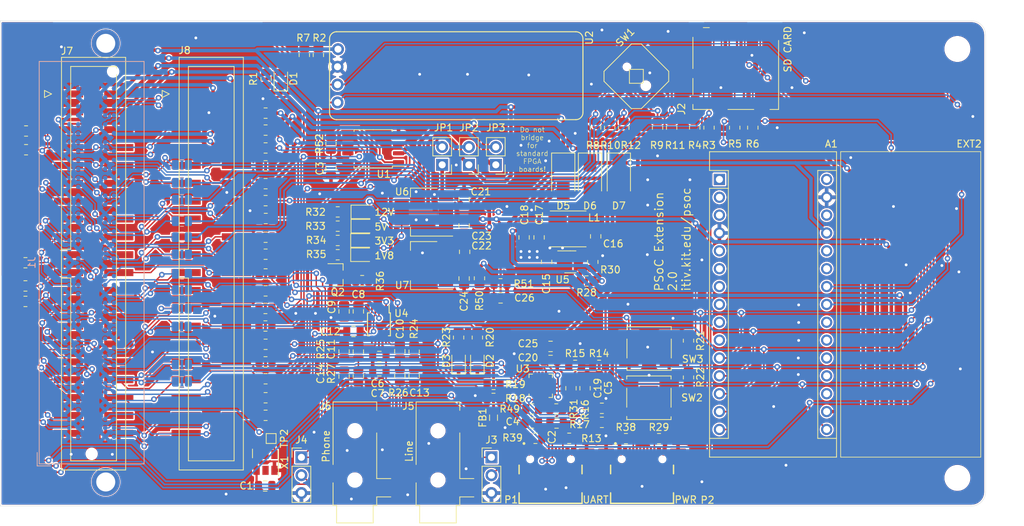
<source format=kicad_pcb>
(kicad_pcb (version 20211014) (generator pcbnew)
  (title_block (comment 4 "AISLER Project ID: THUDFGYA"))
  (layers (0 "F.Cu" signal) (31 "B.Cu" signal) (34 "B.Paste" user) (35 "F.Paste" user) (36 "B.SilkS" user "B.Silkscreen") (37 "F.SilkS" user "F.Silkscreen") (38 "B.Mask" user) (39 "F.Mask" user) (44 "Edge.Cuts" user))
  (net 0 "")
  (net 1 "GND")
  (net 2 "+3V3")
  (net 3 "/USB UART/USB_D-")
  (net 4 "/USB UART/USB_D+")
  (net 5 "/Power Supply/UART_5V")
  (net 6 "Net-(C8-Pad1)")
  (net 7 "Net-(C10-Pad2)")
  (net 8 "Net-(C10-Pad1)")
  (net 9 "Net-(C11-Pad2)")
  (net 10 "Net-(C11-Pad1)")
  (net 11 "Net-(C12-Pad1)")
  (net 12 "/Audio/LINE_R")
  (net 13 "/Audio/LINE_L")
  (net 14 "+12V")
  (net 15 "Net-(C16-Pad1)")
  (net 16 "Net-(C16-Pad2)")
  (net 17 "Net-(R28-Pad2)")
  (net 19 "/Power Supply/FMC_5V")
  (net 20 "+5V")
  (net 21 "+1V8")
  (net 22 "Net-(C26-Pad2)")
  (net 23 "Net-(D2-Pad2)")
  (net 24 "Net-(D3-Pad2)")
  (net 25 "/Power Supply/USB_5V")
  (net 26 "Net-(D8-Pad1)")
  (net 27 "Net-(D9-Pad1)")
  (net 28 "Net-(D10-Pad1)")
  (net 29 "Net-(D11-Pad1)")
  (net 30 "/FMC_5V")
  (net 31 "/I2S_LRCLK")
  (net 32 "/I2S_SDIN")
  (net 33 "/FMC_1V8")
  (net 34 "/FMC_3V3")
  (net 35 "/I2C_SCL")
  (net 36 "/I2C_SDA")
  (net 37 "/GPIO_BTND")
  (net 38 "/GPIO2")
  (net 39 "/GPIO3")
  (net 40 "/GPIO_BTNCE")
  (net 41 "/GPIO_BTNA")
  (net 42 "/GPIO_BTNB")
  (net 43 "/GPIO1")
  (net 44 "/GPIO_BTNC")
  (net 45 "/GPIO0")
  (net 46 "/Connectors/LA27_P")
  (net 47 "/Connectors/LA27_N")
  (net 48 "Net-(J2-Pad1)")
  (net 49 "Net-(P1-PadA5)")
  (net 50 "Net-(P1-PadB5)")
  (net 51 "Net-(P2-PadA5)")
  (net 52 "Net-(P2-PadB5)")
  (net 53 "Net-(Q2-Pad3)")
  (net 54 "Net-(Q2-Pad1)")
  (net 55 "/USB UART/VDDIO")
  (net 56 "Net-(R14-Pad2)")
  (net 57 "Net-(R16-Pad1)")
  (net 58 "Net-(R17-Pad1)")
  (net 59 "Net-(R18-Pad1)")
  (net 60 "Net-(R19-Pad1)")
  (net 61 "/UART_TX")
  (net 62 "/UART_RX")
  (net 63 "/I2S_MCLK")
  (net 64 "/I2S_SCLK")
  (net 65 "/SPI_03_~{SS}")
  (net 66 "/Connectors/LA26_P")
  (net 67 "/SPI_SCK")
  (net 68 "/CLK_IN")
  (net 69 "/Connectors/LA26_N")
  (net 70 "/Connectors/CLK1_M2C_P")
  (net 71 "/SPI_MISO")
  (net 72 "/SPI_MOSI")
  (net 73 "/Connectors/CLK1_M2C_N")
  (net 74 "/PHONE_L")
  (net 75 "/PHONE_R")
  (net 77 "/QSPI_Q2")
  (net 78 "/SPI_SD_~{SS}")
  (net 80 "/SPI_04_~{SS}")
  (net 81 "/PWM_LED")
  (net 83 "/Connectors/LA28_N")
  (net 85 "/Connectors/LA30_N")
  (net 86 "/Connectors/LA03_P")
  (net 87 "/Connectors/LA03_N")
  (net 88 "/Connectors/LA12_P")
  (net 89 "/Connectors/VADJ")
  (net 91 "/Connectors/LA32_N")
  (net 92 "/Connectors/LA12_N")
  (net 93 "/Connectors/LA30_P")
  (net 94 "/Connectors/LA16_P")
  (net 101 "/Connectors/LA06_N")
  (net 102 "/Connectors/LA05_P")
  (net 103 "/Connectors/LA05_N")
  (net 104 "/Connectors/LA10_P")
  (net 109 "/Connectors/LA06_P")
  (net 125 "Net-(R31-Pad1)")
  (net 126 "Net-(R49-Pad1)")
  (net 127 "/Connectors/LA16_N")
  (net 128 "/Connectors/LA20_P")
  (net 129 "/Connectors/LA20_N")
  (net 130 "/Connectors/LA22_P")
  (net 131 "/Connectors/LA22_N")
  (net 132 "/Connectors/LA25_P")
  (net 133 "/Connectors/LA25_N")
  (net 134 "/Connectors/LA31_P")
  (net 135 "/Connectors/LA31_N")
  (net 136 "/Connectors/LA33_P")
  (net 137 "/Connectors/LA33_N")
  (net 138 "/Connectors/VREF_A_M2C")
  (net 139 "/Connectors/PRSNT_M2C_L")
  (net 141 "/Connectors/CLK0_M2C_N")
  (net 142 "/Connectors/LA02_P")
  (net 143 "/Connectors/LA02_N")
  (net 144 "/Connectors/LA04_P")
  (net 145 "/Connectors/LA04_N")
  (net 148 "/Connectors/LA11_P")
  (net 149 "/Connectors/LA11_N")
  (net 152 "/Connectors/LA19_P")
  (net 153 "/Connectors/LA19_N")
  (net 154 "/Connectors/LA21_P")
  (net 155 "/Connectors/LA21_N")
  (net 158 "/Connectors/LA28_P")
  (net 160 "/Connectors/LA00_CC_P")
  (net 161 "/Connectors/LA00_CC_N")
  (net 162 "/Connectors/DP0_C2M_P")
  (net 163 "/Connectors/DP0_C2M_N")
  (net 164 "/Connectors/DP0_M2C_P")
  (net 165 "/Connectors/DP0_M2C_N")
  (net 166 "/Connectors/LA10_N")
  (net 167 "/Connectors/LA18_CC_P")
  (net 168 "/Connectors/LA18_CC_N")
  (net 169 "/Connectors/LA09_P")
  (net 170 "/Connectors/LA09_N")
  (net 171 "/Connectors/TCK")
  (net 172 "/Connectors/TDI")
  (net 173 "/Connectors/TDO")
  (net 174 "/Connectors/3P3VAUX")
  (net 175 "/Connectors/TMS")
  (net 176 "/Connectors/TRST_L")
  (net 179 "/Connectors/LA17_CC_P")
  (net 180 "/Connectors/LA17_CC_N")
  (net 181 "/Connectors/LA01_CC_P")
  (net 182 "/Connectors/LA01_CC_N")
  (net 183 "/Connectors/LA14_P")
  (net 184 "/Connectors/LA14_N")
  (net 185 "/QSPI_Q0")
  (net 186 "/QSPI_Q1")
  (net 187 "/QSPI_SCK")
  (net 188 "/QSPI_~{SS}")
  (net 189 "/QSPI_Q3")
  (net 190 "/Connectors/I2C_SDA_F")
  (net 191 "/Connectors/I2C_SCL_F")
  (net 216 "Net-(FB1-Pad1)")
  (net 217 "Net-(D1-Pad2)")
  (footprint "Capacitor_SMD:C_0805_2012Metric" (layer "F.Cu") (at 53.65 123.15)
    (fp_text reference "C1")
    (fp_text value "100n")
  )
  (footprint "Capacitor_SMD:C_0805_2012Metric" (layer "F.Cu") (at 63 78.05 -90)
    (fp_text reference "C3")
    (fp_text value "100n")
  )
  (footprint "Capacitor_SMD:C_0805_2012Metric" (layer "F.Cu") (at 69.876 104.7335 180)
    (fp_text reference "C6")
    (fp_text value "100n")
  )
  (footprint "Capacitor_SMD:C_0805_2012Metric" (layer "F.Cu") (at 69.876 106.7655 180)
    (fp_text reference "C7")
    (fp_text value "1u")
  )
  (footprint "Capacitor_SMD:C_0805_2012Metric" (layer "F.Cu") (at 66.894 98.3225 -90)
    (fp_text reference "C8")
    (fp_text value "100n")
  )
  (footprint "Capacitor_SMD:C_0805_2012Metric" (layer "F.Cu") (at 64.862 98.3225 -90)
    (fp_text reference "C9")
    (fp_text value "10u")
  )
  (footprint "Capacitor_SMD:C_0805_2012Metric" (layer "F.Cu") (at 72.784 103.9875 90)
    (fp_text reference "C10")
    (fp_text value "3u3")
  )
  (footprint "Capacitor_SMD:C_0805_2012Metric" (layer "F.Cu") (at 66.193 101.1775 180)
    (fp_text reference "C12")
    (fp_text value "1u")
  )
  (footprint "Capacitor_SMD:C_0805_2012Metric" (layer "F.Cu") (at 74.816 107.5435 -90)
    (fp_text reference "C13")
    (fp_text value "18n")
  )
  (footprint "Capacitor_SMD:C_0805_2012Metric" (layer "F.Cu") (at 64.862 107.5885 -90)
    (fp_text reference "C14")
    (fp_text value "18n")
  )
  (footprint "LED_SMD:LED_0805_2012Metric" (layer "F.Cu") (at 55.88 65.278 90)
    (fp_text reference "D1")
    (fp_text value "LG R971")
  )
  (footprint "LED_SMD:LED_0805_2012Metric" (layer "F.Cu") (at 83.8 105.5375 90)
    (fp_text reference "D2" hide)
    (fp_text value "LG R971")
  )
  (footprint "LED_SMD:LED_0805_2012Metric" (layer "F.Cu") (at 81.133 105.5375 90)
    (fp_text reference "D3" hide)
    (fp_text value "LG R971")
  )
  (footprint "Diode_SMD:D_SMA" (layer "F.Cu") (at 96 79.2 -90)
    (fp_text reference "D5")
    (fp_text value "SS54")
  )
  (footprint "LED_SMD:LED_0805_2012Metric" (layer "F.Cu") (at 67.5375 84.168)
    (fp_text reference "D8" hide)
    (fp_text value "LG R971")
  )
  (footprint "LED_SMD:LED_0805_2012Metric" (layer "F.Cu") (at 67.5375 86.2)
    (fp_text reference "D9" hide)
    (fp_text value "LG R971")
  )
  (footprint "LED_SMD:LED_0805_2012Metric" (layer "F.Cu") (at 67.489 88.232)
    (fp_text reference "D10" hide)
    (fp_text value "LG R971")
  )
  (footprint "LED_SMD:LED_0805_2012Metric" (layer "F.Cu") (at 67.489 90.264)
    (fp_text reference "D11" hide)
    (fp_text value "LG R971")
  )
  (footprint "Connector_Card:microSD_HC_Molex_104031-0811" (layer "F.Cu") (at 120.4915 63.785373)
    (fp_text reference "J2")
    (fp_text value "MOLEX 104031")
  )
  (footprint "Connector_PinHeader_2.54mm:PinHeader_1x02_P2.54mm_Vertical" (layer "F.Cu") (at 78.8 77.475 180)
    (fp_text reference "JP1")
    (fp_text value "5V")
  )
  (footprint "Connector_PinHeader_2.54mm:PinHeader_1x02_P2.54mm_Vertical" (layer "F.Cu") (at 82.6 77.475 180)
    (fp_text reference "JP2")
    (fp_text value "3V3")
  )
  (footprint "Connector_PinHeader_2.54mm:PinHeader_1x02_P2.54mm_Vertical" (layer "F.Cu") (at 86.42 77.475 180)
    (fp_text reference "JP3")
    (fp_text value "1V8")
  )
  (footprint "Package_TO_SOT_SMD:SOT-23" (layer "F.Cu") (at 63.9655 93.119)
    (fp_text reference "Q2")
    (fp_text value "MMBT3904")
  )
  (footprint "Resistor_SMD:R_0805_2012Metric" (layer "F.Cu") (at 53.78 65.253 -90)
    (fp_text reference "R1")
    (fp_text value "100")
  )
  (footprint "Resistor_SMD:R_0805_2012Metric" (layer "F.Cu") (at 61.214 61.8725 -90)
    (fp_text reference "R2")
    (fp_text value "4k7")
  )
  (footprint "Resistor_SMD:R_0805_2012Metric" (layer "F.Cu") (at 116.7135 72.190873 90)
    (fp_text reference "R3")
    (fp_text value "47k")
  )
  (footprint "Resistor_SMD:R_0805_2012Metric" (layer "F.Cu") (at 120.3645 72.190873 90)
    (fp_text reference "R5")
    (fp_text value "47k")
  )
  (footprint "Resistor_SMD:R_0805_2012Metric" (layer "F.Cu") (at 122.9365 72.190873 90)
    (fp_text reference "R6")
    (fp_text value "47k")
  )
  (footprint "Resistor_SMD:R_0805_2012Metric" (layer "F.Cu") (at 59.214 61.8725 -90)
    (fp_text reference "R7")
    (fp_text value "4k7")
  )
  (footprint "Resistor_SMD:R_0805_2012Metric" (layer "F.Cu") (at 100.6 72.193373 90)
    (fp_text reference "R8")
    (fp_text value "10k")
  )
  (footprint "Resistor_SMD:R_0805_2012Metric" (layer "F.Cu") (at 109.4 72.218373 90)
    (fp_text reference "R9")
    (fp_text value "10k")
  )
  (footprint "Resistor_SMD:R_0805_2012Metric" (layer "F.Cu") (at 104.6 72.218373 90)
    (fp_text reference "R10")
    (fp_text value "10k")
  )
  (footprint "Resistor_SMD:R_0805_2012Metric" (layer "F.Cu") (at 102.6 72.193373 90)
    (fp_text reference "R12")
    (fp_text value "10k")
  )
  (footprint "Resistor_SMD:R_0805_2012Metric" (layer "F.Cu") (at 96.8475 116.3675 180)
    (fp_text reference "R13")
    (fp_text value "5.1k")
  )
  (footprint "Resistor_SMD:R_0805_2012Metric" (layer "F.Cu") (at 83.8 102.0365 -90)
    (fp_text reference "R20")
    (fp_text value "100")
  )
  (footprint "Resistor_SMD:R_0805_2012Metric" (layer "F.Cu") (at 113.8 102.4875 90)
    (fp_text reference "R21")
    (fp_text value "10k")
  )
  (footprint "Resistor_SMD:R_0805_2012Metric" (layer "F.Cu") (at 113.8 107.7125 -90)
    (fp_text reference "R22")
    (fp_text value "10k")
  )
  (footprint "Resistor_SMD:R_0805_2012Metric" (layer "F.Cu") (at 81.133 102.0365 -90)
    (fp_text reference "R23")
    (fp_text value "100")
  )
  (footprint "Resistor_SMD:R_0805_2012Metric" (layer "F.Cu") (at 74.816 104.025 90)
    (fp_text reference "R24")
    (fp_text value "10k")
  )
  (footprint "Resistor_SMD:R_0805_2012Metric" (layer "F.Cu") (at 64.862 103.995 90)
    (fp_text reference "R25")
    (fp_text value "10k")
  )
  (footprint "Resistor_SMD:R_0805_2012Metric" (layer "F.Cu") (at 63.958 84.168 180)
    (fp_text reference "R32")
    (fp_text value "1k8")
  )
  (footprint "Resistor_SMD:R_0805_2012Metric" (layer "F.Cu") (at 63.958 86.2 180)
    (fp_text reference "R33")
    (fp_text value "470")
  )
  (footprint "Resistor_SMD:R_0805_2012Metric" (layer "F.Cu") (at 63.958 88.232 180)
    (fp_text reference "R34")
    (fp_text value "100")
  )
  (footprint "Resistor_SMD:R_0805_2012Metric" (layer "F.Cu") (at 63.958 90.264 180)
    (fp_text reference "R35")
    (fp_text value "470")
  )
  (footprint "Resistor_SMD:R_0805_2012Metric" (layer "F.Cu") (at 67.434 93.947 180)
    (fp_text reference "R36")
    (fp_text value "680")
  )
  (footprint "jpf:SKRHAAE010" (layer "F.Cu") (at 106.39 64.887 45)
    (fp_text reference "SW1")
    (fp_text value "5WAY-SWITCH")
  )
  (footprint "TestPoint:TestPoint_Pad_1.0x1.0mm" (layer "F.Cu") (at 54.5 116.4 -90)
    (fp_text reference "TP2")
    (fp_text value "CLK")
  )
  (footprint "Package_SO:SOIC-8_5.23x5.23mm_P1.27mm" (layer "F.Cu") (at 69 75.2 180)
    (fp_text reference "U1")
    (fp_text value "W25Q64JVSSIM TR")
  )
  (footprint "jpf_lib:Waveshare_OLED_091" (layer "F.Cu") (at 80.8 64.8)
    (fp_text reference "U2")
    (fp_text value "Waveshare_OLED_0_91_14657")
  )
  (footprint "Package_SO:TSSOP-10_3x3mm_P0.5mm" (layer "F.Cu") (at 69.815 100.1615 -90)
    (fp_text reference "U4")
    (fp_text value "CS4344-CZZR")
  )
  (footprint "jpf:Oscillator_SMD_Renesas_LGA-6_2.5x3.2mm_P1.25mm" (layer "F.Cu") (at 53.7 119.8 90)
    (fp_text reference "X1")
    (fp_text value "XLH53V098.304000X")
  )
  (footprint "Button_Switch_SMD:SW_SPST_EVPBF" (layer "F.Cu") (at 108.1735 110.6)
    (fp_text reference "SW2")
    (fp_text value "SW2")
  )
  (footprint "Button_Switch_SMD:SW_SPST_EVPBF" (layer "F.Cu") (at 108.2 103.6)
    (fp_text reference "SW3")
    (fp_text value "SW3")
  )
  (footprint "Resistor_SMD:R_0805_2012Metric" (layer "F.Cu") (at 66.894 107.551 90)
    (fp_text reference "R27")
    (fp_text value "470")
  )
  (footprint "Capacitor_SMD:C_0805_2012Metric" (layer "F.Cu") (at 66.894 104.0325 90)
    (fp_text reference "C11")
    (fp_text value "3u3")
  )
  (footprint "Resistor_SMD:R_0805_2012Metric" (layer "F.Cu") (at 72.784 107.501 90)
    (fp_text reference "R26")
    (fp_text value "470")
  )
  (footprint "Resistor_SMD:R_0805_2012Metric" (layer "F.Cu") (at 101.4875 112.1)
    (fp_text reference "R16")
    (fp_text value "0")
  )
  (footprint "Resistor_SMD:R_0805_2012Metric" (layer "F.Cu") (at 101.4875 114.1)
    (fp_text reference "R17")
    (fp_text value "0")
  )
  (footprint "Resistor_SMD:R_0805_2012Metric" (layer "F.Cu") (at 86.0875 110.7 180)
    (fp_text reference "R18")
    (fp_text value "0")
  )
  (footprint "Resistor_SMD:R_0805_2012Metric" (layer "F.Cu") (at 86.1 108.7 180)
    (fp_text reference "R19")
    (fp_text value "0")
  )
  (footprint "Connector_PinHeader_2.54mm:PinHeader_1x03_P2.54mm_Vertical" (layer "F.Cu") (at 58.8 119.075)
    (fp_text reference "J4")
    (fp_text value "Phone_DBG")
  )
  (footprint "Connector_Audio:Jack_3.5mm_CUI_SJ-3523-SMT_Horizontal" (layer "F.Cu") (at 78.2 119.8 180)
    (fp_text reference "J5")
    (fp_text value "Line")
  )
  (footprint "Connector_Audio:Jack_3.5mm_CUI_SJ-3523-SMT_Horizontal" (layer "F.Cu") (at 66.4 119.8 180)
    (fp_text reference "J6")
    (fp_text value "Phones")
  )
  (footprint "Connector_PinHeader_2.54mm:PinHeader_1x03_P2.54mm_Vertical" (layer "F.Cu") (at 85.8 119.075)
    (fp_text reference "J3")
    (fp_text value "Line_DBG")
  )
  (footprint "Resistor_SMD:R_0805_2012Metric" (layer "F.Cu") (at 109.61 116.4175 180)
    (fp_text reference "R29")
    (fp_text value "5.1k")
  )
  (footprint "Capacitor_SMD:C_0805_2012Metric" (layer "F.Cu") (at 81.915 82.355 90)
    (fp_text reference "C21")
    (fp_text value "10u")
  )
  (footprint "Capacitor_SMD:C_0805_2012Metric" (layer "F.Cu") (at 81.915 86.105 -90)
    (fp_text reference "C23")
    (fp_text value "22u")
  )
  (footprint "Package_TO_SOT_SMD:SOT-223-3_TabPin2" (layer "F.Cu") (at 76.2 84.2 180)
    (fp_text reference "U6")
    (fp_text value "AMS1117-3.3")
  )
  (footprint "Capacitor_SMD:C_0805_2012Metric" (layer "F.Cu") (at 81.915 93.639 -90)
    (fp_text reference "C24")
    (fp_text value "22u")
  )
  (footprint "Package_TO_SOT_SMD:SOT-223-3_TabPin2" (layer "F.Cu") (at 76.2 91.8 180)
    (fp_text reference "U7")
    (fp_text value "LM1117MPX-ADJ")
  )
  (footprint "Resistor_SMD:R_0805_2012Metric" (layer "F.Cu") (at 114.6815 72.190873 90)
    (fp_text reference "R4")
    (fp_text value "47k")
  )
  (footprint "Diode_SMD:D_SMA" (layer "F.Cu") (at 103.9 79.2 -90)
    (fp_text reference "D7")
    (fp_text value "SS54")
  )
  (footprint "Diode_SMD:D_SMA" (layer "F.Cu") (at 99.8 79.2 -90)
    (fp_text reference "D6")
    (fp_text value "SS34")
  )
  (footprint "Resistor_SMD:R_0805_2012Metric" (layer "F.Cu") (at 111.4 72.218373 90)
    (fp_text reference "R11")
    (fp_text value "10k")
  )
  (footprint "Capacitor_SMD:C_0805_2012Metric" (layer "F.Cu") (at 81.99 89.85 90)
    (fp_text reference "C22")
    (fp_text value "10u")
  )
  (footprint "Resistor_SMD:R_0805_2012Metric" (layer "F.Cu") (at 53.7125 110.6 180)
    (fp_text reference "R60" hide)
    (fp_text value "0")
  )
  (footprint "Package_DFN_QFN:SiliconLabs_QFN-20-1EP_3x3mm_P0.5mm_EP1.8x1.8mm" (layer "F.Cu") (at 92.8 108.9 90)
    (fp_text reference "U3")
    (fp_text value "CP2102N-Axx-xQFN20")
  )
  (footprint "Inductor_SMD:L_0805_2012Metric" (layer "F.Cu") (at 86.1 113.4375 90)
    (fp_text reference "FB1")
    (fp_text value "FERRITE")
  )
  (footprint "Resistor_SMD:R_0805_2012Metric" (layer "F.Cu") (at 99.3125 94 180)
    (fp_text reference "R28")
    (fp_text value "11k")
  )
  (footprint "Capacitor_SMD:C_0805_2012Metric" (layer "F.Cu") (at 94.2 105.3)
    (fp_text reference "C20")
    (fp_text value "100n")
  )
  (footprint "Capacitor_SMD:C_0805_2012Metric" (layer "F.Cu") (at 90.44 87.8 -90)
    (fp_text reference "C18")
    (fp_text value "22u")
  )
  (footprint "MountingHole:MountingHole_3.2mm_M3" (layer "F.Cu") (at 152 61)
    (fp_text reference "REF**" hide)
    (fp_text value "MountingHole_3.2mm_M3")
  )
  (footprint "Resistor_SMD:R_0805_2012Metric" (layer "F.Cu") (at 53.7135 82.569 180)
    (fp_text reference "R70" hide)
    (fp_text value "0")
  )
  (footprint "Resistor_SMD:R_0805_2012Metric" (layer "F.Cu") (at 84.1 93.6125 -90)
    (fp_text reference "R50")
    (fp_text value "100")
  )
  (footprint "Capacitor_SMD:C_0805_2012Metric" (layer "F.Cu") (at 95.05 114.2)
    (fp_text reference "C2")
    (fp_text value "47p")
  )
  (footprint "Resistor_SMD:R_0805_2012Metric" (layer "F.Cu") (at 63 74.4875 90)
    (fp_text reference "R52")
    (fp_text value "10k")
  )
  (footprint "Resistor_SMD:R_0805_2012Metric" (layer "F.Cu") (at 53.7135 70.123 180)
    (fp_text reference "R42" hide)
    (fp_text value "0")
  )
  (footprint "Capacitor_SMD:C_0805_2012Metric" (layer "F.Cu") (at 93.64 91.28 90)
    (fp_text reference "C15")
    (fp_text value "10u")
  )
  (footprint "Capacitor_SMD:C_0805_2012Metric" (layer "F.Cu") (at 92.57 87.8 -90)
    (fp_text reference "C17")
    (fp_text value "22u")
  )
  (footprint "Resistor_SMD:R_0805_2012Metric" (layer "F.Cu") (at 53.7125 107.9 180)
    (fp_text reference "R44" hide)
    (fp_text value "0")
  )
  (footprint "Resistor_SMD:R_0805_2012Metric" (layer "F.Cu") (at 91.5875 112.2 180)
    (fp_text reference "R49")
    (fp_text value "27")
  )
  (footprint "Resistor_SMD:R_0805_2012Metric" (layer "F.Cu") (at 100.2 91.2875 90)
    (fp_text reference "R30")
    (fp_text value "2k")
  )
  (footprint "jpf:Pin-Header_ SBH11-NBPC-D20-SM-BK" (layer "F.Cu") (at 44.72 67.4)
    (fp_text reference "J8")
    (fp_text value "EXT")
  )
  (footprint "jpf:PSOC_EXT_BOARD" (layer "F.Cu") (at 145.62 96.8 -90)
    (fp_text reference "U8" hide)
    (fp_text value "PSOC-EXT-Board")
  )
  (footprint "Resistor_SMD:R_0805_2012Metric" (layer "F.Cu") (at 19.6775 75.33)
    (fp_text reference "R73" hide)
    (fp_text value "0")
  )
  (footprint "Resistor_SMD:R_0805_2012Metric" (layer "F.Cu") (at 53.6875 100.4 180)
    (fp_text reference "R37" hide)
    (fp_text value "0")
  )
  (footprint "Resistor_SMD:R_0805_2012Metric" (layer "F.Cu") (at 19.5875 91.4)
    (fp_text reference "R78" hide)
    (fp_text value "0")
  )
  (footprint "Package_TO_SOT_SMD:TSOT-23-6" (layer "F.Cu") (at 97.01 91.28)
    (fp_text reference "U5")
    (fp_text value "AP62300WU")
  )
  (footprint "Resistor_SMD:R_0805_2012Metric" (layer "F.Cu") (at 53.7 105.5 180)
    (fp_text reference "R71" hide)
    (fp_text value "0")
  )
  (footprint "snapeda:GCT_USB4110-GF-A_REVB" (layer "F.Cu") (at 94.2 119.3375)
    (fp_text reference "P1")
    (fp_text value "UART")
  )
  (footprint "Resistor_SMD:R_0805_2012Metric" (layer "F.Cu") (at 53.6875 97.9 180)
    (fp_text reference "R75" hide)
    (fp_text value "0")
  )
  (footprint "Resistor_SMD:R_0805_2012Metric" (layer "F.Cu") (at 19.6775 72.663)
    (fp_text reference "R74" hide)
    (fp_text value "0")
  )
  (footprint "Resistor_SMD:R_0805_2012Metric" (layer "F.Cu") (at 19.5875 96.9)
    (fp_text reference "R77" hide)
    (fp_text value "0")
  )
  (footprint "Resistor_SMD:R_0805_2012Metric" (layer "F.Cu") (at 53.7125 95.4 180)
    (fp_text reference "R45" hide)
    (fp_text value "0")
  )
  (footprint "Resistor_SMD:R_0805_2012Metric" (layer "F.Cu") (at 53.737 85.109 180)
    (fp_text reference "R69" hide)
    (fp_text value "0")
  )
  (footprint "Resistor_SMD:R_0805_2012Metric" (layer "F.Cu") (at 104.91 116.4175)
    (fp_text reference "R38")
    (fp_text value "5.1k")
  )
  (footprint "Capacitor_SMD:C_0805_2012Metric" (layer "F.Cu") (at 99.1 109.25 -90)
    (fp_text reference "C5")
    (fp_text value "100n")
  )
  (footprint "Resistor_SMD:R_0805_2012Metric" (layer "F.Cu") (at 53.7125 103 180)
    (fp_text reference "R72" hide)
    (fp_text value "0")
  )
  (footprint "Capacitor_SMD:C_0805_2012Metric" (layer "F.Cu") (at 87.1 96.4 180)
    (fp_text reference "C26")
    (fp_text value "100n")
  )
  (footprint "Resistor_SMD:R_0805_2012Metric" (layer "F.Cu") (at 53.7135 90.189 180)
    (fp_text reference "R67" hide)
    (fp_text value "0")
  )
  (footprint "Capacitor_SMD:C_0805_2012Metric" (layer "F.Cu") (at 94.2 103.3)
    (fp_text reference "C25")
    (fp_text value "4u7")
  )
  (footprint "Module:Arduino_Nano" (layer "F.Cu") (at 118.19 79.55)
    (fp_text reference "A1")
    (fp_text value "Arduino_Nano_v3.x")
  )
  (footprint "snapeda:GCT_USB4110-GF-A_REVB" (layer "F.Cu") (at 107.2 119.3375)
    (fp_text reference "P2")
    (fp_text value "Power 5V")
  )
  (footprint "Resistor_SMD:R_0805_2012Metric" (layer "F.Cu") (at 97.7 106 180)
    (fp_text reference "R15")
    (fp_text value "47k5")
  )
  (footprint "Resistor_SMD:R_0805_2012Metric" (layer "F.Cu") (at 53.7135 87.776 180)
    (fp_text reference "R68" hide)
    (fp_text value "0")
  )
  (footprint "Resistor_SMD:R_0805_2012Metric" (layer "F.Cu") (at 19.5875 94.7)
    (fp_text reference "R76" hide)
    (fp_text value "0")
  )
  (footprint "Resistor_SMD:R_0805_2012Metric" (layer "F.Cu") (at 53.7135 75.076 180)
    (fp_text reference "R65" hide)
    (fp_text value "0")
  )
  (footprint "Resistor_SMD:R_0805_2012Metric" (layer "F.Cu") (at 95.0125 112.2)
    (fp_text reference "R31")
    (fp_text value "27")
  )
  (footprint "Capacitor_SMD:C_0805_2012Metric" (layer "F.Cu") (at 100.61 87.65 -90)
    (fp_text reference "C16")
    (fp_text value "100n")
  )
  (footprint "Resistor_SMD:R_0805_2012Metric" (layer "F.Cu") (at 53.7135 77.616 180)
    (fp_text reference "R41" hide)
    (fp_text value "0")
  )
  (footprint "Resistor_SMD:R_0805_2012Metric" (layer "F.Cu") (at 101.1 106 180)
    (fp_text reference "R14")
    (fp_text value "22k1")
  )
  (footprint "Resistor_SMD:R_0805_2012Metric" (layer "F.Cu") (at 53.7125 93 180)
    (fp_text reference "R46" hide)
    (fp_text value "0")
  )
  (footprint "MountingHole:MountingHole_3.2mm_M3" (layer "F.Cu") (at 152 122)
    (fp_text reference "REF**" hide)
    (fp_text value "MountingHole_3.2mm_M3")
  )
  (footprint "Resistor_SMD:R_0805_2012Metric" (layer "F.Cu") (at 53.7135 80.156 180)
    (fp_text reference "R40" hide)
    (fp_text value "0")
  )
  (footprint "Resistor_SMD:R_0805_2012Metric" (layer "F.Cu") (at 53.7125 113.1 180)
    (fp_text reference "R43" hide)
    (fp_text value "0")
  )
  (footprint "Resistor_SMD:R_0805_2012Metric" (layer "F.Cu") (at 87.0875 94.4)
    (fp_text reference "R51")
    (fp_text value "47")
  )
  (footprint "Capacitor_SMD:C_0805_2012Metric" (layer "F.Cu") (at 91.55 114.2 180)
    (fp_text reference "C4")
    (fp_text value "47p")
  )
  (footprint "Inductor_SMD:L_Taiyo-Yuden_NR-50xx" (layer "F.Cu") (at 96.7 86.59)
    (fp_text reference "L1")
    (fp_text value "3u3")
  )
  (footprint "Capacitor_SMD:C_0805_2012Metric" (layer "F.Cu") (at 97.1 109.25 -90)
    (fp_text reference "C19")
    (fp_text value "4u7")
  )
  (footprint "Resistor_SMD:R_0805_2012Metric" (layer "F.Cu") (at 53.7135 72.536 180)
    (fp_text reference "R66" hide)
    (fp_text value "0")
  )
  (footprint "Resistor_SMD:R_0805_2012Metric" (layer "F.Cu") (at 92.0475 116.3675)
    (fp_text reference "R39")
    (fp_text value "5.1k")
  )
  (footprint "jpf:Pin-Header_ SBH11-NBPC-D20-SM-BK" (layer "F.Cu") (at 28 67.4)
    (fp_text reference "J7")
    (fp_text value "DEBUG")
  )
  (footprint "Resistor_SMD:R_0805_2012Metric" (layer "B.Cu") (at 41.8225 92.983 180)
    (fp_text reference "R48" hide)
    (fp_text value "0")
  )
  (footprint "Resistor_SMD:R_0805_2012Metric" (layer "B.Cu") (at 41.8225 80.029 180)
    (fp_text reference "R57" hide)
    (fp_text value "0")
  )
  (footprint "Resistor_SMD:R_0805_2012Metric" (layer "B.Cu") (at 41.8225 87.776 180)
    (fp_text reference "R54" hide)
    (fp_text value "0")
  )
  (footprint "Resistor_SMD:R_0805_2012Metric" (layer "B.Cu") (at 41.8225 85.49 180)
    (fp_text reference "R55" hide)
    (fp_text value "0")
  )
  (footprint "Resistor_SMD:R_0805_2012Metric" (layer "B.Cu") (at 41.8225 105.87 180)
    (fp_text reference "R62" hide)
    (fp_text value "0")
  )
  (footprint "Resistor_SMD:R_0805_2012Metric" (layer "B.Cu") (at 41.799 97.936 180)
    (fp_text reference "R64" hide)
    (fp_text value "0")
  )
  (footprint "jpf:Samtec_FMC_ASP-134604-01_4x40_Vertical" (layer "B.Cu") (at 29 91.39)
    (fp_text reference "J1")
    (fp_text value "ASP-134604-01")
  )
  (footprint "Resistor_SMD:R_0805_2012Metric" (layer "B.Cu") (at 41.8225 90.189 180)
    (fp_text reference "R53" hide)
    (fp_text value "0")
  )
  (footprint "Resistor_SMD:R_0805_2012Metric" (layer "B.Cu") (at 41.8225 108.32 180)
    (fp_text reference "R61" hide)
    (fp_text value "0")
  )
  (footprint "Resistor_SMD:R_0805_2012Metric" (layer "B.Cu") (at 41.7755 100.476 180)
    (fp_text reference "R63" hide)
    (fp_text value "0")
  )
  (footprint "Resistor_SMD:R_0805_2012Metric" (layer "B.Cu") (at 41.8225 95.269 180)
    (fp_text reference "R47" hide)
    (fp_text value "0")
  )
  (footprint "Resistor_SMD:R_0805_2012Metric" (layer "B.Cu") (at 41.8225 82.442 180)
    (fp_text reference "R56" hide)
    (fp_text value "0")
  )
  (footprint "Resistor_SMD:R_0805_2012Metric" (layer "B.Cu") (at 41.8225 77.489 180)
    (fp_text reference "R58" hide)
    (fp_text value "0")
  )
  (gr_line (start 16 126) (end 154 126) (layer "Edge.Cuts") (width 0.05))
  (gr_line (start 16 57) (end 16 126) (layer "Edge.Cuts") (width 0.05))
  (gr_line (start 16 57) (end 154 57) (layer "Edge.Cuts") (width 0.05))
  (gr_arc (start 154 57) (mid 155.414214 57.585786) (end 156 59) (layer "Edge.Cuts") (width 0.05))
  (gr_line (start 156 124) (end 156 59) (layer "Edge.Cuts") (width 0.05))
  (gr_arc (start 156 124) (mid 155.414214 125.414214) (end 154 126) (layer "Edge.Cuts") (width 0.05))
  (gr_text "PSoC Extension\n2.0\nitiv.kit.edu/psoc" (at 111.55 95.55 90) (layer "F.SilkS") (effects (font (size 1.2 1.2)) (justify left)))
  (gr_text "Do not\nbridge\nfor\nstandard\nFPGA\nboards!" (at 91.6 75.3) (layer "F.SilkS") (effects (font (size 0.7 0.7) (thickness 0.08))))
  (gr_text "D3" (at 79.4 104.3 90) (layer "F.SilkS") (effects (font (size 1 1)) (justify right)))
  (gr_text "12V" (at 69.1 84.2) (layer "F.SilkS") (effects (font (size 1 1)) (justify left)))
  (gr_text "3V3" (at 69.1 88.3) (layer "F.SilkS") (effects (font (size 1 1)) (justify left)))
  (gr_text "UART" (at 100.6 125.1) (layer "F.SilkS") (effects (font (size 1 1))))
  (gr_text "PWR" (at 113.4 125.1) (layer "F.SilkS") (effects (font (size 1 1))))
  (gr_text "5V" (at 69.1 86.3) (layer "F.SilkS") (effects (font (size 1 1)) (justify left)))
  (gr_text "Phone" (at 62.3 117.5 90) (layer "F.SilkS") (effects (font (size 1 1))))
  (gr_text "D2" (at 85.6 104.3 90) (layer "F.SilkS") (effects (font (size 1 1)) (justify right)))
  (gr_text "EXT2" (at 155.55 74.5) (layer "F.SilkS") (effects (font (size 1 1)) (justify right)))
  (gr_text "SD CARD" (at 127.9 57.65 90) (layer "F.SilkS") (effects (font (size 1 1)) (justify right)))
  (gr_text "Line" (at 74.1 118.2 90) (layer "F.SilkS") (effects (font (size 1 1))))
  (gr_text "1V8" (at 69.1 90.4) (layer "F.SilkS") (effects (font (size 1 1)) (justify left)))
  (segment (start 110.5225 118.14) (end 110.4 118.2625) (width 0.2032) (layer "F.Cu") (net 1))
  (segment (start 92.55 109.15) (end 92.8 108.9) (width 0.2032) (layer "F.Cu") (net 1))
  (segment (start 93.55 108.15) (end 92.8 108.9) (width 0.2032) (layer "F.Cu") (net 1))
  (segment (start 91.4 103.1) (end 92.4 102.1) (width 0.2032) (layer "F.Cu") (net 1))
  (segment (start 94.5 102.1) (end 95.15 102.75) (width 0.2032) (layer "F.Cu") (net 1))
  (segment (start 110.5225 116.4175) (end 110.5225 118.14) (width 0.2032) (layer "F.Cu") (net 1))
  (segment (start 93.55 107.35) (end 93.55 108.15) (width 0.2032) (layer "F.Cu") (net 1))
  (segment (start 92.4 102.1) (end 94.5 102.1) (width 0.2032) (layer "F.Cu") (net 1))
  (segment (start 79.905 87.055) (end 81.915 87.055) (width 0.508) (layer "F.Cu") (net 1))
  (segment (start 98.735 118.2625) (end 99.31 118.8375) (width 0.508) (layer "F.Cu") (net 1))
  (segment (start 111.735 118.2625) (end 112.31 118.8375) (width 0.508) (layer "F.Cu") (net 1))
  (segment (start 69.815 102.3115) (end 69.815 103.2455) (width 0.2032) (layer "F.Cu") (net 1))
  (segment (start 89.665 118.2625) (end 89.09 118.8375) (width 0.508) (layer "F.Cu") (net 1))
  (segment (start 95.15 102.75) (end 95.15 103.3) (width 0.2032) (layer "F.Cu") (net 1))
  (segment (start 93.55 107.35) (end 93.55 106.647778) (width 0.2032) (layer "F.Cu") (net 1))
  (segment (start 93.55 106.647778) (end 93.228342 106.32612) (width 0.2032) (layer "F.Cu") (net 1))
  (segment (start 105.093 105.919) (end 105.093 105.8428) (width 0.2032) (layer "F.Cu") (net 1))
  (segment (start 103.9975 116.4175) (end 104 116.42) (width 0.2032) (layer "F.Cu") (net 1))
  (segment (start 104 118.2625) (end 102.665 118.2625) (width 0.508) (layer "F.Cu") (net 1))
  (segment (start 91.4 105.4) (end 91.4 103.1) (width 0.2032) (layer "F.Cu") (net 1))
  (segment (start 91 118.2625) (end 89.665 118.2625) (width 0.508) (layer "F.Cu") (net 1))
  (segment (start 93.228342 106.32612) (end 92.32612 106.32612) (width 0.2032) (layer "F.Cu") (net 1))
  (segment (start 91.135 116.3675) (end 91.135 118.1275) (width 0.2032) (layer "F.Cu") (net 1))
  (segment (start 91.135 118.1275) (end 91 118.2625) (width 0.2032) (layer "F.Cu") (net 1))
  (segment (start 68.926 104.7335) (end 68.926 106.7655) (width 0.2032) (layer "F.Cu") (net 1))
  (segment (start 101.575 90.375) (end 101.6 90.4) (width 0.508) (layer "F.Cu") (net 1))
  (segment (start 97.76 117.9025) (end 97.4 118.2625) (width 0.2032) (layer "F.Cu") (net 1))
  (segment (start 92.32612 106.32612) (end 91.4 105.4) (width 0.2032) (layer "F.Cu") (net 1))
  (segment (start 110.4 118.2625) (end 111.735 118.2625) (width 0.508) (layer "F.Cu") (net 1))
  (segment (start 100.2 90.375) (end 101.575 90.375) (width 0.508) (layer "F.Cu") (net 1))
  (segment (start 97.4 118.2625) (end 98.735 118.2625) (width 0.508) (layer "F.Cu") (net 1))
  (segment (start 104 116.42) (end 104 118.2625) (width 0.2032) (layer "F.Cu") (net 1))
  (segment (start 97.76 116.3675) (end 97.76 117.9025) (width 0.2032) (layer "F.Cu") (net 1))
  (segment (start 79.35 86.5) (end 79.905 87.055) (width 0.508) (layer "F.Cu") (net 1))
  (segment (start 102.665 118.2625) (end 102.09 118.8375) (width 0.508) (layer "F.Cu") (net 1))
  (segment (start 68.926 104.1345) (end 68.926 104.7335) (width 0.2032) (layer "F.Cu") (net 1))
  (segment (start 69.815 103.2455) (end 68.926 104.1345) (width 0.2032) (layer "F.Cu") (net 1))
  (segment (start 92.55 110.45) (end 92.55 109.15) (width 0.2032) (layer "F.Cu") (net 1))
  (via (at 94.1 89.3) (size 0.8) (drill 0.4) (layers "F.Cu" "B.Cu") (net 1))
  (via (at 91.1 64.7) (size 0.8) (drill 0.4) (layers "F.Cu" "B.Cu") (net 1))
  (via (at 108.3 64.4) (size 0.8) (drill 0.4) (layers "F.Cu" "B.Cu") (net 1))
  (via (at 145.3 95.7) (size 0.8) (drill 0.4) (layers "F.Cu" "B.Cu") (net 1))
  (via (at 91.2 89.8) (size 0.8) (drill 0.4) (layers "F.Cu" "B.Cu") (net 1))
  (via (at 48.1 124.3) (size 0.8) (drill 0.4) (layers "F.Cu" "B.Cu") (net 1))
  (via (at 115.7 122.55) (size 0.8) (drill 0.4) (layers "F.Cu" "B.Cu") (net 1))
  (via (at 108.2 107.4) (size 0.8) (drill 0.4) (layers "F.Cu" "B.Cu") (net 1))
  (via (at 152.42 106.5) (size 0.8) (drill 0.4) (layers "F.Cu" "B.Cu") (net 1))
  (via (at 100 66) (size 0.8) (drill 0.4) (layers "F.Cu" "B.Cu") (net 1))
  (via (at 110.9 58.5) (size 0.8) (drill 0.4) (layers "F.Cu" "B.Cu") (net 1))
  (via (at 76.9 117.1) (size 0.8) (drill 0.4) (layers "F.Cu" "B.Cu") (net 1))
  (via (at 129.4 107.3) (size 0.8) (drill 0.4) (layers "F.Cu" "B.Cu") (net 1))
  (via (at 45.66 70.06) (size 0.8) (drill 0.4) (layers "F.Cu" "B.Cu") (net 1))
  (via (at 109.4 76.2) (size 0.8) (drill 0.4) (layers "F.Cu" "B.Cu") (net 1))
  (via (at 129.45 99.9) (size 0.8) (drill 0.4) (layers "F.Cu" "B.Cu") (net 1))
  (via (at 101.6 90.4) (size 0.8) (drill 0.4) (layers "F.Cu" "B.Cu") (net 1))
  (via (at 108 79.6) (size 0.8) (drill 0.4) (layers "F.Cu" "B.Cu") (net 1))
  (via (at 93.5 76.9) (size 0.8) (drill 0.4) (layers "F.Cu" "B.Cu") (net 1))
  (via (at 142.92 83.4) (size 0.8) (drill 0.4) (layers "F.Cu" "B.Cu") (net 1))
  (via (at 127.65 120.2) (size 0.8) (drill 0.4) (layers "F.Cu" "B.Cu") (net 1))
  (via (at 152.22 92.7) (size 0.8) (drill 0.4) (layers "F.Cu" "B.Cu") (net 1))
  (via (at 101.5 58.3) (size 0.8) (drill 0.4) (layers "F.Cu" "B.Cu") (net 1))
  (via (at 93.5 123.6) (size 0.8) (drill 0.4) (layers "F.Cu" "B.Cu") (net 1))
  (via (at 77.7 81.7) (size 0.8) (drill 0.4) (layers "F.Cu" "B.Cu") (net 1))
  (via (at 126.4 72.2) (size 0.8) (drill 0.4) (layers "F.Cu" "B.Cu") (net 1))
  (via (at 122.81 61.9) (size 0.8) (drill 0.4) (layers "F.Cu" "B.Cu") (net 1))
  (via (at 98.4 102.9) (size 0.8) (drill 0.4) (layers "F.Cu" "B.Cu") (net 1))
  (via (at 80.8 77.5) (size 0.8) (drill 0.4) (layers "F.Cu" "B.Cu") (net 1))
  (via (at 92.3 89.8) (size 0.8) (drill 0.4) (layers "F.Cu" "B.Cu") (net 1))
  (via (at 154.2 70.6) (size 0.8) (drill 0.4) (layers "F.Cu" "B.Cu") (net 1))
  (via (at 82.2 120.7) (size 0.8) (drill 0.4) (layers "F.Cu" "B.Cu") (net 1))
  (via (at 53.34 68.072) (size 0.8) (drill 0.4) (layers "F.Cu" "B.Cu") (net 1))
  (via (at 107.95 90.25) (size 0.8) (drill 0.4) (layers "F.Cu" "B.Cu") (net 1))
  (via (at 90 90.6465) (size 0.8) (drill 0.4) (layers "F.Cu" "B.Cu") (net 1))
  (via (at 111.6 99.3) (size 0.8) (drill 0.4) (layers "F.Cu" "B.Cu") (net 1))
  (via (at 75.1 81.3) (size 0.8) (drill 0.4) (layers "F.Cu" "B.Cu") (net 1))
  (via (at 108 83.2) (size 0.8) (drill 0.4) (layers "F.Cu" "B.Cu") (net 1))
  (via (at 65.9 125) (size 0.8) (drill 0.4) (layers "F.Cu" "B.Cu") (net 1))
  (via (at 70.3 81.5) (size 0.8) (drill 0.4) (layers "F.Cu" "B.Cu") (net 1))
  (via (at 48.2 81.4) (size 0.8) (drill 0.4) (layers "F.Cu" "B.Cu") (net 1))
  (via (at 95.9 89.3) (size 0.8) (drill 0.4) (layers "F.Cu" "B.Cu") (net 1))
  (via (at 129.4 104.95) (size 0.8) (drill 0.4) (layers "F.Cu" "B.Cu") (net 1))
  (via (at 128.5 66.5) (size 0.8) (drill 0.4) (layers "F.Cu" "B.Cu") (net 1))
  (via (at 94 74.1) (size 0.8) (drill 0.4) (layers "F.Cu" "B.Cu") (net 1))
  (via (at 90 74.7) (size 0.8) (drill 0.4) (layers "F.Cu" "B.Cu") (net 1))
  (via (at 108 103.4) (size 0.8) (drill 0.4) (layers "F.Cu" "B.Cu") (net 1))
  (via (at 149.8 91.8) (size 0.8) (drill 0.4) (layers "F.Cu" "B.Cu") (net 1))
  (via (at 37.64 104.09) (size 0.8) (drill 0.4) (layers "F.Cu" "B.Cu") (net 1))
  (via (at 130.25 58.7) (size 0.8) (drill 0.4) (layers "F.Cu" "B.Cu") (net 1))
  (via (at 26.09 118.64) (size 0.8) (drill 0.4) (layers "F.Cu" "B.Cu") (net 1))
  (via (at 118.4 66.5) (size 0.8) (drill 0.4) (layers "F.Cu" "B.Cu") (net 1))
  (via (at 87.74 114.85) (size 0.8) (drill 0.4) (layers "F.Cu" "B.Cu") (net 1))
  (via (at 92.3 90.6465) (size 0.8) (drill 0.4) (layers "F.Cu" "B.Cu") (net 1))
  (via (at 90 89.8) (size 0.8) (drill 0.4) (layers "F.Cu" "B.Cu") (net 1))
  (via (at 75.6 64.6) (size 0.8) (drill 0.4) (layers "F.Cu" "B.Cu") (net 1))
  (via (at 97.7 73) (size 0.8) (drill 0.4) (layers "F.Cu" "B.Cu") (net 1))
  (via (at 51.5 84) (size 0.8) (drill 0.4) (layers "F.Cu" "B.Cu") (net 1))
  (via (at 107.2 123.2) (size 0.8) (drill 0.4) (layers "F.Cu" "B.Cu") (net 1))
  (via (at 63 99.2) (size 0.8) (drill 0.4) (layers "F.Cu" "B.Cu") (net 1))
  (via (at 102.07 110.7) (size 0.8) (drill 0.4) (layers "F.Cu" "B.Cu") (net 1))
  (via (at 129.45 97.4) (size 0.8) (drill 0.4) (layers "F.Cu" "B.Cu") (net 1))
  (via (at 60.6 115.5) (size 0.8) (drill 0.4) (layers "F.Cu" "B.Cu") (net 1))
  (via (at 136.85 76.45) (size 0.8) (drill 0.4) (layers "F.Cu" "B.Cu") (net 1))
  (via (at 114 79.6) (size 0.8) (drill 0.4) (layers "F.Cu" "B.Cu") (net 1))
  (via (at 88 83.4) (size 0.8) (drill 0.4) (layers "F.Cu" "B.Cu") (net 1))
  (via (at 129.45 102.45) (size 0.8) (drill 0.4) (layers "F.Cu" "B.Cu") (net 1))
  (via (at 76 90) (size 0.8) (drill 0.4) (layers "F.Cu" "B.Cu") (net 1))
  (via (at 102.07 116.02) (size 0.8) (drill 0.4) (layers "F.Cu" "B.Cu") (net 1))
  (via (at 73.9 124.4) (size 0.8) (drill 0.4) (layers "F.Cu" "B.Cu") (net 1))
  (via (at 115.7 91) (size 0.8) (drill 0.4) (layers "F.Cu" "B.Cu") (net 1))
  (via (at 125.9 111.85) (size 0.8) (drill 0.4) (layers "F.Cu" "B.Cu") (net 1))
  (via (at 76.6 85.3) (size 0.8) (drill 0.4) (layers "F.Cu" "B.Cu") (net 1))
  (via (at 70.3 118) (size 0.8) (drill 0.4) (layers "F.Cu" "B.Cu") (net 1))
  (via (at 43.8 59.43) (size 0.8) (drill 0.4) (layers "F.Cu" "B.Cu") (net 1))
  (via (at 61.4 81.6) (size 0.8) (drill 0.4) (layers "F.Cu" "B.Cu") (net 1))
  (via (at 96.4 123.4) (size 0.8) (drill 0.4) (layers "F.Cu" "B.Cu") (net 1))
  (via (at 91.5 83.9) (size 0.8) (drill 0.4) (layers "F.Cu" "B.Cu") (net 1))
  (via (at 60.8 98.6) (size 0.8) (drill 0.4) (layers "F.Cu" "B.Cu") (net 1))
  (via (at 31.93 118.65) (size 0.8) (drill 0.4) (layers "F.Cu" "B.Cu") (net 1))
  (via (at 144.72 91.7) (size 0.8) (drill 0.4) (layers "F.Cu" "B.Cu") (net 1))
  (via (at 95.4 98.3) (size 0.8) (drill 0.4) (layers "F.Cu" "B.Cu") (net 1))
  (via (at 83.5 110.3) (size 0.8) (drill 0.4) (layers "F.Cu" "B.Cu") (net 1))
  (via (at 151.8755 83.7) (size 0.8) (drill 0.4) (layers "F.Cu" "B.Cu") (net 1))
  (via (at 105.2 97.3) (size 0.8) (drill 0.4) (layers "F.Cu" "B.Cu") (net 1))
  (via (at 82.4 64.6) (size 0.8) (drill 0.4) (layers "F.Cu" "B.Cu") (net 1))
  (via (at 75.1 85.3) (size 0.8) (drill 0.4) (layers "F.Cu" "B.Cu") (net 1))
  (via (at 58 98.6) (size 0.8) (drill 0.4) (layers "F.Cu" "B.Cu") (net 1))
  (via (at 65.3 118.1) (size 0.8) (drill 0.4) (layers "F.Cu" "B.Cu") (net 1))
  (via (at 24.7 60.7) (size 0.8) (drill 0.4) (layers "F.Cu" "B.Cu") (net 1))
  (via (at 89.03 104.34) (size 0.8) (drill 0.4) (layers "F.Cu" "B.Cu") (net 1))
  (via (at 91.2 90.6465) (size 0.8) (drill 0.4) (layers "F.Cu" "B.Cu") (net 1))
  (via (at 46.5 99) (size 0.8) (drill 0.4) (layers "F.Cu" "B.Cu") (net 1))
  (segment (start 31.125852 74.988889) (end 30.694148 74.988889) (width 0.2032) (layer "B.Cu") (net 1))
  (segment (start 31.28 97.96) (end 31.226963 97.96) (width 0.2032) (layer "B.Cu") (net 1))
  (segment (start 31.83 109.46) (end 31.306963 109.46) (width 0.2032) (layer "B.Cu") (net 1))
  (segment (start 32.17 98.38) (end 31.7 98.38) (width 0.2032) (layer "B.Cu") (net 1))
  (segment (start 32.17 90.77) (end 32.02 90.77) (width 0.2032) (layer "B.Cu") (net 1))
  (segment (start 31.125852 86.418889) (end 30.694148 86.418889) (width 0.2032) (layer "B.Cu") (net 1))
  (segment (start 30.694148 74.988889) (end 30.2 75.483037) (width 0.2032) (layer "B.Cu") (net 1))
  (segment (start 30.2 75.483037) (end 30.2 76.2) (width 0.2032) (layer "B.Cu") (net 1))
  (segment (start 30.388889 113.835852) (end 30.388889 112.861111) (width 0.2032) (layer "B.Cu") (net 1))
  (segment (start 32.17 94.58) (end 30.91 95.84) (width 0.2032) (layer "B.Cu") (net 1))
  (segment (start 31.646963 75.51) (end 31.125852 74.988889) (width 0.2032) (layer "B.Cu") (net 1))
  (segment (start 30.3 98.07) (end 30.3 99.04) (width 0.2032) (layer "B.Cu") (net 1))
  (segment (start 30.723037 114.17) (end 30.388889 113.835852) (width 0.2032) (layer "B.Cu") (net 1))
  (segment (start 101.6 90.4) (end 92.9 90.4) (width 0.508) (layer "B.Cu") (net 1))
  (segment (start 31.7 98.38) (end 31.28 97.96) (width 0.2032) (layer "B.Cu") (net 1))
  (segment (start 32.17 109.8) (end 31.83 109.46) (width 0.2032) (layer "B.Cu") (net 1))
  (segment (start 30.388889 87.698889) (end 30.91 88.22) (width 0.2032) (layer "B.Cu") (net 1))
  (segment (start 32.17 83.14) (end 30.91 84.4) (width 0.2032) (layer "B.Cu") (net 1))
  (segment (start 29.97 91.3) (end 30.18 91.3) (width 0.2032) (layer "B.Cu") (net 1))
  (segment (start 31.306963 109.46) (end 31.046963 109.2) (width 0.2032) (layer "B.Cu") (net 1))
  (segment (start 30.3 99.04) (end 30.91 99.65) (width 0.2032) (layer "B.Cu") (net 1))
  (segment (start 30.56 105.47) (end 30.31 105.72) (width 0.2032) (layer "B.Cu") (net 1))
  (segment (start 30.18 91.3) (end 30.91 92.03) (width 0.2032) (layer "B.Cu") (net 1))
  (segment (start 32.17 75.51) (end 31.646963 75.51) (width 0.2032) (layer "B.Cu") (net 1))
  (segment (start 32.02 90.77) (end 31.43 90.18) (width 0.2032) (layer "B.Cu") (net 1))
  (segment (start 31.36 114.17) (end 30.723037 114.17) (width 0.2032) (layer "B.Cu") (net 1))
  (segment (start 92.9 90.4) (end 92.3 89.8) (width 0.508) (layer "B.Cu") (net 1))
  (segment (start 30.511111 97.858889) (end 30.3 98.07) (width 0.2032) (layer "B.Cu") (net 1))
  (segment (start 31.28 105.47) (end 30.56 105.47) (width 0.2032) (layer "B.Cu") (net 1))
  (segment (start 30.31 106.67) (end 30.91 107.27) (width 0.2032) (layer "B.Cu") (net 1))
  (segment (start 30.33 76.2) (end 30.91 76.78) (width 0.2032) (layer "B.Cu") (net 1))
  (segment (start 30.91 66.63) (end 32.17 67.89) (width 0.2032) (layer "B.Cu") (net 1))
  (segment (start 29.97 110.13) (end 30.91 111.07) (width 0.2032) (layer "B.Cu") (net 1))
  (segment (start 32.17 106) (end 31.81 106) (width 0.2032) (layer "B.Cu") (net 1))
  (segment (start 31.046963 109.2) (end 30.44 109.2) (width 0.2032) (layer "B.Cu") (net 1))
  (segment (start 31.646963 86.94) (end 31.125852 86.418889) (width 0.2032) (layer "B.Cu") (net 1))
  (segment (start 32.17 86.94) (end 31.646963 86.94) (width 0.2032) (layer "B.Cu") (net 1))
  (segment (start 31.226963 97.96) (end 31.125852 97.858889) (width 0.2032) (layer "B.Cu") (net 1))
  (segment (start 30.91 66.62) (end 30.91 66.63) (width 0.2032) (layer "B.Cu") (net 1))
  (segment (start 31.43 90.18) (end 30.53 90.18) (width 0.2032) (layer "B.Cu") (net 1))
  (segment (start 30.2 76.2) (end 30.33 76.2) (width 0.2032) (layer "B.Cu") (net 1))
  (segment (start 30.53 90.18) (end 29.97 90.74) (width 0.2032) (layer "B.Cu") (net 1))
  (segment (start 31.125852 97.858889) (end 30.511111 97.858889) (width 0.2032) (layer "B.Cu") (net 1))
  (segment (start 30.388889 86.724148) (end 30.388889 87.698889) (width 0.2032) (layer "B.Cu") (net 1))
  (segment (start 30.388889 112.861111) (end 30.91 112.34) (width 0.2032) (layer "B.Cu") (net 1))
  (segment (start 30.44 109.2) (end 29.97 109.67) (width 0.2032) (layer "B.Cu") (net 1))
  (segment (start 32.17 113.62) (end 31.91 113.62) (width 0.2032) (layer "B.Cu") (net 1))
  (segment (start 31.81 106) (end 31.28 105.47) (width 0.2032) (layer "B.Cu") (net 1))
  (segment (start 29.97 109.67) (end 29.97 110.13) (width 0.2032) (layer "B.Cu") (net 1))
  (segment (start 29.97 90.74) (end 29.97 91.3) (width 0.2032) (layer "B.Cu") (net 1))
  (segment (start 31.91 113.62) (end 31.36 114.17) (width 0.2032) (layer "B.Cu") (net 1))
  (segment (start 32.17 83.13) (end 32.17 83.14) (width 0.2032) (layer "B.Cu") (net 1))
  (segment (start 30.694148 86.418889) (end 30.388889 86.724148) (width 0.2032) (layer "B.Cu") (net 1))
  (segment (start 32.17 94.56) (end 32.17 94.58) (width 0.2032) (layer "B.Cu") (net 1))
  (segment (start 30.31 105.72) (end 30.31 106.67) (width 0.2032) (layer "B.Cu") (net 1))
  (segment (start 135.67 112.57) (end 133.43 112.57) (width 0.508) (layer "F.Cu") (net 2))
  (segment (start 136.9 118.3) (end 136.3 117.7) (width 0.508) (layer "F.Cu") (net 2))
  (segment (start 111.4 73.130873) (end 114.654 73.130873) (width 0.508) (layer "F.Cu") (net 2))
  (segment (start 80.78 75.655) (end 80.78 74.59) (width 0.508) (layer "F.Cu") (net 2))
  (segment (start 88.57 69.26) (end 96.65 69.26) (width 0.508) (layer "F.Cu") (net 2))
  (segment (start 70.826 104.7335) (end 70.826 108.026) (width 0.2032) (layer "F.Cu") (net 2))
  (segment (start 114.80112 85.80112) (end 114.8 85.8) (width 0.2032) (layer "F.Cu") (net 2))
  (segment (start 68.4265 88.232) (end 69.4945 89.3) (width 0.2032) (layer "F.Cu") (net 2))
  (segment (start 78.1 84.2) (end 79.35 84.2) (width 0.508) (layer "F.Cu") (net 2))
  (segment (start 114.654 73.130873) (end 114.6815 73.103373) (width 0.508) (layer "F.Cu") (net 2))
  (segment (start 63.045 77.105) (end 63 77.15) (width 0.2032) (layer "F.Cu") (net 2))
  (segment (start 35.64 62.47) (end 36.95 61.16) (width 0.508) (layer "F.Cu") (net 2))
  (segment (start 73.05 87.55) (end 73 87.6) (width 0.2032) (layer "F.Cu") (net 2))
  (segment (start 38.34 61.16) (end 38.41 61.23) (width 0.508) (layer "F.Cu") (net 2))
  (segment (start 84.676911 99.723089) (end 87.1 97.3) (width 0.3048) (layer "F.Cu") (net 2))
  (segment (start 61.284 61.03) (end 61.214 60.96) (width 0.508) (layer "F.Cu") (net 2))
  (segment (start 84.547999 85.155) (end 84.592999 85.2) (width 0.508) (layer "F.Cu") (net 2))
  (segment (start 136.3 117.7) (end 136.3 113.2) (width 0.508) (layer "F.Cu") (net 2))
  (segment (start 70.315 103.2445) (end 70.826 103.7555) (width 0.3048) (layer "F.Cu") (net 2))
  (segment (start 136.3 113.2) (end 135.67 112.57) (width 0.508) (layer "F.Cu") (net 2))
  (segment (start 76.8 82.9) (end 78.1 84.2) (width 0.508) (layer "F.Cu") (net 2))
  (segment (start 79.35 84.2) (end 73.05 84.2) (width 0.508) (layer "F.Cu") (net 2))
  (segment (start 113.8 103.4) (end 114.80112 102.39888) (width 0.2032) (layer "F.Cu") (net 2))
  (segment (start 114.6815 73.103373) (end 116.7135 73.103373) (width 0.508) (layer "F.Cu") (net 2))
  (segment (start 120.6865 58.335373) (end 120.6865 63.821373) (width 0.3048) (layer "F.Cu") (net 2))
  (segment (start 61.75 77.15) (end 61.2 76.6) (width 0.2032) (layer "F.Cu") (net 2))
  (segment (start 120.3645 73.103373) (end 122.9365 73.103373) (width 0.508) (layer "F.Cu") (net 2))
  (segment (start 25.7 67.4) (end 26.73 67.4) (width 0.508) (layer "F.Cu") (net 2))
  (segment (start 70.826 108.026) (end 71.801111 109.001111) (width 0.2032) (layer "F.Cu") (net 2))
  (segment (start 87.1 85.8) (end 86.5 85.2) (width 0.3048) (layer "F.Cu") (net 2))
  (segment (start 70.826 104.7335) (end 70.826 106.7655) (width 0.2032) (layer "F.Cu") (net 2))
  (segment (start 31.22 62.91) (end 35.2 62.91) (width 0.508) (layer "F.Cu") (net 2))
  (segment (start 142.62 116) (end 142.62 89.52) (width 0.508) (layer "F.Cu") (net 2))
  (segment (start 79.35 84.2) (end 80.305 85.155) (width 0.508) (layer "F.Cu") (net 2))
  (segment (start 109.4 73.130873) (end 111.4 73.130873) (width 0.508) (layer "F.Cu") (net 2))
  (segment (start 71.801111 109.001111) (end 71.801111 118.688889) (width 0.2032) (layer "F.Cu") (net 2))
  (segment (start 72.024589 99.723089) (end 84.676911 99.723089) (width 0.3048) (layer "F.Cu") (net 2))
  (segment (start 102.6 73.105873) (end 104.575 73.105873) (width 0.508) (layer "F.Cu") (net 2))
  (segment (start 87.76 79.82) (end 84.945 79.82) (width 0.508) (layer "F.Cu") (net 2))
  (segment (start 26.73 67.4) (end 31.22 62.91) (width 0.508) (layer "F.Cu") (net 2))
  (segment (start 88.57 79.01) (end 87.76 79.82) (width 0.508) (layer "F.Cu") (net 2))
  (segment (start 53.95 124.4) (end 52.7 123.15) (width 0.2032) (layer "F.Cu") (net 2))
  (segment (start 96.65 69.26) (end 100.495873 73.105873) (width 0.508) (layer "F.Cu") (net 2))
  (segment (start 37.1 61.16) (end 38.34 61.16) (width 0.508) (layer "F.Cu") (net 2))
  (segment (start 52.43 122.88) (end 52.43 118.675) (width 0.3048) (layer "F.Cu") (net 2))
  (segment (start 121.6665 64.801373) (end 121.6665 71.833373) (width 0.3048) (layer "F.Cu") (net 2))
  (segment (start 142.62 116) (end 142.62 117.88) (width 0.508) (layer "F.Cu") (net 2))
  (segment (start 79.59 73.4) (end 77.79 73.4) (width 0.508) (layer "F.Cu") (net 2))
  (segment (start 120.6865 63.821373) (end 121.6665 64.801373) (width 0.3048) (layer "F.Cu") (net 2))
  (segment (start 60.486459 123.8) (end 59.586459 122.9) (width 0.2032) (layer "F.Cu") (net 2))
  (segment (start 142.2 118.3) (end 136.9 118.3) (width 0.508) (layer "F.Cu") (net 2))
  (segment (start 70.826 103.7555) (end 70.826 104.7335) (width 0.3048) (layer "F.Cu") (net 2))
  (segment (start 35.2 62.91) (end 35.64 62.47) (width 0.508) (layer "F.Cu") (net 2))
  (segment (start 71.801111 118.688889) (end 66.69 123.8) (width 0.2032) (layer "F.Cu") (net 2))
  (segment (start 80.305 85.155) (end 81.915 85.155) (width 0.508) (layer "F.Cu") (net 2))
  (segment (start 121.6665 71.833373) (end 122.9365 73.103373) (width 0.3048) (layer "F.Cu") (net 2))
  (segment (start 70.315 101.432678) (end 72.024589 99.723089) (width 0.3048) (layer "F.Cu") (net 2))
  (segment (start 36.95 61.16) (end 37.1 61.16) (width 0.508) (layer "F.Cu") (net 2))
  (segment (start 88.57 69.26) (end 88.57 79.01) (width 0.508) (layer "F.Cu") (net 2))
  (segment (start 114.80112 102.39888) (end 114.80112 85.80112) (width 0.2032) (layer "F.Cu") (net 2))
  (segment (start 61.2 76.6) (end 61.2 69.8) (width 0.2032) (layer "F.Cu") (net 2))
  (segment (start 104.6 73.130873) (end 109.4 73.130873) (width 0.508) (layer "F.Cu") (net 2))
  (segment (start 116.7135 73.103373) (end 120.3645 73.103373) (width 0.508) (layer "F.Cu") (net 2))
  (segment (start 65.4 77.105) (end 63.045 77.105) (width 0.2032) (layer "F.Cu") (net 2))
  (segment (start 81.915 85.155) (end 84.547999 85.155) (width 0.508) (layer "F.Cu") (net 2))
  (segment (start 61.214 60.96) (end 59.214 60.96) (width 0.508) (layer "F.Cu") (net 2))
  (segment (start 87.1 97.3) (end 87.1 85.8) (width 0.3048) (layer "F.Cu") (net 2))
  (segment (start 142.62 89.52) (end 141.9 88.8) (width 0.508) (layer "F.Cu") (net 2))
  (segment (start 56.463541 124.4) (end 53.95 124.4) (width 0.2032) (layer "F.Cu") (net 2))
  (segment (start 57.963541 122.9) (end 56.463541 124.4) (width 0.2032) (layer "F.Cu") (net 2))
  (segment (start 82.6 77.475) (end 80.78 75.655) (width 0.508) (layer "F.Cu") (net 2))
  (segment (start 100.6 73.105873) (end 102.6 73.105873) (width 0.508) (layer "F.Cu") (net 2))
  (segment (start 104.575 73.105873) (end 104.6 73.130873) (width 0.508) (layer "F.Cu") (net 2))
  (segment (start 70.315 102.3115) (end 70.315 103.2445) (width 0.3048) (layer "F.Cu") (net 2))
  (segment (start 66.69 123.8) (end 60.486459 123.8) (width 0.2032) (layer "F.Cu") (net 2))
  (segment (start 113.8 106.8) (end 113.8 103.4) (width 0.2032) (layer "F.Cu") (net 2))
  (segment (start 52.7 123.15) (end 52.43 122.88) (width 0.3048) (layer "F.Cu") (net 2))
  (segment (start 73.05 84.2) (end 73.05 87.55) (width 0.2032) (layer "F.Cu") (net 2))
  (segment (start 59.586459 122.9) (end 57.963541 122.9) (width 0.2032) (layer "F.Cu") (net 2))
  (segment (start 70.315 102.3115) (end 70.315 101.432678) (width 0.3048) (layer "F.Cu") (net 2))
  (segment (start 84.945 79.82) (end 82.6 77.475) (width 0.508) (layer "F.Cu") (net 2))
  (segment (start 69.4945 89.3) (end 70.5 89.3) (width 0.2032) (layer "F.Cu") (net 2))
  (segment (start 77.79 73.4) (end 76.8 74.39) (width 0.508) (layer "F.Cu") (net 2))
  (segment (start 63 77.15) (end 61.75 77.15) (width 0.2032) (layer "F.Cu") (net 2))
  (segment (start 63 77.1) (end 63 75.4) (width 0.25) (layer "F.Cu") (net 2))
  (segment (start 64 61.03) (end 61.284 61.03) (width 0.508) (layer "F.Cu") (net 2))
  (segment (start 80.78 74.59) (end 79.59 73.4) (width 0.508) (layer "F.Cu") (net 2))
  (segment (start 142.62 117.88) (end 142.2 118.3) (width 0.508) (layer "F.Cu") (net 2))
  (segment (start 100.495873 73.105873) (end 100.6 73.105873) (width 0.508) (layer "F.Cu") (net 2))
  (segment (start 76.8 74.39) (end 76.8 82.9) (width 0.508) (layer "F.Cu") (net 2))
  (via (at 88.57 69.26) (size 0.8) (drill 0.4) (layers "F.Cu" "B.Cu") (net 2))
  (via (at 38.41 61.23) (size 0.8) (drill 0.4) (layers "F.Cu" "B.Cu") (net 2))
  (via (at 61.2 69.8) (size 0.8) (drill 0.4) (layers "F.Cu" "B.Cu") (net 2))
  (via (at 86.5 85.2) (size 0.8) (drill 0.4) (layers "F.Cu" "B.Cu") (net 2))
  (via (at 84.592999 85.2) (size 0.8) (drill 0.4) (layers "F.Cu" "B.Cu") (net 2))
  (via (at 70.5 89.3) (size 0.8) (drill 0.4) (layers "F.Cu" "B.Cu") (net 2))
  (via (at 141.9 88.8) (size 0.8) (drill 0.4) (layers "F.Cu" "B.Cu") (net 2))
  (via (at 73 87.6) (size 0.8) (drill 0.4) (layers "F.Cu" "B.Cu") (net 2))
  (via (at 114.8 85.8) (size 0.8) (drill 0.4) (layers "F.Cu" "B.Cu") (net 2))
  (segment (start 52.36 61.22) (end 61.053511 69.913511) (width 0.508) (layer "B.Cu") (net 2))
  (segment (start 114.2 85.2) (end 86.5 85.2) (width 0.508) (layer "B.Cu") (net 2))
  (segment (start 38.42 61.22) (end 52.36 61.22) (width 0.508) (layer "B.Cu") (net 2))
  (segment (start 86.456489 69.913511) (end 87.11 69.26) (width 0.508) (layer "B.Cu") (net 2))
  (segment (start 52.55 61.03) (end 52.36 61.22) (width 0.508) (layer "B.Cu") (net 2))
  (segment (start 73 87.6) (end 71.3 89.3) (width 0.2032) (layer "B.Cu") (net 2))
  (segment (start 87.11 69.26) (end 88.57 69.26) (width 0.508) (layer "B.Cu") (net 2))
  (segment (start 117.423511 88.423511) (end 114.8 85.8) (width 0.508) (layer "B.Cu") (net 2))
  (segment (start 38.41 61.23) (end 38.42 61.22) (width 0.508) (layer "B.Cu") (net 2))
  (segment (start 141.523511 88.423511) (end 117.423511 88.423511) (width 0.508) (layer "B.Cu") (net 2))
  (segment (start 141.9 88.8) (end 141.523511 88.423511) (width 0.508) (layer "B.Cu") (net 2))
  (segment (start 61.053511 69.913511) (end 86.456489 69.913511) (width 0.508) (layer "B.Cu") (net 2))
  (segment (start 71.3 89.3) (end 70.5 89.3) (width 0.2032) (layer "B.Cu") (net 2))
  (segment (start 64 61.03) (end 52.55 61.03) (width 0.508) (layer "B.Cu") (net 2))
  (segment (start 61.167022 69.8) (end 61.2 69.8) (width 0.2032) (layer "B.Cu") (net 2))
  (segment (start 114.8 85.8) (end 114.2 85.2) (width 0.508) (layer "B.Cu") (net 2))
  (segment (start 61.053511 69.913511) (end 61.167022 69.8) (width 0.2032) (layer "B.Cu") (net 2))
  (segment (start 86.5 85.2) (end 84.592999 85.2) (width 0.508) (layer "B.Cu") (net 2))
  (segment (start 93.45 118.2625) (end 93.45 118.965439) (width 0.2032) (layer "F.Cu") (net 3))
  (segment (start 94.45 118.2625) (end 94.45 119.52194) (width 0.2032) (layer "F.Cu") (net 3))
  (segment (start 95.925 112.375) (end 95.925 112.2) (width 0.2032) (layer "F.Cu") (net 3))
  (segment (start 94.1 115.450592) (end 94.1 114.2) (width 0.2032) (layer "F.Cu") (net 3))
  (segment (start 94.1 114.2) (end 95.925 112.375) (width 0.2032) (layer "F.Cu") (net 3))
  (segment (start 92.985 119.430439) (end 92.985 119.5925) (width 0.2032) (layer "F.Cu") (net 3))
  (segment (start 94.45 115.800592) (end 94.1 115.450592) (width 0.2032) (layer "F.Cu") (net 3))
  (segment (start 94.45 118.2625) (end 94.45 115.800592) (width 0.2032) (layer "F.Cu") (net 3))
  (segment (start 93.45 118.965439) (end 92.985 119.430439) (width 0.2032) (layer "F.Cu") (net 3))
  (segment (start 94.45 119.52194) (end 94.4105 119.56144) (width 0.2032) (layer "F.Cu") (net 3))
  (via (at 92.985 119.5925) (size 0.8) (drill 0.4) (layers "F.Cu" "B.Cu") (net 3))
  (via (at 94.4105 119.56144) (size 0.8) (drill 0.4) (layers "F.Cu" "B.Cu") (net 3))
  (segment (start 92.985 119.5925) (end 94.37944 119.5925) (width 0.2032) (layer "B.Cu") (net 3))
  (segment (start 94.37944 119.5925) (end 94.4105 119.56144) (width 0.2032) (layer "B.Cu") (net 3))
  (segment (start 93.95 118.2625) (end 93.95 115.867862) (width 0.2) (layer "F.Cu") (net 4))
  (segment (start 93.95 118.2625) (end 93.95 119.032695) (width 0.2) (layer "F.Cu") (net 4))
  (segment (start 95.11 119.8925) (end 95.11 119.137011) (width 0.2) (layer "F.Cu") (net 4))
  (segment (start 93.710999 119.854001) (end 94.124498 120.2675) (width 0.2) (layer "F.Cu") (net 4))
  (segment (start 93.95 119.032695) (end 93.710999 119.271696) (width 0.2) (layer "F.Cu") (net 4))
  (segment (start 90.675 112.375) (end 90.675 112.2) (width 0.2) (layer "F.Cu") (net 4))
  (segment (start 93.95 115.867862) (end 92.5 114.417862) (width 0.2) (layer "F.Cu") (net 4))
  (segment (start 94.124498 120.2675) (end 94.735 120.2675) (width 0.2) (layer "F.Cu") (net 4))
  (segment (start 92.5 114.417862) (end 92.5 114.2) (width 0.2) (layer "F.Cu") (net 4))
  (segment (start 94.95 118.977011) (end 94.95 118.2625) (width 0.2) (layer "F.Cu") (net 4))
  (segment (start 94.735 120.2675) (end 95.11 119.8925) (width 0.2) (layer "F.Cu") (net 4))
  (segment (start 93.710999 119.271696) (end 93.710999 119.854001) (width 0.2) (layer "F.Cu") (net 4))
  (segment (start 92.5 114.2) (end 90.675 112.375) (width 0.2) (layer "F.Cu") (net 4))
  (segment (start 95.11 119.137011) (end 94.95 118.977011) (width 0.2) (layer "F.Cu") (net 4))
  (segment (start 102.0125 95.89925) (end 102.555875 95.355875) (width 0.3048) (layer "F.Cu") (net 5))
  (segment (start 86.08798 111.419041) (end 86.08798 109.980959) (width 0.4) (layer "F.Cu") (net 5))
  (segment (start 100.9 108.3) (end 102.0125 107.1875) (width 0.3048) (layer "F.Cu") (net 5))
  (segment (start 94.35 109.65) (end 95.95 109.65) (width 0.2032) (layer "F.Cu") (net 5))
  (segment (start 103 84.4) (end 99.8 81.2) (width 0.508) (layer "F.Cu") (net 5))
  (segment (start 96.51175 101.4) (end 102.555875 95.355875) (width 0.508) (layer "F.Cu") (net 5))
  (segment (start 103 94.91175) (end 103 84.4) (width 0.508) (layer "F.Cu") (net 5))
  (segment (start 102.0125 107.1875) (end 102.0125 106) (width 0.3048) (layer "F.Cu") (net 5))
  (segment (start 97.1 108.5) (end 97.1 108.3) (width 0.2032) (layer "F.Cu") (net 5))
  (segment (start 86.1 111.431061) (end 86.08798 111.419041) (width 0.4) (layer "F.Cu") (net 5))
  (segment (start 97.1 108.3) (end 99.1 108.3) (width 0.2032) (layer "F.Cu") (net 5))
  (segment (start 86.1 112.375) (end 86.1 111.431061) (width 0.4) (layer "F.Cu") (net 5))
  (segment (start 86.1 109.968939) (end 86.1 104) (width 0.4) (layer "F.Cu") (net 5))
  (segment (start 86.08798 109.980959) (end 86.1 109.968939) (width 0.4) (layer "F.Cu") (net 5))
  (segment (start 99.1 108.3) (end 100.9 108.3) (width 0.3048) (layer "F.Cu") (net 5))
  (segment (start 88.7 101.4) (end 96.51175 101.4) (width 0.508) (layer "F.Cu") (net 5))
  (segment (start 102.555875 95.355875) (end 103 94.91175) (width 0.508) (layer "F.Cu") (net 5))
  (segment (start 95.95 109.65) (end 97.1 108.5) (width 0.2032) (layer "F.Cu") (net 5))
  (segment (start 86.1 104) (end 88.7 101.4) (width 0.508) (layer "F.Cu") (net 5))
  (segment (start 102.0125 106) (end 102.0125 95.89925) (width 0.3048) (layer "F.Cu") (net 5))
  (segment (start 68.815 97.1725) (end 68.605 96.9625) (width 0.2032) (layer "F.Cu") (net 6))
  (segment (start 67.304 96.9625) (end 66.894 97.3725) (width 0.2032) (layer "F.Cu") (net 6))
  (segment (start 64.862 97.3725) (end 66.894 97.3725) (width 0.2032) (layer "F.Cu") (net 6))
  (segment (start 68.815 98.0115) (end 68.815 97.1725) (width 0.2032) (layer "F.Cu") (net 6))
  (segment (start 68.605 96.9625) (end 67.304 96.9625) (width 0.2032) (layer "F.Cu") (net 6))
  (segment (start 71.541 103.0375) (end 72.784 103.0375) (width 0.2032) (layer "F.Cu") (net 7))
  (segment (start 70.815 102.3115) (end 71.541 103.0375) (width 0.2032) (layer "F.Cu") (net 7))
  (segment (start 72.784 104.9375) (end 74.816 104.9375) (width 0.2032) (layer "F.Cu") (net 8))
  (segment (start 72.784 106.5885) (end 72.784 104.9375) (width 0.2032) (layer "F.Cu") (net 8))
  (segment (start 69.315 103.088722) (end 69.172222 103.2315) (width 0.2032) (layer "F.Cu") (net 9))
  (segment (start 69.315 102.3115) (end 69.315 103.088722) (width 0.2032) (layer "F.Cu") (net 9))
  (segment (start 69.172222 103.2315) (end 67.043 103.2315) (width 0.2032) (layer "F.Cu") (net 9))
  (segment (start 67.043 103.2315) (end 66.894 103.0825) (width 0.2032) (layer "F.Cu") (net 9))
  (segment (start 66.894 104.9825) (end 66.894 106.6385) (width 0.2032) (layer "F.Cu") (net 10))
  (segment (start 66.819 104.9075) (end 66.894 104.9825) (width 0.2032) (layer "F.Cu") (net 10))
  (segment (start 64.862 104.9075) (end 66.819 104.9075) (width 0.2032) (layer "F.Cu") (net 10))
  (segment (start 67.681 101.1775) (end 68.815 102.3115) (width 0.2032) (layer "F.Cu") (net 11))
  (segment (start 67.143 101.1775) (end 67.681 101.1775) (width 0.2032) (layer "F.Cu") (net 11))
  (segment (start 74.736 108.4135) (end 74.816 108.4935) (width 0.2032) (layer "F.Cu") (net 12))
  (segment (start 85.8 119.075) (end 78.605 119.075) (width 0.2032) (layer "F.Cu") (net 12))
  (segment (start 72.784 108.4135) (end 74.736 108.4135) (width 0.2032) (layer "F.Cu") (net 12))
  (segment (start 76.28 121.4) (end 74.5 121.4) (width 0.2032) (layer "F.Cu") (net 12))
  (segment (start 72.784 108.4135) (end 72.784 121.084) (width 0.2032) (layer "F.Cu") (net 12))
  (segment (start 72.784 121.084) (end 73.1 121.4) (width 0.2032) (layer "F.Cu") (net 12))
  (segment (start 78.605 119.075) (end 76.28 121.4) (width 0.2032) (layer "F.Cu") (net 12))
  (segment (start 73.1 121.4) (end 74.5 121.4) (width 0.2032) (layer "F.Cu") (net 12))
  (segment (start 81.9 114) (end 81.9 112.0755) (width 0.2032) (layer "F.Cu") (net 13))
  (segment (start 86.974889 120.440111) (end 86.974889 117.984889) (width 0.2032) (layer "F.Cu") (net 13))
  (segment (start 83.2668 116.97) (end 81.9 115.6032) (width 0.2032) (layer "F.Cu") (net 13))
  (segment (start 85.96 116.97) (end 83.2668 116.97) (width 0.2032) (layer "F.Cu") (net 13))
  (segment (start 64.862 108.5385) (end 66.819 108.5385) (width 0.2032) (layer "F.Cu") (net 13))
  (segment (start 68.706 110.2755) (end 70.7 110.2755) (width 0.2032) (layer "F.Cu") (net 13))
  (segment (start 81.9 112.0755) (end 80.1 110.2755) (width 0.2032) (layer "F.Cu") (net 13))
  (segment (start 86.974889 117.984889) (end 85.96 116.97) (width 0.2032) (layer "F.Cu") (net 13))
  (segment (start 81.9 115.6032) (end 81.9 114) (width 0.2032) (layer "F.Cu") (net 13))
  (segment (start 66.894 108.4635) (end 68.706 110.2755) (width 0.2032) (layer "F.Cu") (net 13))
  (segment (start 66.819 108.5385) (end 66.894 108.4635) (width 0.2032) (layer "F.Cu") (net 13))
  (segment (start 85.8 121.615) (end 86.974889 120.440111) (width 0.2032) (layer "F.Cu") (net 13))
  (via (at 80.1 110.2755) (size 0.8) (drill 0.4) (layers "F.Cu" "B.Cu") (net 13))
  (via (at 70.7 110.2755) (size 0.8) (drill 0.4) (layers "F.Cu" "B.Cu") (net 13))
  (segment (start 70.7 110.2755) (end 70.8245 110.4) (width 0.2032) (layer "B.Cu") (net 13))
  (segment (start 70.8245 110.4) (end 79.9755 110.4) (width 0.2032) (layer "B.Cu") (net 13))
  (segment (start 79.9755 110.4) (end 80.1 110.2755) (width 0.2032) (layer "B.Cu") (net 13))
  (segment (start 105.44 75.14) (end 97.38 75.14) (width 0.508) (layer "F.Cu") (net 14))
  (segment (start 34.425 69.94) (end 40.1015 64.2635) (width 0.508) (layer "F.Cu") (net 14))
  (segment (start 24.273 71.039502) (end 28.944498 71.039502) (width 0.508) (layer "F.Cu") (net 14))
  (segment (start 89.5 84.2) (end 89.65 84.35) (width 0.2032) (layer "F.Cu") (net 14))
  (segment (start 30.044 69.94) (end 32.85 69.94) (width 0.508) (layer "F.Cu") (net 14))
  (segment (start 87.705911 86.294089) (end 89.65 84.35) (width 0.508) (layer "F.Cu") (net 14))
  (segment (start 86.8 84.2) (end 89.5 84.2) (width 0.2032) (layer "F.Cu") (net 14))
  (segment (start 138.62 81.6) (end 138.62 116) (width 0.508) (layer "F.Cu") (net 14))
  (segment (start 87.705911 91.805911) (end 87.705911 86.294089) (width 0.508) (layer "F.Cu") (net 14))
  (segment (start 105.7 79.4) (end 106.6 78.5) (width 0.508) (layer "F.Cu") (net 14))
  (segment (start 40.1015 64.2635) (end 40.37 64.2635) (width 0.508) (layer "F.Cu") (net 14))
  (segment (start 28.944498 71.039502) (end 30.044 69.94) (width 0.508) (layer "F.Cu") (net 14))
  (segment (start 105.79 75.14) (end 105.44 75.14) (width 0.508) (layer "F.Cu") (net 14))
  (segment (start 105.44 75.14) (end 132.16 75.14) (width 0.508) (layer "F.Cu") (net 14))
  (segment (start 32.85 69.94) (end 34.425 69.94) (width 0.508) (layer "F.Cu") (net 14))
  (segment (start 106.6 78.5) (end 106.6 75.95) (width 0.508) (layer "F.Cu") (net 14))
  (segment (start 94.6 79.4) (end 105.7 79.4) (width 0.508) (layer "F.Cu") (net 14))
  (segment (start 89.65 84.35) (end 94.6 79.4) (width 0.508) (layer "F.Cu") (net 14))
  (segment (start 93.64 92.23) (end 88.13 92.23) (width 0.508) (layer "F.Cu") (net 14))
  (segment (start 68.475 82.725) (end 68.5 82.7) (width 0.2032) (layer "F.Cu") (net 14))
  (segment (start 132.16 75.14) (end 138.62 81.6) (width 0.508) (layer "F.Cu") (net 14))
  (segment (start 88.13 92.23) (end 87.705911 91.805911) (width 0.508) (layer "F.Cu") (net 14))
  (segment (start 106.6 75.95) (end 105.79 75.14) (width 0.508) (layer "F.Cu") (net 14))
  (segment (start 68.475 84.168) (end 68.475 82.725) (width 0.2032) (layer "F.Cu") (net 14))
  (via (at 24.273 71.039502) (size 0.8) (drill 0.4) (layers "F.Cu" "B.Cu") (net 14))
  (via (at 40.37 64.2635) (size 0.8) (drill 0.4) (layers "F.Cu" "B.Cu") (net 14))
  (via (at 86.8 84.2) (size 0.8) (drill 0.4) (layers "F.Cu" "B.Cu") (net 14))
  (via (at 68.5 82.7) (size 0.8) (drill 0.4) (layers "F.Cu" "B.Cu") (net 14))
  (via (at 97.38 75.14) (size 0.8) (drill 0.4) (layers "F.Cu" "B.Cu") (net 14))
  (segment (start 24.781 71.499) (end 24.732498 71.499) (width 0.508) (layer "B.Cu") (net 14))
  (segment (start 25.83 70.45) (end 24.781 71.499) (width 0.508) (layer "B.Cu") (net 14))
  (segment (start 24.781 71.499) (end 24.781 71.941) (width 0.508) (layer "B.Cu") (net 14))
  (segment (start 60.321389 72.192533) (end 82.752862 72.192533) (width 0.508) (layer "B.Cu") (net 14))
  (segment (start 82.945804 72.385475) (end 94.625475 72.385475) (width 0.508) (layer "B.Cu") (net 14))
  (segment (start 86.8 84.2) (end 70.2 84.2) (width 0.2032) (layer "B.Cu") (net 14))
  (segment (start 82.752862 72.192533) (end 82.945804 72.385475) (width 0.508) (layer "B.Cu") (net 14))
  (segment (start 52.392356 64.2635) (end 60.321389 72.192533) (width 0.508) (layer "B.Cu") (net 14))
  (segment (start 24.781 71.941) (end 25.83 72.99) (width 0.508) (layer "B.Cu") (net 14))
  (segment (start 70.2 84.2) (end 68.7 82.7) (width 0.2032) (layer "B.Cu") (net 14))
  (segment (start 68.7 82.7) (end 68.5 82.7) (width 0.2032) (layer "B.Cu") (net 14))
  (segment (start 40.37 64.2635) (end 52.392356 64.2635) (width 0.508) (layer "B.Cu") (net 14))
  (segment (start 94.625475 72.385475) (end 97.38 75.14) (width 0.508) (layer "B.Cu") (net 14))
  (segment (start 24.732498 71.499) (end 24.273 71.039502) (width 0.508) (layer "B.Cu") (net 14))
  (segment (start 100 88.6) (end 100.61 88.6) (width 0.508) (layer "F.Cu") (net 16))
  (segment (start 98.27 90.33) (end 100 88.6) (width 0.508) (layer "F.Cu") (net 16))
  (segment (start 98.1475 90.33) (end 98.27 90.33) (width 0.508) (layer "F.Cu") (net 16))
  (segment (start 98.1475 92.23) (end 98.4 92.4825) (width 0.508) (layer "F.Cu") (net 17))
  (segment (start 98.1475 92.23) (end 100.17 92.23) (width 0.508) (layer "F.Cu") (net 17))
  (segment (start 100.17 92.23) (end 100.2 92.2) (width 0.508) (layer "F.Cu") (net 17))
  (segment (start 98.4 92.4825) (end 98.4 94) (width 0.508) (layer "F.Cu") (net 17))
  (segment (start 90.44 86.85) (end 88.85 86.85) (width 0.508) (layer "F.Cu") (net 19))
  (segment (start 92.57 83.73) (end 92.57 86.85) (width 0.508) (layer "F.Cu") (net 19))
  (segment (start 88.85 86.85) (end 88.8 86.9) (width 0.508) (layer "F.Cu") (net 19))
  (segment (start 100.225 94) (end 101.5 94) (width 0.508) (layer "F.Cu") (net 19))
  (segment (start 96 81.2) (end 95.1 81.2) (width 0.508) (layer "F.Cu") (net 19))
  (segment (start 95.1 81.2) (end 92.57 83.73) (width 0.508) (layer "F.Cu") (net 19))
  (via (at 101.5 94) (size 0.8) (drill 0.4) (layers "F.Cu" "B.Cu") (net 19))
  (via (at 88.8 86.9) (size 0.8) (drill 0.4) (layers "F.Cu" "B.Cu") (net 19))
  (segment (start 99.3 91.8) (end 89.5 91.8) (width 0.508) (layer "B.Cu") (net 19))
  (segment (start 101.5 94) (end 99.3 91.8) (width 0.508) (layer "B.Cu") (net 19))
  (segment (start 88.8 91.1) (end 88.8 86.9) (width 0.508) (layer "B.Cu") (net 19))
  (segment (start 89.5 91.8) (end 88.8 91.1) (width 0.508) (layer "B.Cu") (net 19))
  (segment (start 67.5 89.3375) (end 68.4265 90.264) (width 0.2032) (layer "F.Cu") (net 20))
  (segment (start 103.9 77.2) (end 105.5 77.2) (width 0.508) (layer "F.Cu") (net 20))
  (segment (start 67.5 86.6) (end 67.5 89.3375) (width 0.2032) (layer "F.Cu") (net 20))
  (segment (start 81.915 83.305) (end 80.51 81.9) (width 0.508) (layer "F.Cu") (net 20))
  (segment (start 67.9 86.2) (end 67.5 86.6) (width 0.2032) (layer "F.Cu") (net 20))
  (segment (start 78.8 81.35) (end 78.8 77.475) (width 0.508) (layer "F.Cu") (net 20))
  (segment (start 79.35 81.9) (end 78.8 81.35) (width 0.508) (layer "F.Cu") (net 20))
  (segment (start 34.25 66.06) (end 38.01 62.3) (width 0.508) (layer "F.Cu") (net 20))
  (segment (start 85.5 84) (end 85.5 86.3) (width 0.508) (layer "F.Cu") (net 20))
  (segment (start 95.7 77.2) (end 91.75 81.15) (width 0.508) (layer "F.Cu") (net 20))
  (segment (start 68.475 86.2) (end 69.475 85.2) (width 0.2032) (layer "F.Cu") (net 20))
  (segment (start 85.5 88.8) (end 85.5 86.3) (width 0.508) (layer "F.Cu") (net 20))
  (segment (start 140.62 116) (end 140.62 82.257022) (width 0.508) (layer "F.Cu") (net 20))
  (segment (start 85.36 81.15) (end 83.205 83.305) (width 0.508) (layer "F.Cu") (net 20))
  (segment (start 81.99 90.8) (end 80.69 89.5) (width 0.508) (layer "F.Cu") (net 20))
  (segment (start 99.937 77.2) (end 103.874 77.2) (width 0.508) (layer "F.Cu") (net 20))
  (segment (start 83.205 83.305) (end 81.915 83.305) (width 0.508) (layer "F.Cu") (net 20))
  (segment (start 80.51 81.9) (end 79.35 81.9) (width 0.508) (layer "F.Cu") (net 20))
  (segment (start 91.75 81.15) (end 85.36 81.15) (width 0.508) (layer "F.Cu") (net 20))
  (segment (start 38.01 62.3) (end 39.96 62.3) (width 0.508) (layer "F.Cu") (net 20))
  (segment (start 68.475 86.2) (end 67.9 86.2) (width 0.2032) (layer "F.Cu") (net 20))
  (segment (start 26.642022 69.94) (end 30.522022 66.06) (width 0.508) (layer "F.Cu") (net 20))
  (segment (start 69.475 85.2) (end 70.5 85.2) (width 0.2032) (layer "F.Cu") (net 20))
  (segment (start 96 77.2) (end 95.7 77.2) (width 0.508) (layer "F.Cu") (net 20))
  (segment (start 81.99 90.8) (end 83.5 90.8) (width 0.508) (layer "F.Cu") (net 20))
  (segment (start 83.5 90.8) (end 85.5 88.8) (width 0.508) (layer "F.Cu") (net 20))
  (segment (start 96 77.2) (end 96 71.18) (width 0.508) (layer "F.Cu") (net 20))
  (segment (start 83.205 83.305) (end 84.805 83.305) (width 0.508) (layer "F.Cu") (net 20))
  (segment (start 84.805 83.305) (end 85.5 84) (width 0.508) (layer "F.Cu") (net 20))
  (segment (start 25.7 69.94) (end 26.642022 69.94) (width 0.508) (layer "F.Cu") (net 20))
  (segment (start 30.522022 66.06) (end 34.25 66.06) (width 0.508) (layer "F.Cu") (net 20))
  (segment (start 80.69 89.5) (end 79.35 89.5) (width 0.508) (layer "F.Cu") (net 20))
  (segment (start 140.62 82.257022) (end 136.32 77.957022) (width 0.508) (layer "F.Cu") (net 20))
  (segment (start 96 77.2) (end 99.937 77.2) (width 0.508) (layer "F.Cu") (net 20))
  (segment (start 96 71.18) (end 95.72 70.9) (width 0.508) (layer "F.Cu") (net 20))
  (via (at 70.5 85.2) (size 0.8) (drill 0.4) (layers "F.Cu" "B.Cu") (net 20))
  (via (at 95.72 70.9) (size 0.8) (drill 0.4) (layers "F.Cu" "B.Cu") (net 20))
  (via (at 136.32 77.957022) (size 0.8) (drill 0.4) (layers "F.Cu" "B.Cu") (net 20))
  (via (at 39.96 62.3) (size 0.8) (drill 0.4) (layers "F.Cu" "B.Cu") (net 20))
  (via (at 85.5 86.3) (size 0.8) (drill 0.4) (layers "F.Cu" "B.Cu") (net 20))
  (via (at 105.5 77.2) (size 0.8) (drill 0.4) (layers "F.Cu" "B.Cu") (net 20))
  (segment (start 105.5 77.2) (end 116.2 77.2) (width 0.508) (layer "B.Cu") (net 20))
  (segment (start 131.2 84.94) (end 133.43 87.17) (width 0.508) (layer "B.Cu") (net 20))
  (segment (start 39.96 62.3) (end 52.43 62.3) (width 0.508) (layer "B.Cu") (net 20))
  (segment (start 129 77.2) (end 135.562978 77.2) (width 0.508) (layer "B.Cu") (net 20))
  (segment (start 95.473501 70.653501) (end 95.72 70.9) (width 0.508) (layer "B.Cu") (net 20))
  (segment (start 71.6 86.3) (end 70.5 85.2) (width 0.2032) (layer "B.Cu") (net 20))
  (segment (start 131.2 79.4) (end 131.2 84.94) (width 0.508) (layer "B.Cu") (net 20))
  (segment (start 135.562978 77.2) (end 136.32 77.957022) (width 0.508) (layer "B.Cu") (net 20))
  (segment (start 85.5 86.3) (end 71.6 86.3) (width 0.2032) (layer "B.Cu") (net 20))
  (segment (start 129 77.2) (end 131.2 79.4) (width 0.508) (layer "B.Cu") (net 20))
  (segment (start 116.2 77.2) (end 129 77.2) (width 0.508) (layer "B.Cu") (net 20))
  (segment (start 60.783501 70.653501) (end 95.473501 70.653501) (width 0.508) (layer "B.Cu") (net 20))
  (segment (start 52.43 62.3) (end 60.783501 70.653501) (width 0.508) (layer "B.Cu") (net 20))
  (segment (start 144.62 116) (end 144.62 96.82) (width 0.508) (layer "F.Cu") (net 21))
  (segment (start 72.1 91.8) (end 73.05 91.8) (width 0.508) (layer "F.Cu") (net 21))
  (segment (start 84.1 92.1) (end 84.7 91.5) (width 0.508) (layer "F.Cu") (net 21))
  (segment (start 71.5 91.2) (end 72.1 91.8) (width 0.508) (layer "F.Cu") (net 21))
  (segment (start 71.5 82.2) (end 71.5 91.2) (width 0.508) (layer "F.Cu") (net 21))
  (segment (start 84.68 73.8) (end 84.68 76.34) (width 0.508) (layer "F.Cu") (net 21))
  (segment (start 77.31 72.57) (end 75.57 74.31) (width 0.508) (layer "F.Cu") (net 21))
  (segment (start 34.41 67.4) (end 38.43 63.38) (width 0.508) (layer "F.Cu") (net 21))
  (segment (start 84.089 92.689) (end 84.1 92.7) (width 0.508) (layer "F.Cu") (net 21))
  (segment (start 32.85 67.4) (end 34.41 67.4) (width 0.508) (layer "F.Cu") (net 21))
  (segment (start 69.783 93.947) (end 68.3465 93.947) (width 0.508) (layer "F.Cu") (net 21))
  (segment (start 80.239 92.689) (end 79.35 91.8) (width 0.508) (layer "F.Cu") (net 21))
  (segment (start 84.68 76.34) (end 85.815 77.475) (width 0.508) (layer "F.Cu") (net 21))
  (segment (start 83.45 71.682637) (end 83.299337 71.531974) (width 0.508) (layer "F.Cu") (net 21))
  (segment (start 83.45 72.57) (end 84.68 73.8) (width 0.508) (layer "F.Cu") (net 21))
  (segment (start 81.915 92.689) (end 80.239 92.689) (width 0.508) (layer "F.Cu") (net 21))
  (segment (start 83.45 72.57) (end 83.45 71.682637) (width 0.508) (layer "F.Cu") (net 21))
  (segment (start 144.62 96.82) (end 143.8 96) (width 0.508) (layer "F.Cu") (net 21))
  (segment (start 75.57 78.13) (end 71.5 82.2) (width 0.508) (layer "F.Cu") (net 21))
  (segment (start 85.815 77.475) (end 86.42 77.475) (width 0.508) (layer "F.Cu") (net 21))
  (segment (start 71.93 91.8) (end 69.783 93.947) (width 0.508) (layer "F.Cu") (net 21))
  (segment (start 81.915 92.689) (end 84.089 92.689) (width 0.508) (layer "F.Cu") (net 21))
  (segment (start 73.05 91.8) (end 71.93 91.8) (width 0.508) (layer "F.Cu") (net 21))
  (segment (start 75.57 74.31) (end 75.57 78.13) (width 0.508) (layer "F.Cu") (net 21))
  (segment (start 83.45 72.57) (end 77.31 72.57) (width 0.508) (layer "F.Cu") (net 21))
  (segment (start 84.1 92.7) (end 84.1 92.1) (width 0.508) (layer "F.Cu") (net 21))
  (segment (start 79.35 91.8) (end 73.05 91.8) (width 0.508) (layer "F.Cu") (net 21))
  (via (at 143.8 96) (size 0.8) (drill 0.4) (layers "F.Cu" "B.Cu") (net 21))
  (via (at 83.299337 71.531974) (size 0.8) (drill 0.4) (layers "F.Cu" "B.Cu") (net 21))
  (via (at 38.43 63.38) (size 0.8) (drill 0.4) (layers "F.Cu" "B.Cu") (net 21))
  (via (at 84.7 91.5) (size 0.8) (drill 0.4) (layers "F.Cu" "B.Cu") (net 21))
  (segment (start 143.756489 96.043511) (end 101.043511 96.043511) (width 0.508) (layer "B.Cu") (net 21))
  (segment (start 83.252385 71.485022) (end 83.299337 71.531974) (width 0.508) (layer "B.Cu") (net 21))
  (segment (start 85.9 92.7) (end 84.7 91.5) (width 0.508) (layer "B.Cu") (net 21))
  (segment (start 97.7 92.7) (end 85.9 92.7) (width 0.508) (layer "B.Cu") (net 21))
  (segment (start 52.509428 63.38) (end 60.614451 71.485022) (width 0.508) (layer "B.Cu") (net 21))
  (segment (start 101.043511 96.043511) (end 97.7 92.7) (width 0.508) (layer "B.Cu") (net 21))
  (segment (start 38.43 63.38) (end 52.509428 63.38) (width 0.508) (layer "B.Cu") (net 21))
  (segment (start 60.614451 71.485022) (end 83.252385 71.485022) (width 0.508) (layer "B.Cu") (net 21))
  (segment (start 143.8 96) (end 143.756489 96.043511) (width 0.508) (layer "B.Cu") (net 21))
  (segment (start 84.225 94.4) (end 84.1 94.525) (width 0.25) (layer "F.Cu") (net 22))
  (segment (start 86.175 94.4) (end 84.225 94.4) (width 0.25) (layer "F.Cu") (net 22))
  (segment (start 79.68552 93.76448) (end 79.35 94.1) (width 0.25) (layer "F.Cu") (net 22))
  (segment (start 86.15 96.4) (end 86.15 94.425) (width 0.25) (layer "F.Cu") (net 22))
  (segment (start 84.1 94.525) (end 83.33948 93.76448) (width 0.25) (layer "F.Cu") (net 22))
  (segment (start 83.33948 93.76448) (end 79.68552 93.76448) (width 0.25) (layer "F.Cu") (net 22))
  (segment (start 86.15 94.425) (end 86.175 94.4) (width 0.25) (layer "F.Cu") (net 22))
  (segment (start 83.8 104.6) (end 83.8 102.949) (width 0.2032) (layer "F.Cu") (net 23))
  (segment (start 81.133 104.6) (end 81.133 102.949) (width 0.2032) (layer "F.Cu") (net 24))
  (segment (start 103.9 81.2) (end 115.8 81.2) (width 0.508) (layer "F.Cu") (net 25))
  (segment (start 109.401111 118.461389) (end 109.6 118.2625) (width 0.2032) (layer "F.Cu") (net 25))
  (segment (start 116.8 82.2) (end 116.8 119.3) (width 0.508) (layer "F.Cu") (net 25))
  (segment (start 109.401111 119.098889) (end 109.401111 118.461389) (width 0.2032) (layer "F.Cu") (net 25))
  (segment (start 116.8 119.3) (end 115.3 120.8) (width 0.508) (layer "F.Cu") (net 25))
  (segment (start 105.360278 119.5) (end 109 119.5) (width 0.2032) (layer "F.Cu") (net 25))
  (segment (start 104.998889 118.461389) (end 104.998889 119.138611) (width 0.2032) (layer "F.Cu") (net 25))
  (segment (start 104.998889 119.138611) (end 105.360278 119.5) (width 0.2032) (layer "F.Cu") (net 25))
  (segment (start 110.3 120.8) (end 109 119.5) (width 0.508) (layer "F.Cu") (net 25))
  (segment (start 115.3 120.8) (end 110.3 120.8) (width 0.508) (layer "F.Cu") (net 25))
  (segment (start 109 119.5) (end 109.401111 119.098889) (width 0.2032) (layer "F.Cu") (net 25))
  (segment (start 115.8 81.2) (end 116.8 82.2) (width 0.508) (layer "F.Cu") (net 25))
  (segment (start 104.8 118.2625) (end 104.998889 118.461389) (width 0.2032) (layer "F.Cu") (net 25))
  (segment (start 66.6 84.168) (end 64.8705 84.168) (width 0.2032) (layer "F.Cu") (net 26))
  (segment (start 66.6 86.2) (end 64.8705 86.2) (width 0.2032) (layer "F.Cu") (net 27))
  (segment (start 66.5515 88.232) (end 64.8705 88.232) (width 0.2032) (layer "F.Cu") (net 28))
  (segment (start 66.5515 90.264) (end 64.8705 90.264) (width 0.2032) (layer "F.Cu") (net 29))
  (segment (start 54.626 80.156) (end 57.69 77.092) (width 0.508) (layer "F.Cu") (net 30))
  (segment (start 57.69 74.7) (end 58.25 74.14) (width 0.508) (layer "F.Cu") (net 30))
  (segment (start 57.69 77.092) (end 57.69 74.7) (width 0.508) (layer "F.Cu") (net 30))
  (via (at 58.25 74.14) (size 0.8) (drill 0.4) (layers "F.Cu" "B.Cu") (net 30))
  (segment (start 58.463737 74.353737) (end 58.25 74.14) (width 0.508) (layer "B.Cu") (net 30))
  (segment (start 78.218737 74.353737) (end 58.463737 74.353737) (width 0.508) (layer "B.Cu") (net 30))
  (segment (start 78.8 74.935) (end 78.218737 74.353737) (width 0.508) (layer "B.Cu") (net 30))
  (segment (start 69.815 99.285) (end 69.82 99.29) (width 0.2032) (layer "F.Cu") (net 31))
  (segment (start 54.72 95.4) (end 56.76 97.44) (width 0.2032) (layer "F.Cu") (net 31))
  (segment (start 69.815 98.0115) (end 69.815 99.285) (width 0.2032) (layer "F.Cu") (net 31))
  (segment (start 54.625 95.4) (end 54.72 95.4) (width 0.2032) (layer "F.Cu") (net 31))
  (via (at 69.82 99.29) (size 0.8) (drill 0.4) (layers "F.Cu" "B.Cu") (net 31))
  (via (at 56.76 97.44) (size 0.8) (drill 0.4) (layers "F.Cu" "B.Cu") (net 31))
  (segment (start 67.97 97.44) (end 69.82 99.29) (width 0.2032) (layer "B.Cu") (net 31))
  (segment (start 56.76 97.44) (end 67.97 97.44) (width 0.2032) (layer "B.Cu") (net 31))
  (segment (start 70.84 96.96) (end 70.84 97.9865) (width 0.2032) (layer "F.Cu") (net 32))
  (segment (start 54.625 93) (end 54.625 93.835) (width 0.2032) (layer "F.Cu") (net 32))
  (segment (start 70.84 97.9865) (end 70.815 98.0115) (width 0.2032) (layer "F.Cu") (net 32))
  (segment (start 54.625 93.835) (end 57.4 96.61) (width 0.2032) (layer "F.Cu") (net 32))
  (via (at 70.84 96.96) (size 0.8) (drill 0.4) (layers "F.Cu" "B.Cu") (net 32))
  (via (at 57.4 96.61) (size 0.8) (drill 0.4) (layers "F.Cu" "B.Cu") (net 32))
  (segment (start 68.45 96.73) (end 68.44 96.74) (width 0.2032) (layer "B.Cu") (net 32))
  (segment (start 60.150407 96.871101) (end 59.569593 96.871101) (width 0.2032) (layer "B.Cu") (net 32))
  (segment (start 59.569593 96.871101) (end 59.308492 96.61) (width 0.2032) (layer "B.Cu") (net 32))
  (segment (start 68.44 96.74) (end 60.281508 96.74) (width 0.2032) (layer "B.Cu") (net 32))
  (segment (start 60.281508 96.74) (end 60.150407 96.871101) (width 0.2032) (layer "B.Cu") (net 32))
  (segment (start 59.308492 96.61) (end 57.4 96.61) (width 0.2032) (layer "B.Cu") (net 32))
  (segment (start 70.61 96.73) (end 68.45 96.73) (width 0.2032) (layer "B.Cu") (net 32))
  (segment (start 70.84 96.96) (end 70.61 96.73) (width 0.2032) (layer "B.Cu") (net 32))
  (segment (start 56.78 75.462) (end 56.78 71.39) (width 0.508) (layer "F.Cu") (net 33))
  (segment (start 54.626 77.616) (end 56.78 75.462) (width 0.508) (layer "F.Cu") (net 33))
  (segment (start 57.520778 70.649222) (end 57.520778 70.598954) (width 0.508) (layer "F.Cu") (net 33))
  (segment (start 56.78 71.39) (end 57.520778 70.649222) (width 0.508) (layer "F.Cu") (net 33))
  (via (at 57.520778 70.598954) (size 0.8) (drill 0.4) (layers "F.Cu" "B.Cu") (net 33))
  (segment (start 59.845802 72.923978) (end 57.520778 70.598954) (width 0.508) (layer "B.Cu") (net 33))
  (segment (start 86.42 74.935) (end 84.494758 74.935) (width 0.508) (layer "B.Cu") (net 33))
  (segment (start 82.483736 72.923978) (end 59.845802 72.923978) (width 0.508) (layer "B.Cu") (net 33))
  (segment (start 84.494758 74.935) (end 82.483736 72.923978) (width 0.508) (layer "B.Cu") (net 33))
  (segment (start 54.626 70.123) (end 55.847 70.123) (width 0.508) (layer "F.Cu") (net 34))
  (segment (start 55.847 70.123) (end 55.85 70.12) (width 0.508) (layer "F.Cu") (net 34))
  (via (at 55.85 70.12) (size 0.8) (drill 0.4) (layers "F.Cu" "B.Cu") (net 34))
  (segment (start 59.361007 73.646217) (end 78.245339 73.646217) (width 0.508) (layer "B.Cu") (net 34))
  (segment (start 55.85 70.12) (end 55.85 70.13521) (width 0.508) (layer "B.Cu") (net 34))
  (segment (start 78.245339 73.646217) (end 78.260067 73.631489) (width 0.508) (layer "B.Cu") (net 34))
  (segment (start 55.85 70.13521) (end 59.361007 73.646217) (width 0.508) (layer "B.Cu") (net 34))
  (segment (start 80.643444 74.935) (end 82.6 74.935) (width 0.508) (layer "B.Cu") (net 34))
  (segment (start 78.260067 73.631489) (end 79.339933 73.631489) (width 0.508) (layer "B.Cu") (net 34))
  (segment (start 79.339933 73.631489) (end 80.643444 74.935) (width 0.508) (layer "B.Cu") (net 34))
  (segment (start 19.6 62.4) (end 24.130489 57.869511) (width 0.25) (layer "F.Cu") (net 35))
  (segment (start 152.62 77.6) (end 152.62 81.68) (width 0.25) (layer "F.Cu") (net 35))
  (segment (start 59.214 62.785) (end 59.214 65.31) (width 0.25) (layer "F.Cu") (net 35))
  (segment (start 52.535511 57.869511) (end 57.451 62.785) (width 0.25) (layer "F.Cu") (net 35))
  (segment (start 19.6 71.973007) (end 19.6 62.4) (width 0.25) (layer "F.Cu") (net 35))
  (segment (start 57.451 62.785) (end 59.214 62.785) (width 0.25) (layer "F.Cu") (net 35))
  (segment (start 62.514 68.61) (end 63.93 68.61) (width 0.25) (layer "F.Cu") (net 35))
  (segment (start 152.62 77.6) (end 152.62 69.52) (width 0.2032) (layer "F.Cu") (net 35))
  (segment (start 24.130489 57.869511) (end 52.535511 57.869511) (width 0.25) (layer "F.Cu") (net 35))
  (segment (start 59.214 65.31) (end 62.514 68.61) (width 0.25) (layer "F.Cu") (net 35))
  (segment (start 152.62 69.52) (end 152 68.9) (width 0.2032) (layer "F.Cu") (net 35))
  (segment (start 152.62 81.68) (end 152.6 81.7) (width 0.25) (layer "F.Cu") (net 35))
  (segment (start 19.60202 74.49298) (end 19.60202 71.975027) (width 0.25) (layer "F.Cu") (net 35))
  (segment (start 18.765 75.33) (end 19.60202 74.49298) (width 0.25) (layer "F.Cu") (net 35))
  (segment (start 19.60202 71.975027) (end 19.6 71.973007) (width 0.25) (layer "F.Cu") (net 35))
  (via (at 152.6 81.7) (size 0.8) (drill 0.4) (layers "F.Cu" "B.Cu") (net 35))
  (via (at 152 68.9) (size 0.8) (drill 0.4) (layers "F.Cu" "B.Cu") (net 35))
  (segment (start 150.65 67.55) (end 152 68.9) (width 0.2032) (layer "B.Cu") (net 35))
  (segment (start 152.6 87.3) (end 152.6 81.7) (width 0.25) (layer "B.Cu") (net 35))
  (segment (start 145.11 94.79) (end 152.6 87.3) (width 0.25) (layer "B.Cu") (net 35))
  (segment (start 63.93 68.61) (end 64.99 67.55) (width 0.2032) (layer "B.Cu") (net 35))
  (segment (start 133.43 94.79) (end 145.11 94.79) (width 0.25) (layer "B.Cu") (net 35))
  (segment (start 64.99 67.55) (end 150.65 67.55) (width 0.2032) (layer "B.Cu") (net 35))
  (segment (start 52.848 57.42) (end 57.22502 61.79702) (width 0.25) (layer "F.Cu") (net 36))
  (segment (start 130.46 65.54) (end 130.5 65.58) (width 0.2032) (layer "F.Cu") (net 36))
  (segment (start 150.62 90.78) (end 150.62 77.6) (width 0.25) (layer "F.Cu") (net 36))
  (segment (start 23.944296 57.42) (end 52.848 57.42) (width 0.25) (layer "F.Cu") (net 36))
  (segment (start 60.22602 61.79702) (end 61.214 62.785) (width 0.25) (layer "F.Cu") (net 36))
  (segment (start 150.6 90.8) (end 150.62 90.78) (width 0.25) (layer "F.Cu") (net 36))
  (segment (start 150.62 67.32) (end 150.62 77.6) (width 0.2032) (layer "F.Cu") (net 36))
  (segment (start 57.22502 61.79702) (end 60.22602 61.79702) (width 0.25) (layer "F.Cu") (net 36))
  (segment (start 130.5 65.58) (end 148.88 65.58) (width 0.2032) (layer "F.Cu") (net 36))
  (segment (start 18.765 62.599296) (end 23.944296 57.42) (width 0.25) (layer "F.Cu") (net 36))
  (segment (start 148.88 65.58) (end 150.62 67.32) (width 0.2032) (layer "F.Cu") (net 36))
  (segment (start 61.214 65.024) (end 62.26 66.07) (width 0.25) (layer "F.Cu") (net 36))
  (segment (start 61.214 62.785) (end 61.214 65.024) (width 0.25) (layer "F.Cu") (net 36))
  (segment (start 18.765 72.663) (end 18.765 62.599296) (width 0.25) (layer "F.Cu") (net 36))
  (segment (start 62.26 66.07) (end 63.93 66.07) (width 0.25) (layer "F.Cu") (net 36))
  (via (at 150.6 90.8) (size 0.8) (drill 0.4) (layers "F.Cu" "B.Cu") (net 36))
  (via (at 130.46 65.54) (size 0.8) (drill 0.4) (layers "F.Cu" "B.Cu") (net 36))
  (segment (start 63.93 66.07) (end 64.83 66.07) (width 0.2032) (layer "B.Cu") (net 36))
  (segment (start 70.65 60.25) (end 125.17 60.25) (width 0.2032) (layer "B.Cu") (net 36))
  (segment (start 125.17 60.25) (end 130.46 65.54) (width 0.2032) (layer "B.Cu") (net 36))
  (segment (start 150.6 92.4) (end 150.6 90.8) (width 0.25) (layer "B.Cu") (net 36))
  (segment (start 145.67 97.33) (end 150.6 92.4) (width 0.25) (layer "B.Cu") (net 36))
  (segment (start 133.43 97.33) (end 145.67 97.33) (width 0.25) (layer "B.Cu") (net 36))
  (segment (start 64.83 66.07) (end 70.65 60.25) (width 0.2032) (layer "B.Cu") (net 36))
  (segment (start 111.42 71.285873) (end 111.4 71.305873) (width 0.2032) (layer "F.Cu") (net 37))
  (segment (start 111.42 69.7) (end 111.42 64.861186) (width 0.3048) (layer "F.Cu") (net 37))
  (segment (start 111.42 69.7) (end 111.42 71.285873) (width 0.3048) (layer "F.Cu") (net 37))
  (segment (start 111.42 64.861186) (end 109.925534 63.36672) (width 0.3048) (layer "F.Cu") (net 37))
  (via (at 111.42 69.7) (size 0.8) (drill 0.4) (layers "F.Cu" "B.Cu") (net 37))
  (segment (start 46.22 85.49) (end 52.76049 78.94951) (width 0.25) (layer "B.Cu") (net 37))
  (segment (start 102.24 74.54) (end 106.13 70.65) (width 0.25) (layer "B.Cu") (net 37))
  (segment (start 98.64 80.75) (end 102.24 77.15) (width 0.25) (layer "B.Cu") (net 37))
  (segment (start 102.24 77.15) (end 102.24 74.54) (width 0.25) (layer "B.Cu") (net 37))
  (segment (start 74.33951 78.94951) (end 76.14 80.75) (width 0.25) (layer "B.Cu") (net 37))
  (segment (start 76.14 80.75) (end 98.64 80.75) (width 0.25) (layer "B.Cu") (net 37))
  (segment (start 52.76049 78.94951) (end 74.33951 78.94951) (width 0.25) (layer "B.Cu") (net 37))
  (segment (start 42.735 85.49) (end 46.22 85.49) (width 0.25) (layer "B.Cu") (net 37))
  (segment (start 106.13 70.65) (end 110.47 70.65) (width 0.25) (layer "B.Cu") (net 37))
  (segment (start 110.47 70.65) (end 111.42 69.7) (width 0.25) (layer "B.Cu") (net 37))
  (segment (start 78.2 106.3) (end 78.2 102.9) (width 0.25) (layer "F.Cu") (net 38))
  (segment (start 80.7 108.8) (end 78.2 106.3) (width 0.25) (layer "F.Cu") (net 38))
  (segment (start 82.876 100.2) (end 79.9 100.2) (width 0.25) (layer "F.Cu") (net 38))
  (segment (start 83.5 108.8) (end 80.7 108.8) (width 0.25) (layer "F.Cu") (net 38))
  (segment (start 85.175 110.475) (end 83.5 108.8) (width 0.25) (layer "F.Cu") (net 38))
  (segment (start 79.9 100.2) (end 78.2 101.9) (width 0.25) (layer "F.Cu") (net 38))
  (segment (start 85.175 110.7) (end 85.175 110.475) (width 0.25) (layer "F.Cu") (net 38))
  (segment (start 57.78 103) (end 57.82 102.96) (width 0.2032) (layer "F.Cu") (net 38))
  (segment (start 78.2 101.9) (end 78.2 102.9) (width 0.25) (layer "F.Cu") (net 38))
  (segment (start 54.625 103) (end 57.78 103) (width 0.2032) (layer "F.Cu") (net 38))
  (segment (start 83.8 101.124) (end 82.876 100.2) (width 0.25) (layer "F.Cu") (net 38))
  (via (at 78.2 102.9) (size 0.8) (drill 0.4) (layers "F.Cu" "B.Cu") (net 38))
  (via (at 57.82 102.96) (size 0.8) (drill 0.4) (layers "F.Cu" "B.Cu") (net 38))
  (segment (start 78.14 102.96) (end 78.2 102.9) (width 0.2032) (layer "B.Cu") (net 38))
  (segment (start 57.82 102.96) (end 78.14 102.96) (width 0.2032) (layer "B.Cu") (net 38))
  (segment (start 79.3 102.957) (end 79.3 104) (width 0.25) (layer "F.Cu") (net 39))
  (segment (start 84.837989 108.350489) (end 81.050489 108.350489) (width 0.25) (layer "F.Cu") (net 39))
  (segment (start 81.050489 108.350489) (end 79.3 106.6) (width 0.25) (layer "F.Cu") (net 39))
  (segment (start 56.72 105.5) (end 57.58 104.64) (width 0.2032) (layer "F.Cu") (net 39))
  (segment (start 85.1875 108.7) (end 84.837989 108.350489) (width 0.25) (layer "F.Cu") (net 39))
  (segment (start 81.133 101.124) (end 79.3 102.957) (width 0.25) (layer "F.Cu") (net 39))
  (segment (start 79.3 106.6) (end 79.3 104) (width 0.25) (layer "F.Cu") (net 39))
  (segment (start 54.6125 105.5) (end 56.72 105.5) (width 0.2032) (layer "F.Cu") (net 39))
  (via (at 57.58 104.64) (size 0.8) (drill 0.4) (layers "F.Cu" "B.Cu") (net 39))
  (via (at 79.3 104) (size 0.8) (drill 0.4) (layers "F.Cu" "B.Cu") (net 39))
  (segment (start 57.58 104.64) (end 78.66 104.64) (width 0.2032) (layer "B.Cu") (net 39))
  (segment (start 78.66 104.64) (end 79.3 104) (width 0.2032) (layer "B.Cu") (net 39))
  (segment (start 102.6 71.280873) (end 102.61 71.270873) (width 0.25) (layer "F.Cu") (net 40))
  (segment (start 102.61 71.270873) (end 102.61 70.19) (width 0.25) (layer "F.Cu") (net 40))
  (segment (start 102.61 68.667) (end 103.862093 67.414907) (width 0.25) (layer "F.Cu") (net 40))
  (segment (start 102.61 70.19) (end 102.61 68.667) (width 0.25) (layer "F.Cu") (net 40))
  (via (at 102.61 70.19) (size 0.8) (drill 0.4) (layers "F.Cu" "B.Cu") (net 40))
  (segment (start 100.38 77.082888) (end 100.38 72.42) (width 0.25) (layer "B.Cu") (net 40))
  (segment (start 100.38 72.42) (end 102.61 70.19) (width 0.25) (layer "B.Cu") (net 40))
  (segment (start 98.112888 79.35) (end 100.38 77.082888) (width 0.25) (layer "B.Cu") (net 40))
  (segment (start 76.701408 79.35) (end 98.112888 79.35) (width 0.25) (layer "B.Cu") (net 40))
  (segment (start 42.742531 77.481469) (end 74.832877 77.481469) (width 0.25) (layer "B.Cu") (net 40))
  (segment (start 42.735 77.489) (end 42.742531 77.481469) (width 0.25) (layer "B.Cu") (net 40))
  (segment (start 74.832877 77.481469) (end 76.701408 79.35) (width 0.25) (layer "B.Cu") (net 40))
  (segment (start 100.6 68.661746) (end 102.854466 66.40728) (width 0.25) (layer "F.Cu") (net 41))
  (segment (start 100.6 71.280873) (end 100.6 70.26) (width 0.25) (layer "F.Cu") (net 41))
  (segment (start 55.71 73.62) (end 55.71 73.87) (width 0.25) (layer "F.Cu") (net 41))
  (segment (start 100.6 70.26) (end 100.6 68.661746) (width 0.25) (layer "F.Cu") (net 41))
  (segment (start 54.626 72.536) (end 55.71 73.62) (width 0.25) (layer "F.Cu") (net 41))
  (via (at 55.71 73.87) (size 0.8) (drill 0.4) (layers "F.Cu" "B.Cu") (net 41))
  (via (at 100.6 70.26) (size 0.8) (drill 0.4) (layers "F.Cu" "B.Cu") (net 41))
  (segment (start 72.947112 74.96) (end 76.807112 78.82) (width 0.25) (layer "B.Cu") (net 41))
  (segment (start 55.71 73.87) (end 56.8 74.96) (width 0.25) (layer "B.Cu") (net 41))
  (segment (start 76.807112 78.82) (end 98.007184 78.82) (width 0.25) (layer "B.Cu") (net 41))
  (segment (start 99.830489 76.996695) (end 99.830489 71.029511) (width 0.25) (layer "B.Cu") (net 41))
  (segment (start 98.007184 78.82) (end 99.830489 76.996695) (width 0.25) (layer "B.Cu") (net 41))
  (segment (start 99.830489 71.029511) (end 100.6 70.26) (width 0.25) (layer "B.Cu") (net 41))
  (segment (start 56.8 74.96) (end 72.947112 74.96) (width 0.25) (layer "B.Cu") (net 41))
  (segment (start 106.13 63.131746) (end 107.91028 61.351466) (width 0.25) (layer "F.Cu") (net 42))
  (segment (start 106.13 67.21) (end 106.13 63.131746) (width 0.25) (layer "F.Cu") (net 42))
  (segment (start 109.4 71.305873) (end 109.4 69.8) (width 0.25) (layer "F.Cu") (net 42))
  (segment (start 109.4 69.8) (end 109.42 69.78) (width 0.25) (layer "F.Cu") (net 42))
  (segment (start 109.42 69.78) (end 108.7 69.78) (width 0.25) (layer "F.Cu") (net 42))
  (segment (start 108.7 69.78) (end 106.13 67.21) (width 0.25) (layer "F.Cu") (net 42))
  (via (at 109.42 69.78) (size 0.8) (drill 0.4) (layers "F.Cu" "B.Cu") (net 42))
  (segment (start 101.71 77.024296) (end 101.71 74.15) (width 0.25) (layer "B.Cu") (net 42))
  (segment (start 101.71 74.15) (end 106.08 69.78) (width 0.25) (layer "B.Cu") (net 42))
  (segment (start 106.08 69.78) (end 109.42 69.78) (width 0.25) (layer "B.Cu") (net 42))
  (segment (start 45.648 82.442) (end 49.69 78.4) (width 0.25) (layer "B.Cu") (net 42))
  (segment (start 42.735 82.442) (end 45.648 82.442) (width 0.25) (layer "B.Cu") (net 42))
  (segment (start 49.69 78.4) (end 74.425704 78.4) (width 0.25) (layer "B.Cu") (net 42))
  (segment (start 98.433807 80.300489) (end 101.71 77.024296) (width 0.25) (layer "B.Cu") (net 42))
  (segment (start 74.425704 78.4) (end 76.326193 80.300489) (width 0.25) (layer "B.Cu") (net 42))
  (segment (start 76.326193 80.300489) (end 98.433807 80.300489) (width 0.25) (layer "B.Cu") (net 42))
  (segment (start 113.8 108.625) (end 115.50222 106.92278) (width 0.2032) (layer "F.Cu") (net 43))
  (segment (start 118.19 104.95) (end 119.45 104.95) (width 0.25) (layer "F.Cu") (net 43))
  (segment (start 121.3 103.1) (end 121.3 98.5) (width 0.25) (layer "F.Cu") (net 43))
  (segment (start 113.775 108.6) (end 113.8 108.625) (width 0.2032) (layer "F.Cu") (net 43))
  (segment (start 54.626 87.776) (end 55.746 87.776) (width 0.2032) (layer "F.Cu") (net 43))
  (segment (start 115.50222 106.92278) (end 115.50222 98.5) (width 0.2032) (layer "F.Cu") (net 43))
  (segment (start 141.07 80.8) (end 145.19598 80.8) (width 0.2032) (layer "F.Cu") (net 43))
  (segment (start 146.395843 97.203259) (end 145.474602 98.1245) (width 0.2032) (layer "F.Cu") (net 43))
  (segment (start 111.0535 108.6) (end 113.775 108.6) (width 0.2032) (layer "F.Cu") (net 43))
  (segment (start 57.67 94.236012) (end 58.055088 94.6211) (width 0.2032) (layer "F.Cu") (net 43))
  (segment (start 105.3 110.2) (end 105.2935 110.1935) (width 0.25) (layer "F.Cu") (net 43))
  (segment (start 102.4 114.1) (end 103.593989 112.906011) (width 0.25) (layer "F.Cu") (net 43))
  (segment (start 146.395843 81.999863) (end 146.395843 97.203259) (width 0.2032) (layer "F.Cu") (net 43))
  (segment (start 103.593989 112.906011) (end 103.593989 111.906011) (width 0.25) (layer "F.Cu") (net 43))
  (segment (start 57.67 89.7) (end 57.67 94.236012) (width 0.2032) (layer "F.Cu") (net 43))
  (segment (start 104.9465 108.6) (end 111.0535 108.6) (width 0.2032) (layer "F.Cu") (net 43))
  (segment (start 119.45 104.95) (end 121.3 103.1) (width 0.25) (layer "F.Cu") (net 43))
  (segment (start 138.62 78.35) (end 141.07 80.8) (width 0.2032) (layer "F.Cu") (net 43))
  (segment (start 138.62 77.6) (end 138.62 78.35) (width 0.2032) (layer "F.Cu") (net 43))
  (segment (start 145.19598 80.8) (end 146.395843 81.999863) (width 0.2032) (layer "F.Cu") (net 43))
  (segment (start 55.746 87.776) (end 57.67 89.7) (width 0.2032) (layer "F.Cu") (net 43))
  (segment (start 105.2935 110.1935) (end 105.2935 108.6) (width 0.25) (layer "F.Cu") (net 43))
  (segment (start 103.593989 111.906011) (end 105.3 110.2) (width 0.25) (layer "F.Cu") (net 43))
  (via (at 145.474602 98.1245) (size 0.8) (drill 0.4) (layers "F.Cu" "B.Cu") (net 43))
  (via (at 58.055088 94.6211) (size 0.8) (drill 0.4) (layers "F.Cu" "B.Cu") (net 43))
  (via (at 115.50222 98.5) (size 0.8) (drill 0.4) (layers "F.Cu" "B.Cu") (net 43))
  (via (at 121.3 98.5) (size 0.8) (drill 0.4) (layers "F.Cu" "B.Cu") (net 43))
  (segment (start 58.055088 94.6211) (end 58.205089 94.771101) (width 0.2032) (layer "B.Cu") (net 43))
  (segment (start 58.205089 94.771101) (end 96.881101 94.771101) (width 0.2032) (layer "B.Cu") (net 43))
  (segment (start 100.61 98.5) (end 121.3 98.5) (width 0.2032) (layer "B.Cu") (net 43))
  (segment (start 145.099102 98.5) (end 145.474602 98.1245) (width 0.2032) (layer "B.Cu") (net 43))
  (segment (start 121.3 98.5) (end 145.099102 98.5) (width 0.2032) (layer "B.Cu") (net 43))
  (segment (start 96.881101 94.771101) (end 100.61 98.5) (width 0.2032) (layer "B.Cu") (net 43))
  (segment (start 104.64 68.652254) (end 104.86972 68.422534) (width 0.25) (layer "F.Cu") (net 44))
  (segment (start 104.6 71.305873) (end 104.6 70.14) (width 0.25) (layer "F.Cu") (net 44))
  (segment (start 104.6 70.14) (end 104.64 70.1) (width 0.25) (layer "F.Cu") (net 44))
  (segment (start 104.64 70.1) (end 104.64 68.652254) (width 0.25) (layer "F.Cu") (net 44))
  (via (at 104.64 70.1) (size 0.8) (drill 0.4) (layers "F.Cu" "B.Cu") (net 44))
  (segment (start 100.98 73.76) (end 104.64 70.1) (width 0.25) (layer "B.Cu") (net 44))
  (segment (start 74.646683 77.930979) (end 76.545704 79.83) (width 0.25) (layer "B.Cu") (net 44))
  (segment (start 42.735 80.029) (end 47.201 80.029) (width 0.25) (layer "B.Cu") (net 44))
  (segment (start 100.98 77.118592) (end 100.98 73.76) (width 0.25) (layer "B.Cu") (net 44))
  (segment (start 76.545704 79.83) (end 98.268592 79.83) (width 0.25) (layer "B.Cu") (net 44))
  (segment (start 47.201 80.029) (end 49.299021 77.930979) (width 0.25) (layer "B.Cu") (net 44))
  (segment (start 49.299021 77.930979) (end 74.646683 77.930979) (width 0.25) (layer "B.Cu") (net 44))
  (segment (start 98.268592 79.83) (end 100.98 77.118592) (width 0.25) (layer "B.Cu") (net 44))
  (segment (start 113.775 101.6) (end 113.8 101.575) (width 0.2032) (layer "F.Cu") (net 45))
  (segment (start 56.61 90.22) (end 57 90.61) (width 0.2032) (layer "F.Cu") (net 45))
  (segment (start 103.5 111) (end 102.4 112.1) (width 0.2032) (layer "F.Cu") (net 45))
  (segment (start 105.32 99.5211) (end 105 99.2011) (width 0.2032) (layer "F.Cu") (net 45))
  (segment (start 105.32 102.38) (end 103.5 104.2) (width 0.2032) (layer "F.Cu") (net 45))
  (segment (start 57 90.61) (end 57 93.22) (width 0.2032) (layer "F.Cu") (net 45))
  (segment (start 54.657 90.22) (end 56.61 90.22) (width 0.2032) (layer "F.Cu") (net 45))
  (segment (start 103.5 104.2) (end 103.5 111) (width 0.2032) (layer "F.Cu") (net 45))
  (segment (start 111.08 101.6) (end 113.775 101.6) (width 0.2032) (layer "F.Cu") (net 45))
  (segment (start 105.32 101.6) (end 105.32 102.38) (width 0.2032) (layer "F.Cu") (net 45))
  (segment (start 105.32 101.6) (end 111.08 101.6) (width 0.2032) (layer "F.Cu") (net 45))
  (segment (start 54.626 90.189) (end 54.657 90.22) (width 0.2032) (layer "F.Cu") (net 45))
  (segment (start 57 93.22) (end 57 94.73) (width 0.2032) (layer "F.Cu") (net 45))
  (segment (start 105.32 101.6) (end 105.32 99.5211) (width 0.2032) (layer "F.Cu") (net 45))
  (segment (start 57 94.73) (end 57.89 95.62) (width 0.2032) (layer "F.Cu") (net 45))
  (via (at 105 99.2011) (size 0.8) (drill 0.4) (layers "F.Cu" "B.Cu") (net 45))
  (via (at 57.89 95.62) (size 0.8) (drill 0.4) (layers "F.Cu" "B.Cu") (net 45))
  (segment (start 57.89 95.62) (end 58.081101 95.428899) (width 0.2032) (layer "B.Cu") (net 45))
  (segment (start 96.548899 95.428899) (end 100.3211 99.2011) (width 0.2032) (layer "B.Cu") (net 45))
  (segment (start 58.081101 95.428899) (end 96.548899 95.428899) (width 0.2032) (layer "B.Cu") (net 45))
  (segment (start 100.3211 99.2011) (end 105 99.2011) (width 0.2032) (layer "B.Cu") (net 45))
  (segment (start 21.080697 79.898758) (end 21.080697 80.011697) (width 0.2) (layer "F.Cu") (net 46))
  (segment (start 21.080697 80.011697) (end 21.987 80.918) (width 0.2) (layer "F.Cu") (net 46))
  (segment (start 23.419455 77.56) (end 21.080697 79.898758) (width 0.2) (layer "F.Cu") (net 46))
  (segment (start 25.7 77.56) (end 23.419455 77.56) (width 0.2) (layer "F.Cu") (net 46))
  (via (at 21.987 80.918) (size 0.8) (drill 0.4) (layers "F.Cu" "B.Cu") (net 46))
  (segment (start 22.338 80.918) (end 21.987 80.918) (width 0.2) (layer "B.Cu") (net 46))
  (segment (start 25.83 84.41) (end 22.338 80.918) (width 0.2) (layer "B.Cu") (net 46))
  (segment (start 25.7 80.1) (end 22.327995 80.1) (width 0.2) (layer "F.Cu") (net 47))
  (via (at 22.495 80.029) (size 0.8) (drill 0.4) (layers "F.Cu" "B.Cu") (net 47))
  (segment (start 22.495 80.267005) (end 22.495 80.029) (width 0.2) (layer "B.Cu") (net 47))
  (segment (start 25.83 83.14) (end 25.367995 83.14) (width 0.2) (layer "B.Cu") (net 47))
  (segment (start 25.367995 83.14) (end 22.495 80.267005) (width 0.2) (layer "B.Cu") (net 47))
  (segment (start 115.9515 65.563373) (end 115.9515 70.008373) (width 0.2032) (layer "F.Cu") (net 48))
  (segment (start 117.3865 64.128373) (end 115.9515 65.563373) (width 0.2032) (layer "F.Cu") (net 48))
  (segment (start 117.3865 58.335373) (end 117.3865 64.128373) (width 0.2032) (layer "F.Cu") (net 48))
  (segment (start 115.9515 70.008373) (end 114.6815 71.278373) (width 0.2032) (layer "F.Cu") (net 48))
  (segment (start 92.95 118.2625) (end 92.95 116.3775) (width 0.2032) (layer "F.Cu") (net 49))
  (segment (start 92.95 116.3775) (end 92.96 116.3675) (width 0.2032) (layer "F.Cu") (net 49))
  (segment (start 95.95 116.3825) (end 95.935 116.3675) (width 0.2032) (layer "F.Cu") (net 50))
  (segment (start 95.95 118.2625) (end 95.95 116.3825) (width 0.2032) (layer "F.Cu") (net 50))
  (segment (start 105.95 118.2625) (end 105.95 116.545) (width 0.2032) (layer "F.Cu") (net 51))
  (segment (start 105.95 116.545) (end 105.8225 116.4175) (width 0.2032) (layer "F.Cu") (net 51))
  (segment (start 108.95 116.67) (end 108.6975 116.4175) (width 0.2032) (layer "F.Cu") (net 52))
  (segment (start 108.95 118.2625) (end 108.95 116.67) (width 0.2032) (layer "F.Cu") (net 52))
  (segment (start 64.9655 93.119) (end 64.9655 92.184) (width 0.2032) (layer "F.Cu") (net 53))
  (segment (start 64.9655 92.184) (end 63.0455 90.264) (width 0.2032) (layer "F.Cu") (net 53))
  (segment (start 66.5215 93.947) (end 64.147 93.947) (width 0.2032) (layer "F.Cu") (net 54))
  (segment (start 62.9655 92.7655) (end 62.9655 92.169) (width 0.2032) (layer "F.Cu") (net 54))
  (segment (start 64.147 93.947) (end 62.9655 92.7655) (width 0.2032) (layer "F.Cu") (net 54))
  (segment (start 94.05 110.15) (end 94.95 110.15) (width 0.2032) (layer "F.Cu") (net 55))
  (segment (start 95.2 108.6) (end 95.2 107.4) (width 0.2032) (layer "F.Cu") (net 55))
  (segment (start 95.15 108.65) (end 95.2 108.6) (width 0.2032) (layer "F.Cu") (net 55))
  (segment (start 93.25 105.3) (end 93.25 105.45) (width 0.2032) (layer "F.Cu") (net 55))
  (segment (start 93.25 105.45) (end 95.2 107.4) (width 0.2032) (layer "F.Cu") (net 55))
  (segment (start 93.25 103.3) (end 93.25 105.3) (width 0.2032) (layer "F.Cu") (net 55))
  (segment (start 94.95 110.15) (end 95.3 110.5) (width 0.2032) (layer "F.Cu") (net 55))
  (segment (start 94.35 108.65) (end 95.15 108.65) (width 0.2032) (layer "F.Cu") (net 55))
  (via (at 95.2 107.4) (size 0.8) (drill 0.4) (layers "F.Cu" "B.Cu") (net 55))
  (via (at 95.3 110.5) (size 0.8) (drill 0.4) (layers "F.Cu" "B.Cu") (net 55))
  (segment (start 95.3 107.5) (end 95.2 107.4) (width 0.2032) (layer "B.Cu") (net 55))
  (segment (start 95.3 110.5) (end 95.3 107.5) (width 0.2032) (layer "B.Cu") (net 55))
  (segment (start 95.9 108.6) (end 95.9 107.9) (width 0.2032) (layer "F.Cu") (net 56))
  (segment (start 96.5 107.3) (end 97.3125 107.3) (width 0.2032) (layer "F.Cu") (net 56))
  (segment (start 95.9 107.9) (end 96.5 107.3) (width 0.2032) (layer "F.Cu") (net 56))
  (segment (start 98.6125 106) (end 100.1875 106) (width 0.2032) (layer "F.Cu") (net 56))
  (segment (start 94.35 109.15) (end 95.35 109.15) (width 0.2032) (layer "F.Cu") (net 56))
  (segment (start 97.3125 107.3) (end 98.6125 106) (width 0.2032) (layer "F.Cu") (net 56))
  (segment (start 95.35 109.15) (end 95.9 108.6) (width 0.2032) (layer "F.Cu") (net 56))
  (segment (start 99 112.1) (end 100.575 112.1) (width 0.2032) (layer "F.Cu") (net 57))
  (segment (start 98.6 112.5) (end 99 112.1) (width 0.2032) (layer "F.Cu") (net 57))
  (segment (start 92.05 110.45) (end 91.5989 110.9011) (width 0.2032) (layer "F.Cu") (net 57))
  (segment (start 91.5989 110.9011) (end 91.1 110.9011) (width 0.2032) (layer "F.Cu") (net 57))
  (via (at 98.6 112.5) (size 0.8) (drill 0.4) (layers "F.Cu" "B.Cu") (net 57))
  (via (at 91.1 110.9011) (size 0.8) (drill 0.4) (layers "F.Cu" "B.Cu") (net 57))
  (segment (start 91.1 110.9011) (end 91.1 111.4) (width 0.2032) (layer "B.Cu") (net 57))
  (segment (start 92.7 113) (end 98.1 113) (width 0.2032) (layer "B.Cu") (net 57))
  (segment (start 91.1 111.4) (end 92.7 113) (width 0.2032) (layer "B.Cu") (net 57))
  (segment (start 98.1 113) (end 98.6 112.5) (width 0.2032) (layer "B.Cu") (net 57))
  (segment (start 91.501111 110.101111) (end 89.398889 110.101111) (width 0.2032) (layer "F.Cu") (net 58))
  (segment (start 89.398889 110.101111) (end 88.9 110.6) (width 0.2032) (layer "F.Cu") (net 58))
  (segment (start 98.3 113.9) (end 100.375 113.9) (width 0.2032) (layer "F.Cu") (net 58))
  (segment (start 100.375 113.9) (end 100.575 114.1) (width 0.2032) (layer "F.Cu") (net 58))
  (segment (start 91.55 110.15) (end 91.501111 110.101111) (width 0.2032) (layer "F.Cu") (net 58))
  (via (at 88.9 110.6) (size 0.8) (drill 0.4) (layers "F.Cu" "B.Cu") (net 58))
  (via (at 98.3 113.9) (size 0.8) (drill 0.4) (layers "F.Cu" "B.Cu") (net 58))
  (segment (start 92.2 113.9) (end 98.3 113.9) (width 0.2032) (layer "B.Cu") (net 58))
  (segment (start 88.9 110.6) (end 92.2 113.9) (width 0.2032) (layer "B.Cu") (net 58))
  (segment (start 91.25 109.65) (end 88.05 109.65) (width 0.25) (layer "F.Cu") (net 59))
  (segment (start 88.05 109.65) (end 87 110.7) (width 0.25) (layer "F.Cu") (net 59))
  (segment (start 87.4625 109.15) (end 87.0125 108.7) (width 0.25) (layer "F.Cu") (net 60))
  (segment (start 91.25 109.15) (end 87.4625 109.15) (width 0.25) (layer "F.Cu") (net 60))
  (segment (start 87.2 106.9) (end 87.7 106.9) (width 0.2032) (layer "F.Cu") (net 61))
  (segment (start 89.45 108.65) (end 91.25 108.65) (width 0.2032) (layer "F.Cu") (net 61))
  (segment (start 87.7 106.9) (end 89.45 108.65) (width 0.2032) (layer "F.Cu") (net 61))
  (via (at 87.2 106.9) (size 0.8) (drill 0.4) (layers "F.Cu" "B.Cu") (net 61))
  (segment (start 44.61 108.32) (end 46.06 106.87) (width 0.2032) (layer "B.Cu") (net 61))
  (segment (start 86.3974 106.87) (end 87.17 106.87) (width 0.2032) (layer "B.Cu") (net 61))
  (segment (start 42.735 108.32) (end 44.61 108.32) (width 0.2032) (layer "B.Cu") (net 61))
  (segment (start 87.17 106.87) (end 87.2 106.9) (width 0.2032) (layer "B.Cu") (net 61))
  (segment (start 46.06 106.87) (end 86.3974 106.87) (width 0.2032) (layer "B.Cu") (net 61))
  (segment (start 87.2 105.7) (end 89.65 108.15) (width 0.2032) (layer "F.Cu") (net 62))
  (segment (start 89.65 108.15) (end 91.25 108.15) (width 0.2032) (layer "F.Cu") (net 62))
  (via (at 87.2 105.7) (size 0.8) (drill 0.4) (layers "F.Cu" "B.Cu") (net 62))
  (segment (start 87.254611 105.754611) (end 87.2 105.7) (width 0.2032) (layer "B.Cu") (net 62))
  (segment (start 42.775 105.91) (end 66.427388 105.91) (width 0.2032) (layer "B.Cu") (net 62))
  (segment (start 66.5635 105.773889) (end 87.254611 105.773889) (width 0.2032) (layer "B.Cu") (net 62))
  (segment (start 87.254611 105.773889) (end 87.254611 105.754611) (width 0.2032) (layer "B.Cu") (net 62))
  (segment (start 66.4635 105.873889) (end 66.5635 105.773889) (width 0.2032) (layer "B.Cu") (net 62))
  (segment (start 42.735 105.87) (end 42.775 105.91) (width 0.2032) (layer "B.Cu") (net 62))
  (segment (start 66.427388 105.91) (end 66.4635 105.873889) (width 0.2032) (layer "B.Cu") (net 62))
  (segment (start 60.425422 101.778389) (end 60.723811 101.48) (width 0.2032) (layer "F.Cu") (net 63))
  (segment (start 69.0529 99.065592) (end 69.315 98.803492) (width 0.2032) (layer "F.Cu") (net 63))
  (segment (start 60.425422 107.164578) (end 60.425422 101.778389) (width 0.2032) (layer "F.Cu") (net 63))
  (segment (start 69.0529 101.172726) (end 69.0529 99.065592) (width 0.2032) (layer "F.Cu") (net 63))
  (segment (start 54.625 112.965) (end 60.425422 107.164578) (width 0.2032) (layer "F.Cu") (net 63))
  (segment (start 54.625 113.1) (end 54.625 112.965) (width 0.2032) (layer "F.Cu") (net 63))
  (segment (start 69.315 98.803492) (end 69.315 98.0115) (width 0.2032) (layer "F.Cu") (net 63))
  (via (at 69.0529 101.172726) (size 0.8) (drill 0.4) (layers "F.Cu" "B.Cu") (net 63))
  (via (at 60.723811 101.48) (size 0.8) (drill 0.4) (layers "F.Cu" "B.Cu") (net 63))
  (segment (start 69.0529 101.172726) (end 68.745626 101.48) (width 0.2032) (layer "B.Cu") (net 63))
  (segment (start 68.745626 101.48) (end 60.723811 101.48) (width 0.2032) (layer "B.Cu") (net 63))
  (segment (start 55.73 107.9) (end 58.3 105.33) (width 0.2032) (layer "F.Cu") (net 64))
  (segment (start 72.47 98.82) (end 72.23 99.06) (width 0.2032) (layer "F.Cu") (net 64))
  (segment (start 54.625 107.9) (end 55.73 107.9) (width 0.2032) (layer "F.Cu") (net 64))
  (segment (start 59.62 104.01) (end 59.62 99.42) (width 0.2032) (layer "F.Cu") (net 64))
  (segment (start 70.315 98.788722) (end 70.315 98.0115) (width 0.2032) (layer "F.Cu") (net 64))
  (segment (start 72.23 99.06) (end 70.586278 99.06) (width 0.2032) (layer "F.Cu") (net 64))
  (segment (start 70.586278 99.06) (end 70.315 98.788722) (width 0.2032) (layer "F.Cu") (net 64))
  (segment (start 58.3 105.33) (end 59.62 104.01) (width 0.2032) (layer "F.Cu") (net 64))
  (segment (start 59.62 99.42) (end 59.62 96.39) (width 0.2032) (layer "F.Cu") (net 64))
  (segment (start 59.62 96.39) (end 59.88 96.13) (width 0.2032) (layer "F.Cu") (net 64))
  (segment (start 72.47 97.11) (end 72.47 98.82) (width 0.2032) (layer "F.Cu") (net 64))
  (via (at 72.47 97.11) (size 0.8) (drill 0.4) (layers "F.Cu" "B.Cu") (net 64))
  (via (at 59.88 96.13) (size 0.8) (drill 0.4) (layers "F.Cu" "B.Cu") (net 64))
  (segment (start 59.88 96.13) (end 71.49 96.13) (width 0.2032) (layer "B.Cu") (net 64))
  (segment (start 71.49 96.13) (end 72.47 97.11) (width 0.2032) (layer "B.Cu") (net 64))
  (segment (start 148.170489 99.224011) (end 147.8745 99.52) (width 0.25) (layer "F.Cu") (net 65))
  (segment (start 148.170489 81.150489) (end 148.170489 99.224011) (width 0.25) (layer "F.Cu") (net 65))
  (segment (start 146.62 79.6) (end 148.170489 81.150489) (width 0.25) (layer "F.Cu") (net 65))
  (segment (start 118.19 110.03) (end 121.17 110.03) (width 0.25) (layer "F.Cu") (net 65))
  (segment (start 146.62 77.6) (end 146.62 79.6) (width 0.25) (layer "F.Cu") (net 65))
  (segment (start 121.17 110.03) (end 124.5 106.7) (width 0.25) (layer "F.Cu") (net 65))
  (segment (start 124.5 106.7) (end 124.5 103.7) (width 0.25) (layer "F.Cu") (net 65))
  (via (at 147.8745 99.52) (size 0.8) (drill 0.4) (layers "F.Cu" "B.Cu") (net 65))
  (via (at 124.5 103.7) (size 0.8) (drill 0.4) (layers "F.Cu" "B.Cu") (net 65))
  (segment (start 117.7 103.7) (end 124.5 103.7) (width 0.25) (layer "B.Cu") (net 65))
  (segment (start 114.621999 100.621999) (end 117.7 103.7) (width 0.25) (layer "B.Cu") (net 65))
  (segment (start 69.546874 100.621999) (end 114.621999 100.621999) (width 0.25) (layer "B.Cu") (net 65))
  (segment (start 143.6945 103.7) (end 147.8745 99.52) (width 0.25) (layer "B.Cu") (net 65))
  (segment (start 42.715775 100.448225) (end 69.3731 100.448225) (width 0.25) (layer "B.Cu") (net 65))
  (segment (start 42.688 100.476) (end 42.715775 100.448225) (width 0.25) (layer "B.Cu") (net 65))
  (segment (start 69.3731 100.448225) (end 69.546874 100.621999) (width 0.25) (layer "B.Cu") (net 65))
  (segment (start 124.5 103.7) (end 143.6945 103.7) (width 0.25) (layer "B.Cu") (net 65))
  (segment (start 32.85 90.26) (end 31.109511 88.519511) (width 0.2) (layer "F.Cu") (net 66))
  (segment (start 30.475489 88.519511) (end 30.475489 88.280489) (width 0.2) (layer "F.Cu") (net 66))
  (segment (start 30.475489 88.280489) (end 28.701 86.506) (width 0.2) (layer "F.Cu") (net 66))
  (segment (start 31.109511 88.519511) (end 30.475489 88.519511) (width 0.2) (layer "F.Cu") (net 66))
  (via (at 28.701 86.506) (size 0.8) (drill 0.4) (layers "F.Cu" "B.Cu") (net 66))
  (segment (start 29.000999 85.687396) (end 29.000999 86.206001) (width 0.2) (layer "B.Cu") (net 66))
  (segment (start 29.000999 86.206001) (end 28.701 86.506) (width 0.2) (layer "B.Cu") (net 66))
  (segment (start 27.723603 84.41) (end 29.000999 85.687396) (width 0.2) (layer "B.Cu") (net 66))
  (segment (start 27.09 84.41) (end 27.723603 84.41) (width 0.2) (layer "B.Cu") (net 66))
  (segment (start 131 112.68) (end 131 111.3) (width 0.25) (layer "F.Cu") (net 67))
  (segment (start 133.43 115.11) (end 131 112.68) (width 0.25) (layer "F.Cu") (net 67))
  (segment (start 148.62 108.18) (end 148.62 77.6) (width 0.25) (layer "F.Cu") (net 67))
  (segment (start 121.7865 58.335373) (end 121.7865 62.635373) (width 0.2032) (layer "F.Cu") (net 67))
  (segment (start 129.45 69.5) (end 146.8 69.5) (width 0.25) (layer "F.Cu") (net 67))
  (segment (start 18.675 91.4) (end 16.489447 93.585553) (width 0.25) (layer "F.Cu") (net 67))
  (segment (start 21.46 121.19) (end 24.63 121.19) (width 0.25) (layer "F.Cu") (net 67))
  (segment (start 16.489447 93.585553) (end 16.489447 116.219447) (width 0.25) (layer "F.Cu") (net 67))
  (segment (start 146.8 69.5) (end 148.62 71.32) (width 0.25) (layer "F.Cu") (net 67))
  (segment (start 121.7865 62.635373) (end 122.4285 63.277373) (width 0.2032) (layer "F.Cu") (net 67))
  (segment (start 125.02 65.07) (end 129.45 69.5) (width 0.25) (layer "F.Cu") (net 67))
  (segment (start 148.2 108.6) (end 148.62 108.18) (width 0.25) (layer "F.Cu") (net 67))
  (segment (start 16.489447 116.219447) (end 21.46 121.19) (width 0.25) (layer "F.Cu") (net 67))
  (segment (start 148.62 77.6) (end 148.62 71.32) (width 0.25) (layer "F.Cu") (net 67))
  (via (at 122.4285 63.277373) (size 0.8) (drill 0.4) (layers "F.Cu" "B.Cu") (net 67))
  (via (at 24.63 121.19) (size 0.8) (drill 0.4) (layers "F.Cu" "B.Cu") (net 67))
  (via (at 125.02 65.07) (size 0.8) (drill 0.4) (layers "F.Cu" "B.Cu") (net 67))
  (via (at 148.2 108.6) (size 0.8) (drill 0.4) (layers "F.Cu" "B.Cu") (net 67))
  (via (at 131 111.3) (size 0.8) (drill 0.4) (layers "F.Cu" "B.Cu") (net 67))
  (segment (start 25.68 120.14) (end 35.908594 120.14) (width 0.25) (layer "B.Cu") (net 67))
  (segment (start 87.726712 111.526712) (end 93.8 117.6) (width 0.25) (layer "B.Cu") (net 67))
  (segment (start 93.8 117.6) (end 125.1 117.6) (width 0.25) (layer "B.Cu") (net 67))
  (segment (start 57.249022 117.222386) (end 62.944696 111.526712) (width 0.25) (layer "B.Cu") (net 67))
  (segment (start 145.5 111.3) (end 148.2 108.6) (width 0.25) (layer "B.Cu") (net 67))
  (segment (start 131 111.7) (end 131 111.3) (width 0.25) (layer "B.Cu") (net 67))
  (segment (start 55.462388 123.37902) (end 57.249022 121.592386) (width 0.25) (layer "B.Cu") (net 67))
  (segment (start 123.227373 63.277373) (end 122.4285 63.277373) (width 0.25) (layer "B.Cu") (net 67))
  (segment (start 62.944696 111.526712) (end 87.726712 111.526712) (width 0.25) (layer "B.Cu") (net 67))
  (segment (start 24.63 121.19) (end 25.68 120.14) (width 0.25) (layer "B.Cu") (net 67))
  (segment (start 125.02 65.07) (end 123.227373 63.277373) (width 0.25) (layer "B.Cu") (net 67))
  (segment (start 39.147616 123.379022) (end 55.462388 123.37902) (width 0.25) (layer "B.Cu") (net 67))
  (segment (start 57.249022 121.592386) (end 57.249022 117.222386) (width 0.25) (layer "B.Cu") (net 67))
  (segment (start 125.1 117.6) (end 131 111.7) (width 0.25) (layer "B.Cu") (net 67))
  (segment (start 131 111.3) (end 145.5 111.3) (width 0.25) (layer "B.Cu") (net 67))
  (segment (start 35.908594 120.14) (end 39.147616 123.379022) (width 0.25) (layer "B.Cu") (net 67))
  (segment (start 54.97 116.87) (end 54.97 118.675) (width 0.25) (layer "F.Cu") (net 68))
  (segment (start 54.5 116.4) (end 54.97 116.87) (width 0.25) (layer "F.Cu") (net 68))
  (segment (start 53.58 115.48) (end 52.8 115.48) (width 0.25) (layer "F.Cu") (net 68))
  (segment (start 54.5 116.4) (end 53.58 115.48) (width 0.25) (layer "F.Cu") (net 68))
  (via (at 52.8 115.48) (size 0.8) (drill 0.4) (layers "F.Cu" "B.Cu") (net 68))
  (segment (start 52.742 115.48) (end 52.8 115.48) (width 0.25) (layer "B.Cu") (net 68))
  (segment (start 49.612 112.35) (end 52.742 115.48) (width 0.25) (layer "B.Cu") (net 68))
  (segment (start 32.17 112.35) (end 49.612 112.35) (width 0.25) (layer "B.Cu") (net 68))
  (segment (start 30.948226 87.72) (end 29.725508 86.497282) (width 0.2) (layer "F.Cu") (net 69))
  (segment (start 32.85 87.72) (end 30.948226 87.72) (width 0.2) (layer "F.Cu") (net 69))
  (via (at 29.725508 86.497282) (size 0.8) (drill 0.4) (layers "F.Cu" "B.Cu") (net 69))
  (segment (start 29.451001 85.501001) (end 29.451001 86.222775) (width 0.2) (layer "B.Cu") (net 69))
  (segment (start 29.451001 86.222775) (end 29.725508 86.497282) (width 0.2) (layer "B.Cu") (net 69))
  (segment (start 27.09 83.14) (end 29.451001 85.501001) (width 0.2) (layer "B.Cu") (net 69))
  (segment (start 49.57 115.66) (end 45.38 115.66) (width 0.2) (layer "F.Cu") (net 70))
  (segment (start 45.38 115.66) (end 45.3 115.74) (width 0.2) (layer "F.Cu") (net 70))
  (via (at 45.3 115.74) (size 0.8) (drill 0.4) (layers "F.Cu" "B.Cu") (net 70))
  (segment (start 36.213489 114.370489) (end 37.583 115.74) (width 0.2) (layer "B.Cu") (net 70))
  (segment (start 37.583 115.74) (end 45.3 115.74) (width 0.2) (layer "B.Cu") (net 70))
  (segment (start 31.95481 114.370489) (end 36.213489 114.370489) (width 0.2) (layer "B.Cu") (net 70))
  (segment (start 30.91 114.9) (end 31.425299 114.9) (width 0.2) (layer "B.Cu") (net 70))
  (segment (start 31.425299 114.9) (end 31.95481 114.370489) (width 0.2) (layer "B.Cu") (net 70))
  (segment (start 144.194379 79.924379) (end 145.558676 79.92438) (width 0.25) (layer "F.Cu") (net 71))
  (segment (start 146.23 99.439204) (end 146.23 108.67) (width 0.25) (layer "F.Cu") (net 71))
  (segment (start 118.19 115.11) (end 125.19 115.11) (width 0.25) (layer "F.Cu") (net 71))
  (segment (start 123.9865 64.132373) (end 122.9365 65.182373) (width 0.2032) (layer "F.Cu") (net 71))
  (segment (start 142.62 75.07) (end 142.6 75.05) (width 0.25) (layer "F.Cu") (net 71))
  (segment (start 18.675 94.7) (end 16.938958 96.436042) (width 0.25) (layer "F.Cu") (net 71))
  (segment (start 16.938958 96.436042) (end 16.938958 115.928958) (width 0.25) (layer "F.Cu") (net 71))
  (segment (start 142.62 78.35) (end 144.194379 79.924379) (width 0.25) (layer "F.Cu") (net 71))
  (segment (start 145.558676 79.92438) (end 147.271465 81.637169) (width 0.25) (layer "F.Cu") (net 71))
  (segment (start 122.964873 71.25) (end 122.9365 71.278373) (width 0.25) (layer "F.Cu") (net 71))
  (segment (start 21.31 120.3) (end 23.94 120.3) (width 0.25) (layer "F.Cu") (net 71))
  (segment (start 142.62 77.6) (end 142.62 75.07) (width 0.25) (layer "F.Cu") (net 71))
  (segment (start 122.9365 65.182373) (end 122.9365 71.278373) (width 0.2032) (layer "F.Cu") (net 71))
  (segment (start 125.19 115.11) (end 129.97 110.33) (width 0.25) (layer "F.Cu") (net 71))
  (segment (start 142.62 77.6) (end 142.62 78.35) (width 0.25) (layer "F.Cu") (net 71))
  (segment (start 147.271466 98.397738) (end 146.23 99.439204) (width 0.25) (layer "F.Cu") (net 71))
  (segment (start 123.9865 58.335373) (end 123.9865 64.132373) (width 0.2032) (layer "F.Cu") (net 71))
  (segment (start 124.67 71.25) (end 122.964873 71.25) (width 0.25) (layer "F.Cu") (net 71))
  (segment (start 147.271465 81.637169) (end 147.271466 98.397738) (width 0.25) (layer "F.Cu") (net 71))
  (segment (start 129.97 110.33) (end 129.97 108.67) (width 0.25) (layer "F.Cu") (net 71))
  (segment (start 16.938958 115.928958) (end 21.31 120.3) (width 0.25) (layer "F.Cu") (net 71))
  (via (at 23.94 120.3) (size 0.8) (drill 0.4) (layers "F.Cu" "B.Cu") (net 71))
  (via (at 146.23 108.67) (size 0.8) (drill 0.4) (layers "F.Cu" "B.Cu") (net 71))
  (via (at 124.67 71.25) (size 0.8) (drill 0.4) (layers "F.Cu" "B.Cu") (net 71))
  (via (at 142.6 75.05) (size 0.8) (drill 0.4) (layers "F.Cu" "B.Cu") (net 71))
  (via (at 129.97 108.67) (size 0.8) (drill 0.4) (layers "F.Cu" "B.Cu") (net 71))
  (segment (start 140.65 71.25) (end 142.6 73.2) (width 0.25) (layer "B.Cu") (net 71))
  (segment (start 36.568112 120.163803) (end 39.333823 122.929511) (width 0.25) (layer "B.Cu") (net 71))
  (segment (start 24.54951 119.69049) (end 36.094788 119.69049) (width 0.25) (layer "B.Cu") (net 71))
  (segment (start 142.6 73.2) (end 142.6 75.05) (width 0.25) (layer "B.Cu") (net 71))
  (segment (start 23.94 120.3) (end 24.54951 119.69049) (width 0.25) (layer "B.Cu") (net 71))
  (segment (start 36.568101 120.163803) (end 36.568112 120.163803) (width 0.25) (layer "B.Cu") (net 71))
  (segment (start 104.77 108.67) (end 129.97 108.67) (width 0.25) (layer "B.Cu") (net 71))
  (segment (start 89.03 108.67) (end 91.024501 106.675499) (width 0.25) (layer "B.Cu") (net 71))
  (segment (start 39.333823 122.929511) (end 55.276194 122.92951) (width 0.25) (layer "B.Cu") (net 71))
  (segment (start 55.276194 122.92951) (end 56.799511 121.406193) (width 0.25) (layer "B.Cu") (net 71))
  (segment (start 56.799512 117.036192) (end 65.165704 108.67) (width 0.25) (layer "B.Cu") (net 71))
  (segment (start 36.094788 119.69049) (end 36.568101 120.163803) (width 0.25) (layer "B.Cu") (net 71))
  (segment (start 65.165704 108.67) (end 89.03 108.67) (width 0.25) (layer "B.Cu") (net 71))
  (segment (start 102.775499 106.675499) (end 104.77 108.67) (width 0.25) (layer "B.Cu") (net 71))
  (segment (start 91.024501 106.675499) (end 102.775499 106.675499) (width 0.25) (layer "B.Cu") (net 71))
  (segment (start 56.799511 121.406193) (end 56.799512 117.036192) (width 0.25) (layer "B.Cu") (net 71))
  (segment (start 124.67 71.25) (end 140.65 71.25) (width 0.25) (layer "B.Cu") (net 71))
  (segment (start 129.97 108.67) (end 146.23 108.67) (width 0.25) (layer "B.Cu") (net 71))
  (segment (start 147.1 99.204908) (end 147.1 106.2) (width 0.25) (layer "F.Cu") (net 72))
  (segment (start 118.19 112.57) (end 122.33 112.57) (width 0.25) (layer "F.Cu") (net 72))
  (segment (start 142.8446 74.27) (end 118.77 74.27) (width 0.25) (layer "F.Cu") (net 72))
  (segment (start 119.5865 58.335373) (end 119.5865 64.118373) (width 0.2032) (layer "F.Cu") (net 72))
  (segment (start 18.675 96.9) (end 17.388469 98.186531) (width 0.25) (layer "F.Cu") (net 72))
  (segment (start 144.62 78.35) (end 147.720976 81.450976) (width 0.25) (layer "F.Cu") (net 72))
  (segment (start 21.4 119.51) (end 22.89 119.51) (width 0.25) (layer "F.Cu") (net 72))
  (segment (start 119.5865 64.118373) (end 120.3645 64.896373) (width 0.2032) (layer "F.Cu") (net 72))
  (segment (start 147.720976 98.583932) (end 147.1 99.204908) (width 0.25) (layer "F.Cu") (net 72))
  (segment (start 144.62 76.0454) (end 142.8446 74.27) (width 0.25) (layer "F.Cu") (net 72))
  (segment (start 17.388469 98.186531) (end 17.388469 115.498469) (width 0.25) (layer "F.Cu") (net 72))
  (segment (start 118.89 71.3) (end 120.342873 71.3) (width 0.25) (layer "F.Cu") (net 72))
  (segment (start 126.4 108.5) (end 126.4 106.2) (width 0.25) (layer "F.Cu") (net 72))
  (segment (start 17.388469 115.498469) (end 21.4 119.51) (width 0.25) (layer "F.Cu") (net 72))
  (segment (start 147.720976 81.450976) (end 147.720976 98.583932) (width 0.25) (layer "F.Cu") (net 72))
  (segment (start 120.342873 71.3) (end 120.3645 71.278373) (width 0.25) (layer "F.Cu") (net 72))
  (segment (start 144.62 77.6) (end 144.62 78.35) (width 0.25) (layer "F.Cu") (net 72))
  (segment (start 122.33 112.57) (end 126.4 108.5) (width 0.25) (layer "F.Cu") (net 72))
  (segment (start 144.62 77.6) (end 144.62 76.0454) (width 0.25) (layer "F.Cu") (net 72))
  (segment (start 120.3645 64.896373) (end 120.3645 71.278373) (width 0.2032) (layer "F.Cu") (net 72))
  (via (at 118.77 74.27) (size 0.8) (drill 0.4) (layers "F.Cu" "B.Cu") (net 72))
  (via (at 147.1 106.2) (size 0.8) (drill 0.4) (layers "F.Cu" "B.Cu") (net 72))
  (via (at 118.89 71.3) (size 0.8) (drill 0.4) (layers "F.Cu" "B.Cu") (net 72))
  (via (at 126.4 106.2) (size 0.8) (drill 0.4) (layers "F.Cu" "B.Cu") (net 72))
  (via (at 22.89 119.51) (size 0.8) (drill 0.4) (layers "F.Cu" "B.Cu") (net 72))
  (segment (start 50.67 122.48) (end 65.100989 108.049011) (width 0.25) (layer "B.Cu") (net 72))
  (segment (start 24.88 117.52) (end 34.560016 117.52) (width 0.25) (layer "B.Cu") (net 72))
  (segment (start 90.8 106.2) (end 126.4 106.2) (width 0.25) (layer "B.Cu") (net 72))
  (segment (start 118.77 74.27) (end 118.77 71.42) (width 0.25) (layer "B.Cu") (net 72))
  (segment (start 22.89 119.51) (end 24.88 117.52) (width 0.25) (layer "B.Cu") (net 72))
  (segment (start 126.4 106.2) (end 147.1 106.2) (width 0.25) (layer "B.Cu") (net 72))
  (segment (start 88.950989 108.049011) (end 90.8 106.2) (width 0.25) (layer "B.Cu") (net 72))
  (segment (start 34.560016 117.52) (end 39.520016 122.48) (width 0.25) (layer "B.Cu") (net 72))
  (segment (start 118.77 71.42) (end 118.89 71.3) (width 0.25) (layer "B.Cu") (net 72))
  (segment (start 39.520016 122.48) (end 50.67 122.48) (width 0.25) (layer "B.Cu") (net 72))
  (segment (start 65.100989 108.049011) (end 88.950989 108.049011) (width 0.25) (layer "B.Cu") (net 72))
  (segment (start 46.82 113.12) (end 45.26 114.68) (width 0.2) (layer "F.Cu") (net 73))
  (segment (start 49.57 113.12) (end 46.82 113.12) (width 0.2) (layer "F.Cu") (net 73))
  (via (at 45.26 114.68) (size 0.8) (drill 0.4) (layers "F.Cu" "B.Cu") (net 73))
  (segment (start 30.91 113.63) (end 31.589 112.951) (width 0.2) (layer "B.Cu") (net 73))
  (segment (start 31.589 112.951) (end 35.4152 112.951) (width 0.2) (layer "B.Cu") (net 73))
  (segment (start 35.4152 112.951) (end 37.1442 114.68) (width 0.2) (layer "B.Cu") (net 73))
  (segment (start 37.1442 114.68) (end 45.26 114.68) (width 0.2) (layer "B.Cu") (net 73))
  (segment (start 58.870979 121.615) (end 60.155979 122.9) (width 0.2032) (layer "F.Cu") (net 74))
  (segment (start 64.302222 122.9) (end 64.73 122.472222) (width 0.2032) (layer "F.Cu") (net 74))
  (segment (start 64.73 122.01) (end 70.1 116.64) (width 0.2032) (layer "F.Cu") (net 74))
  (segment (start 62.2 95.070378) (end 61.812328 94.682706) (width 0.2032) (layer "F.Cu") (net 74))
  (segment (start 61.812328 94.682706) (end 61.812328 93.831882) (width 0.2032) (layer "F.Cu") (net 74))
  (segment (start 64.73 122.472222) (end 64.73 122.01) (width 0.2032) (layer "F.Cu") (net 74))
  (segment (start 60.155979 122.9) (end 64.302222 122.9) (width 0.2032) (layer "F.Cu") (net 74))
  (segment (start 62.2 111.9) (end 64.3 114) (width 0.2032) (layer "F.Cu") (net 74))
  (segment (start 58.8 121.615) (end 58.870979 121.615) (width 0.2032) (layer "F.Cu") (net 74))
  (segment (start 70.1 116.64) (end 70.1 114) (width 0.2032) (layer "F.Cu") (net 74))
  (segment (start 64.3 114) (end 70.1 114) (width 0.2032) (layer "F.Cu") (net 74))
  (segment (start 62.2 111.9) (end 62.2 95.070378) (width 0.2032) (layer "F.Cu") (net 74))
  (via (at 61.812328 93.831882) (size 0.8) (drill 0.4) (layers "F.Cu" "B.Cu") (net 74))
  (segment (start 47.14 94.33) (end 56.96 94.33) (width 0.2032) (layer "B.Cu") (net 74))
  (segment (start 56.96 94.33) (end 57.37 93.92) (width 0.2032) (layer "B.Cu") (net 74))
  (segment (start 46.201 95.269) (end 47.14 94.33) (width 0.2032) (layer "B.Cu") (net 74))
  (segment (start 61.72421 93.92) (end 61.812328 93.831882) (width 0.2032) (layer "B.Cu") (net 74))
  (segment (start 57.37 93.92) (end 61.72421 93.92) (width 0.2032) (layer "B.Cu") (net 74))
  (segment (start 42.735 95.269) (end 46.201 95.269) (width 0.2032) (layer "B.Cu") (net 74))
  (segment (start 60.908899 94.787094) (end 60.908899 92.921101) (width 0.2032) (layer "F.Cu") (net 75))
  (segment (start 62.7 121.4) (end 60.375 119.075) (width 0.2032) (layer "F.Cu") (net 75))
  (segment (start 60.908899 92.921101) (end 60.92 92.91) (width 0.2032) (layer "F.Cu") (net 75))
  (segment (start 61.695422 116.179578) (end 61.695422 95.573617) (width 0.2032) (layer "F.Cu") (net 75))
  (segment (start 58.8 119.075) (end 61.695422 116.179578) (width 0.2032) (layer "F.Cu") (net 75))
  (segment (start 60.375 119.075) (end 58.8 119.075) (width 0.2032) (layer "F.Cu") (net 75))
  (segment (start 61.695422 95.573617) (end 60.908899 94.787094) (width 0.2032) (layer "F.Cu") (net 75))
  (via (at 60.92 92.91) (size 0.8) (drill 0.4) (layers "F.Cu" "B.Cu") (net 75))
  (segment (start 57.87048 92.85) (end 60.86 92.85) (width 0.2032) (layer "B.Cu") (net 75))
  (segment (start 60.86 92.85) (end 60.92 92.91) (width 0.2032) (layer "B.Cu") (net 75))
  (segment (start 42.735 92.983) (end 43.299289 93.547289) (width 0.2032) (layer "B.Cu") (net 75))
  (segment (start 57.173191 93.547289) (end 57.87048 92.85) (width 0.2032) (layer "B.Cu") (net 75))
  (segment (start 43.299289 93.547289) (end 57.173191 93.547289) (width 0.2032) (layer "B.Cu") (net 75))
  (segment (start 72.21 80.59) (end 74.8 78) (width 0.2032) (layer "F.Cu") (net 77))
  (segment (start 68.61 80.59) (end 72.21 80.59) (width 0.2032) (layer "F.Cu") (net 77))
  (segment (start 74.8 75.8) (end 73.565 74.565) (width 0.2032) (layer "F.Cu") (net 77))
  (segment (start 59.158899 81.351101) (end 59.66 80.85) (width 0.2032) (layer "F.Cu") (net 77))
  (segment (start 54.6 100.4) (end 57.52 100.4) (width 0.2032) (layer "F.Cu") (net 77))
  (segment (start 57.52 100.4) (end 59.158899 98.761101) (width 0.2032) (layer "F.Cu") (net 77))
  (segment (start 73.565 74.565) (end 72.6 74.565) (width 0.2032) (layer "F.Cu") (net 77))
  (segment (start 74.8 78) (end 74.8 75.8) (width 0.2032) (layer "F.Cu") (net 77))
  (segment (start 59.158899 98.761101) (end 59.158899 81.351101) (width 0.2032) (layer "F.Cu") (net 77))
  (via (at 59.66 80.85) (size 0.8) (drill 0.4) (layers "F.Cu" "B.Cu") (net 77))
  (via (at 68.61 80.59) (size 0.8) (drill 0.4) (layers "F.Cu" "B.Cu") (net 77))
  (segment (start 68.61 80.59) (end 68.35 80.85) (width 0.2032) (layer "B.Cu") (net 77))
  (segment (start 68.35 80.85) (end 59.66 80.85) (width 0.2032) (layer "B.Cu") (net 77))
  (segment (start 54.626 82.569) (end 57.114025 82.569) (width 0.25) (layer "F.Cu") (net 78))
  (segment (start 118.4865 64.044373) (end 116.7135 65.817373) (width 0.2032) (layer "F.Cu") (net 78))
  (segment (start 57.114025 82.569) (end 57.1145 82.569475) (width 0.25) (layer "F.Cu") (net 78))
  (segment (start 118.4865 58.335373) (end 118.4865 64.044373) (width 0.2032) (layer "F.Cu") (net 78))
  (segment (start 116.7135 65.817373) (end 116.7135 70.1265) (width 0.2032) (layer "F.Cu") (net 78))
  (segment (start 116.7135 70.1265) (end 116.7135 71.278373) (width 0.2032) (layer "F.Cu") (net 78))
  (via (at 116.7135 70.1265) (size 0.8) (drill 0.4) (layers "F.Cu" "B.Cu") (net 78))
  (via (at 57.1145 82.569475) (size 0.8) (drill 0.4) (layers "F.Cu" "B.Cu") (net 78))
  (segment (start 114.84 72) (end 116.7135 70.1265) (width 0.25) (layer "B.Cu") (net 78))
  (segment (start 67.605925 82.569475) (end 68.199901 81.975499) (width 0.25) (layer "B.Cu") (net 78))
  (segment (start 108.2 72) (end 114.84 72) (width 0.25) (layer "B.Cu") (net 78))
  (segment (start 57.1145 82.569475) (end 67.605925 82.569475) (width 0.25) (layer "B.Cu") (net 78))
  (segment (start 68.199901 81.975499) (end 68.875499 81.975499) (width 0.25) (layer "B.Cu") (net 78))
  (segment (start 68.875499 81.975499) (end 69.375499 82.475499) (width 0.25) (layer "B.Cu") (net 78))
  (segment (start 69.375499 82.475499) (end 97.724501 82.475499) (width 0.25) (layer "B.Cu") (net 78))
  (segment (start 97.724501 82.475499) (end 108.2 72) (width 0.25) (layer "B.Cu") (net 78))
  (segment (start 145.372482 80.37389) (end 146.821954 81.823362) (width 0.25) (layer "F.Cu") (net 80))
  (segment (start 142.643889 80.373889) (end 145.372482 80.37389) (width 0.25) (layer "F.Cu") (net 80))
  (segment (start 140.62 78.35) (end 142.643889 80.373889) (width 0.25) (layer "F.Cu") (net 80))
  (segment (start 120.71 107.49) (end 123 105.2) (width 0.25) (layer "F.Cu") (net 80))
  (segment (start 118.19 107.49) (end 120.71 107.49) (width 0.25) (layer "F.Cu") (net 80))
  (segment (start 146.821956 98.211544) (end 145.4735 99.56) (width 0.25) (layer "F.Cu") (net 80))
  (segment (start 123 105.2) (end 123 101.1) (width 0.25) (layer "F.Cu") (net 80))
  (segment (start 146.821954 81.823362) (end 146.821956 98.211544) (width 0.25) (layer "F.Cu") (net 80))
  (segment (start 140.62 77.6) (end 140.62 78.35) (width 0.25) (layer "F.Cu") (net 80))
  (via (at 123 101.1) (size 0.8) (drill 0.4) (layers "F.Cu" "B.Cu") (net 80))
  (via (at 145.4735 99.56) (size 0.8) (drill 0.4) (layers "F.Cu" "B.Cu") (net 80))
  (segment (start 69.559294 99.998715) (end 69.59508 100.034501) (width 0.25) (layer "B.Cu") (net 80))
  (segment (start 69.59508 100.034501) (end 116.334501 100.034501) (width 0.25) (layer "B.Cu") (net 80))
  (segment (start 54.71 97.4) (end 57.308715 99.998715) (width 0.25) (layer "B.Cu") (net 80))
  (segment (start 143.9335 101.1) (end 145.4735 99.56) (width 0.25) (layer "B.Cu") (net 80))
  (segment (start 123 101.1) (end 143.9335 101.1) (width 0.25) (layer "B.Cu") (net 80))
  (segment (start 43.2475 97.4) (end 54.71 97.4) (width 0.25) (layer "B.Cu") (net 80))
  (segment (start 42.7115 97.936) (end 43.2475 97.4) (width 0.25) (layer "B.Cu") (net 80))
  (segment (start 116.334501 100.034501) (end 117.4 101.1) (width 0.25) (layer "B.Cu") (net 80))
  (segment (start 117.4 101.1) (end 123 101.1) (width 0.25) (layer "B.Cu") (net 80))
  (segment (start 57.308715 99.998715) (end 69.559294 99.998715) (width 0.25) (layer "B.Cu") (net 80))
  (segment (start 53.78 67.242) (end 53.78 66.1655) (width 0.25) (layer "F.Cu") (net 81))
  (segment (start 58.330077 75.209923) (end 59.14 74.4) (width 0.25) (layer "F.Cu") (net 81))
  (segment (start 54.356 67.818) (end 53.78 67.242) (width 0.25) (layer "F.Cu") (net 81))
  (segment (start 59.14 69.808) (end 57.15 67.818) (width 0.25) (layer "F.Cu") (net 81))
  (segment (start 58.330077 83.469923) (end 58.330077 75.209923) (width 0.25) (layer "F.Cu") (net 81))
  (segment (start 59.14 74.4) (end 59.14 69.808) (width 0.25) (layer "F.Cu") (net 81))
  (segment (start 57.15 67.818) (end 54.356 67.818) (width 0.25) (layer "F.Cu") (net 81))
  (segment (start 54.6495 85.109) (end 56.691 85.109) (width 0.25) (layer "F.Cu") (net 81))
  (segment (start 56.691 85.109) (end 58.330077 83.469923) (width 0.25) (layer "F.Cu") (net 81))
  (segment (start 52.745 77.56) (end 52.801 77.616) (width 0.2) (layer "F.Cu") (net 83))
  (segment (start 49.57 77.56) (end 46.120068 77.56) (width 0.2) (layer "F.Cu") (net 83))
  (segment (start 46.120068 77.56) (end 45.374791 78.305277) (width 0.2) (layer "F.Cu") (net 83))
  (segment (start 49.57 77.56) (end 52.745 77.56) (width 0.2) (layer "F.Cu") (net 83))
  (via (at 45.374791 78.305277) (size 0.8) (drill 0.4) (layers "F.Cu" "B.Cu") (net 83))
  (segment (start 38.399199 77.199999) (end 39.6992 78.5) (width 0.2) (layer "B.Cu") (net 83))
  (segment (start 39.6992 78.5) (end 45.180068 78.5) (width 0.2) (layer "B.Cu") (net 83))
  (segment (start 45.180068 78.5) (end 45.374791 78.305277) (width 0.2) (layer "B.Cu") (net 83))
  (segment (start 32.17 76.79) (end 32.579999 77.199999) (width 0.2) (layer "B.Cu") (net 83))
  (segment (start 32.579999 77.199999) (end 38.399199 77.199999) (width 0.2) (layer "B.Cu") (net 83))
  (segment (start 49.57 72.48) (end 46.481715 72.48) (width 0.508) (layer "F.Cu") (net 85))
  (segment (start 52.745 72.48) (end 52.801 72.536) (width 0.508) (layer "F.Cu") (net 85))
  (segment (start 49.57 72.48) (end 52.745 72.48) (width 0.508) (layer "F.Cu") (net 85))
  (segment (start 46.481715 72.48) (end 45.863501 73.098214) (width 0.508) (layer "F.Cu") (net 85))
  (via (at 45.863501 73.098214) (size 0.8) (drill 0.4) (layers "F.Cu" "B.Cu") (net 85))
  (segment (start 32.17 72.99) (end 32.28 73.1) (width 0.508) (layer "B.Cu") (net 85))
  (segment (start 45.861715 73.1) (end 45.863501 73.098214) (width 0.508) (layer "B.Cu") (net 85))
  (segment (start 32.28 73.1) (end 45.861715 73.1) (width 0.508) (layer "B.Cu") (net 85))
  (segment (start 46.137291 105.556) (end 45.250217 104.668926) (width 0.2) (layer "F.Cu") (net 86))
  (segment (start 49.57 105.5) (end 49.514 105.556) (width 0.2) (layer "F.Cu") (net 86))
  (segment (start 49.514 105.556) (end 46.137291 105.556) (width 0.2) (layer "F.Cu") (net 86))
  (segment (start 49.57 105.5) (end 52.7875 105.5) (width 0.2) (layer "F.Cu") (net 86))
  (via (at 45.250217 104.668926) (size 0.8) (drill 0.4) (layers "F.Cu" "B.Cu") (net 86))
  (segment (start 31.57 106.67) (end 36.8122 106.67) (width 0.2) (layer "B.Cu") (net 86))
  (segment (start 30.91 106.01) (end 31.57 106.67) (width 0.2) (layer "B.Cu") (net 86))
  (segment (start 36.8122 106.67) (end 39.113273 104.368927) (width 0.2) (layer "B.Cu") (net 86))
  (segment (start 44.950218 104.368927) (end 45.250217 104.668926) (width 0.2) (layer "B.Cu") (net 86))
  (segment (start 39.113273 104.368927) (end 44.950218 104.368927) (width 0.2) (layer "B.Cu") (net 86))
  (segment (start 49.57 102.96) (end 45.909143 102.96) (width 0.2) (layer "F.Cu") (net 87))
  (segment (start 49.57 102.96) (end 52.76 102.96) (width 0.2) (layer "F.Cu") (net 87))
  (segment (start 52.76 102.96) (end 52.8 103) (width 0.2) (layer "F.Cu") (net 87))
  (segment (start 45.909143 102.96) (end 45.250217 103.618926) (width 0.2) (layer "F.Cu") (net 87))
  (via (at 45.250217 103.618926) (size 0.8) (drill 0.4) (layers "F.Cu" "B.Cu") (net 87))
  (segment (start 31.659889 105.068889) (end 31.991 105.4) (width 0.2) (layer "B.Cu") (net 87))
  (segment (start 33.549891 105.78481) (end 37.191221 102.14348) (width 0.2) (layer "B.Cu") (net 87))
  (segment (start 37.191221 102.14348) (end 43.774771 102.14348) (width 0.2) (layer "B.Cu") (net 87))
  (segment (start 32.304701 105.4) (end 32.689511 105.78481) (width 0.2) (layer "B.Cu") (net 87))
  (segment (start 32.689511 105.78481) (end 33.549891 105.78481) (width 0.2) (layer "B.Cu") (net 87))
  (segment (start 43.774771 102.14348) (end 45.250217 103.618926) (width 0.2) (layer "B.Cu") (net 87))
  (segment (start 31.238889 105.068889) (end 31.659889 105.068889) (width 0.2) (layer "B.Cu") (net 87))
  (segment (start 31.991 105.4) (end 32.304701 105.4) (width 0.2) (layer "B.Cu") (net 87))
  (segment (start 30.91 104.74) (end 31.238889 105.068889) (width 0.2) (layer "B.Cu") (net 87))
  (segment (start 46.055745 100.42) (end 49.57 100.42) (width 0.2) (layer "F.Cu") (net 88))
  (segment (start 45.234058 99.598313) (end 46.055745 100.42) (width 0.2) (layer "F.Cu") (net 88))
  (segment (start 49.57 100.42) (end 52.755 100.42) (width 0.2) (layer "F.Cu") (net 88))
  (segment (start 52.755 100.42) (end 52.775 100.4) (width 0.2) (layer "F.Cu") (net 88))
  (via (at 45.234058 99.598313) (size 0.8) (drill 0.4) (layers "F.Cu" "B.Cu") (net 88))
  (segment (start 32.91132 99.39952) (end 45.035265 99.39952) (width 0.2) (layer "B.Cu") (net 88))
  (segment (start 31.662255 98.909511) (end 32.421311 98.909511) (width 0.2) (layer "B.Cu") (net 88))
  (segment (start 45.035265 99.39952) (end 45.234058 99.598313) (width 0.2) (layer "B.Cu") (net 88))
  (segment (start 31.142744 98.39) (end 31.662255 98.909511) (width 0.2) (layer "B.Cu") (net 88))
  (segment (start 30.91 98.39) (end 31.142744 98.39) (width 0.2) (layer "B.Cu") (net 88))
  (segment (start 32.421311 98.909511) (end 32.91132 99.39952) (width 0.2) (layer "B.Cu") (net 88))
  (segment (start 49.57 67.4) (end 49.57 66.09) (width 0.508) (layer "F.Cu") (net 89))
  (segment (start 49.57 66.09) (end 48.68 65.2) (width 0.508) (layer "F.Cu") (net 89))
  (via (at 48.68 65.2) (size 0.8) (drill 0.4) (layers "F.Cu" "B.Cu") (net 89))
  (segment (start 32.17 66.63) (end 33.68 65.12) (width 0.508) (layer "B.Cu") (net 89))
  (segment (start 48.6 65.12) (end 48.68 65.2) (width 0.508) (layer "B.Cu") (net 89))
  (segment (start 33.68 65.12) (end 48.6 65.12) (width 0.508) (layer "B.Cu") (net 89))
  (segment (start 49.57 69.94) (end 47.995 69.94) (width 0.508) (layer "F.Cu") (net 91))
  (segment (start 46.24 68.185) (end 46.24 66.55) (width 0.508) (layer "F.Cu") (net 91))
  (segment (start 52.618 69.94) (end 52.801 70.123) (width 0.508) (layer "F.Cu") (net 91))
  (segment (start 49.57 69.94) (end 52.618 69.94) (width 0.508) (layer "F.Cu") (net 91))
  (segment (start 47.995 69.94) (end 46.24 68.185) (width 0.508) (layer "F.Cu") (net 91))
  (via (at 46.24 66.55) (size 0.8) (drill 0.4) (layers "F.Cu" "B.Cu") (net 91))
  (segment (start 35.23 66.11) (end 45.8 66.11) (width 0.508) (layer "B.Cu") (net 91))
  (segment (start 45.8 66.11) (end 46.24 66.55) (width 0.508) (layer "B.Cu") (net 91))
  (segment (start 32.17 69.17) (end 35.23 66.11) (width 0.508) (layer "B.Cu") (net 91))
  (segment (start 52.755 97.88) (end 52.775 97.9) (width 0.2) (layer "F.Cu") (net 92))
  (segment (start 45.234058 98.548313) (end 45.250687 98.548313) (width 0.2) (layer "F.Cu") (net 92))
  (segment (start 45.919 97.88) (end 49.57 97.88) (width 0.2) (layer "F.Cu") (net 92))
  (segment (start 49.57 97.88) (end 52.755 97.88) (width 0.2) (layer "F.Cu") (net 92))
  (segment (start 45.250687 98.548313) (end 45.919 97.88) (width 0.2) (layer "F.Cu") (net 92))
  (via (at 45.234058 98.548313) (size 0.8) (drill 0.4) (layers "F.Cu" "B.Cu") (net 92))
  (segment (start 31.28889 97.48889) (end 30.91 97.11) (width 0.2) (layer "B.Cu") (net 92))
  (segment (start 32.528 97.809) (end 31.996256 97.809) (width 0.2) (layer "B.Cu") (net 92))
  (segment (start 44.782371 99) (end 33.719 99) (width 0.2) (layer "B.Cu") (net 92))
  (segment (start 31.676146 97.48889) (end 31.28889 97.48889) (width 0.2) (layer "B.Cu") (net 92))
  (segment (start 45.234058 98.548313) (end 44.782371 99) (width 0.2) (layer "B.Cu") (net 92))
  (segment (start 33.719 99) (end 32.528 97.809) (width 0.2) (layer "B.Cu") (net 92))
  (segment (start 31.996256 97.809) (end 31.676146 97.48889) (width 0.2) (layer "B.Cu") (net 92))
  (segment (start 49.57 75.02) (end 46.733 75.02) (width 0.508) (layer "F.Cu") (net 93))
  (segment (start 52.745 75.02) (end 52.801 75.076) (width 0.508) (layer "F.Cu") (net 93))
  (segment (start 46.733 75.02) (end 45.863 74.15) (width 0.508) (layer "F.Cu") (net 93))
  (segment (start 49.57 75.02) (end 52.745 75.02) (width 0.508) (layer "F.Cu") (net 93))
  (via (at 45.863 74.15) (size 0.8) (drill 0.4) (layers "F.Cu" "B.Cu") (net 93))
  (segment (start 32.383501 74.046499) (end 45.759499 74.046499) (width 0.508) (layer "B.Cu") (net 93))
  (segment (start 32.17 74.26) (end 32.383501 74.046499) (width 0.508) (layer "B.Cu") (net 93))
  (segment (start 45.759499 74.046499) (end 45.863 74.15) (width 0.508) (layer "B.Cu") (net 93))
  (segment (start 46.3345 95.34) (end 45.53 94.5355) (width 0.2) (layer "F.Cu") (net 94))
  (segment (start 49.57 95.34) (end 46.3345 95.34) (width 0.2) (layer "F.Cu") (net 94))
  (via (at 45.53 94.5355) (size 0.8) (drill 0.4) (layers "F.Cu" "B.Cu") (net 94))
  (segment (start 38.009311 93.829511) (end 38.414056 94.234256) (width 0.2) (layer "B.Cu") (net 94))
  (segment (start 31.650489 93.829511) (end 38.009311 93.829511) (width 0.2) (layer "B.Cu") (net 94))
  (segment (start 30.91 94.57) (end 31.650489 93.829511) (width 0.2) (layer "B.Cu") (net 94))
  (segment (start 38.414056 94.234256) (end 45.228756 94.234256) (width 0.2) (layer "B.Cu") (net 94))
  (segment (start 45.228756 94.234256) (end 45.53 94.5355) (width 0.2) (layer "B.Cu") (net 94))
  (segment (start 23.5045 100.42) (end 22.6865 101.238) (width 0.2) (layer "F.Cu") (net 101))
  (segment (start 25.7 100.42) (end 23.5045 100.42) (width 0.2) (layer "F.Cu") (net 101))
  (via (at 22.6865 101.238) (size 0.8) (drill 0.4) (layers "F.Cu" "B.Cu") (net 101))
  (segment (start 24.9085 103.46) (end 22.6865 101.238) (width 0.2) (layer "B.Cu") (net 101))
  (segment (start 25.83 103.46) (end 24.9085 103.46) (width 0.2) (layer "B.Cu") (net 101))
  (segment (start 29.025033 103.641232) (end 28.600768 103.641232) (width 0.2) (layer "F.Cu") (net 102))
  (segment (start 31.275 105.5) (end 30.23 104.455) (width 0.2) (layer "F.Cu") (net 102))
  (segment (start 32.85 105.5) (end 31.275 105.5) (width 0.2) (layer "F.Cu") (net 102))
  (segment (start 30.23 104.455) (end 29.838801 104.455) (width 0.2) (layer "F.Cu") (net 102))
  (segment (start 29.838801 104.455) (end 29.025033 103.641232) (width 0.2) (layer "F.Cu") (net 102))
  (via (at 28.600768 103.641232) (size 0.8) (drill 0.4) (layers "F.Cu" "B.Cu") (net 102))
  (segment (start 28.600768 103.216967) (end 28.600768 103.641232) (width 0.2) (layer "B.Cu") (net 102))
  (segment (start 28.433802 103.050001) (end 28.600768 103.216967) (width 0.2) (layer "B.Cu") (net 102))
  (segment (start 27.499999 103.050001) (end 28.433802 103.050001) (width 0.2) (layer "B.Cu") (net 102))
  (segment (start 27.09 103.46) (end 27.499999 103.050001) (width 0.2) (layer "B.Cu") (net 102))
  (segment (start 29.343232 103.323033) (end 29.343232 102.898768) (width 0.2) (layer "F.Cu") (net 103))
  (segment (start 30.025199 104.005) (end 29.343232 103.323033) (width 0.2) (layer "F.Cu") (net 103))
  (segment (start 30.23 104.005) (end 30.025199 104.005) (width 0.2) (layer "F.Cu") (net 103))
  (segment (start 32.85 102.96) (end 31.275 102.96) (width 0.2) (layer "F.Cu") (net 103))
  (segment (start 31.275 102.96) (end 30.23 104.005) (width 0.2) (layer "F.Cu") (net 103))
  (via (at 29.343232 102.898768) (size 0.8) (drill 0.4) (layers "F.Cu" "B.Cu") (net 103))
  (segment (start 28.918967 102.898768) (end 29.343232 102.898768) (width 0.2) (layer "B.Cu") (net 103))
  (segment (start 27.499999 102.599999) (end 28.620198 102.599999) (width 0.2) (layer "B.Cu") (net 103))
  (segment (start 27.09 102.19) (end 27.499999 102.599999) (width 0.2) (layer "B.Cu") (net 103))
  (segment (start 28.620198 102.599999) (end 28.918967 102.898768) (width 0.2) (layer "B.Cu") (net 103))
  (segment (start 21.672 94.7) (end 21.733 94.761) (width 0.2032) (layer "F.Cu") (net 104))
  (segment (start 23.694 92.8) (end 21.733 94.761) (width 0.2) (layer "F.Cu") (net 104))
  (segment (start 25.7 92.8) (end 23.694 92.8) (width 0.2) (layer "F.Cu") (net 104))
  (segment (start 20.5 94.7) (end 21.672 94.7) (width 0.2032) (layer "F.Cu") (net 104))
  (via (at 21.733 94.761) (size 0.8) (drill 0.4) (layers "F.Cu" "B.Cu") (net 104))
  (segment (start 24.408801 99.66) (end 21.733 96.984199) (width 0.2) (layer "B.Cu") (net 104))
  (segment (start 21.733 96.984199) (end 21.733 94.761) (width 0.2) (layer "B.Cu") (net 104))
  (segment (start 25.83 99.66) (end 24.408801 99.66) (width 0.2) (layer "B.Cu") (net 104))
  (segment (start 24.075 97.88) (end 21.987 99.968) (width 0.2) (layer "F.Cu") (net 109))
  (segment (start 25.7 97.88) (end 24.075 97.88) (width 0.2) (layer "F.Cu") (net 109))
  (via (at 21.987 99.968) (size 0.8) (drill 0.4) (layers "F.Cu" "B.Cu") (net 109))
  (segment (start 25.83 104.74) (end 24.408801 104.74) (width 0.2) (layer "B.Cu") (net 109))
  (segment (start 24.408801 104.74) (end 21.987 102.318199) (width 0.2) (layer "B.Cu") (net 109))
  (segment (start 21.987 102.318199) (end 21.987 99.968) (width 0.2) (layer "B.Cu") (net 109))
  (segment (start 93.55 111.65) (end 94.1 112.2) (width 0.25) (layer "F.Cu") (net 125))
  (segment (start 93.55 110.45) (end 93.55 111.65) (width 0.25) (layer "F.Cu") (net 125))
  (segment (start 93.05 111.65) (end 92.5 112.2) (width 0.25) (layer "F.Cu") (net 126))
  (segment (start 93.05 110.45) (end 93.05 111.65) (width 0.25) (layer "F.Cu") (net 126))
  (segment (start 49.57 92.8) (end 45.74 92.8) (width 0.2) (layer "F.Cu") (net 127))
  (segment (start 45.74 92.8) (end 45.7 92.84) (width 0.2) (layer "F.Cu") (net 127))
  (via (at 45.7 92.84) (size 0.8) (drill 0.4) (layers "F.Cu" "B.Cu") (net 127))
  (segment (start 33.213061 91.98348) (end 44.84348 91.98348) (width 0.2) (layer "B.Cu") (net 127))
  (segment (start 32.476541 92.72) (end 33.213061 91.98348) (width 0.2) (layer "B.Cu") (net 127))
  (segment (start 44.84348 91.98348) (end 45.7 92.84) (width 0.2) (layer "B.Cu") (net 127))
  (segment (start 30.91 93.31) (end 31.5 92.72) (width 0.2) (layer "B.Cu") (net 127))
  (segment (start 31.5 92.72) (end 32.476541 92.72) (width 0.2) (layer "B.Cu") (net 127))
  (segment (start 38.262499 89.215) (end 37.884199 89.215) (width 0.2) (layer "F.Cu") (net 128))
  (segment (start 37.884199 89.215) (end 36.709232 90.389967) (width 0.2) (layer "F.Cu") (net 128))
  (segment (start 39.307499 90.26) (end 38.262499 89.215) (width 0.2) (layer "F.Cu") (net 128))
  (segment (start 36.709232 90.389967) (end 36.709232 90.814232) (width 0.2) (layer "F.Cu") (net 128))
  (segment (start 42.42 90.26) (end 39.307499 90.26) (width 0.2) (layer "F.Cu") (net 128))
  (via (at 36.709232 90.814232) (size 0.8) (drill 0.4) (layers "F.Cu" "B.Cu") (net 128))
  (segment (start 36.093464 91.43) (end 36.709232 90.814232) (width 0.2) (layer "B.Cu") (net 128))
  (segment (start 30.91 90.76) (end 31.415298 90.76) (width 0.2) (layer "B.Cu") (net 128))
  (segment (start 32.085298 91.43) (end 36.093464 91.43) (width 0.2) (layer "B.Cu") (net 128))
  (segment (start 36.709232 90.814232) (end 37.334464 90.189) (width 0.2) (layer "B.Cu") (net 128))
  (segment (start 31.415298 90.76) (end 32.085298 91.43) (width 0.2) (layer "B.Cu") (net 128))
  (segment (start 37.334464 90.189) (end 40.91 90.189) (width 0.2) (layer "B.Cu") (net 128))
  (segment (start 42.42 87.72) (end 38.342857 87.72) (width 0.2) (layer "F.Cu") (net 129))
  (segment (start 38.342857 87.72) (end 36.089591 89.973266) (width 0.2) (layer "F.Cu") (net 129))
  (via (at 38.342857 87.72) (size 0.8) (drill 0.4) (layers "F.Cu" "B.Cu") (net 129))
  (via (at 36.089592 89.973265) (size 0.8) (drill 0.4) (layers "F.Cu" "B.Cu") (net 129))
  (segment (start 31.893 90.062) (end 32.292 90.062) (width 0.2) (layer "B.Cu") (net 129))
  (segment (start 30.91 89.49) (end 31.321 89.49) (width 0.2) (layer "B.Cu") (net 129))
  (segment (start 32.75747 90.98) (end 35.482801 90.98) (width 0.2) (layer "B.Cu") (net 129))
  (segment (start 31.321 89.49) (end 31.893 90.062) (width 0.2) (layer "B.Cu") (net 129))
  (segment (start 32.75747 90.52747) (end 32.75747 90.98) (width 0.2) (layer "B.Cu") (net 129))
  (segment (start 35.482801 90.98) (end 36.089591 90.37321) (width 0.2) (layer "B.Cu") (net 129))
  (segment (start 36.089591 90.37321) (end 36.089591 89.973266) (width 0.2) (layer "B.Cu") (net 129))
  (segment (start 32.292 90.062) (end 32.75747 90.52747) (width 0.2) (layer "B.Cu") (net 129))
  (segment (start 38.398857 87.776) (end 38.342857 87.72) (width 0.2032) (layer "B.Cu") (net 129))
  (segment (start 40.91 87.776) (end 38.398857 87.776) (width 0.2032) (layer "B.Cu") (net 129))
  (segment (start 39.8 84.135) (end 39.281199 84.135) (width 0.2) (layer "F.Cu") (net 130))
  (segment (start 36.836232 86.579967) (end 36.836232 87.004232) (width 0.2) (layer "F.Cu") (net 130))
  (segment (start 40.845 85.18) (end 39.8 84.135) (width 0.2) (layer "F.Cu") (net 130))
  (segment (start 39.281199 84.135) (end 36.836232 86.579967) (width 0.2) (layer "F.Cu") (net 130))
  (segment (start 42.42 85.18) (end 40.845 85.18) (width 0.2) (layer "F.Cu") (net 130))
  (via (at 36.836232 87.004232) (size 0.8) (drill 0.4) (layers "F.Cu" "B.Cu") (net 130))
  (segment (start 37.998768 87.004232) (end 39.513 85.49) (width 0.2) (layer "B.Cu") (net 130))
  (segment (start 36.836232 87.004232) (end 37.998768 87.004232) (width 0.2) (layer "B.Cu") (net 130))
  (segment (start 36.347464 87.493) (end 36.836232 87.004232) (width 0.2) (layer "B.Cu") (net 130))
  (segment (start 31.301111 87.341111) (end 31.585111 87.341111) (width 0.2) (layer "B.Cu") (net 130))
  (segment (start 31.585111 87.341111) (end 31.737 87.493) (width 0.2) (layer "B.Cu") (net 130))
  (segment (start 30.91 86.95) (end 31.301111 87.341111) (width 0.2) (layer "B.Cu") (net 130))
  (segment (start 31.737 87.493) (end 36.347464 87.493) (width 0.2) (layer "B.Cu") (net 130))
  (segment (start 39.513 85.49) (end 40.91 85.49) (width 0.2) (layer "B.Cu") (net 130))
  (segment (start 39.094801 83.685) (end 39.036401 83.743401) (width 0.2) (layer "F.Cu") (net 131))
  (segment (start 39.8 83.685) (end 39.094801 83.685) (width 0.2) (layer "F.Cu") (net 131))
  (segment (start 39.036401 83.743401) (end 36.518033 86.261768) (width 0.2) (layer "F.Cu") (net 131))
  (segment (start 40.845 82.64) (end 39.8 83.685) (width 0.2) (layer "F.Cu") (net 131))
  (segment (start 39.06 82.98) (end 39.036401 83.003599) (width 0.2032) (layer "F.Cu") (net 131))
  (segment (start 36.518033 86.261768) (end 36.093768 86.261768) (width 0.2) (layer "F.Cu") (net 131))
  (segment (start 42.42 82.64) (end 40.845 82.64) (width 0.2) (layer "F.Cu") (net 131))
  (segment (start 39.036401 83.003599) (end 39.036401 83.743401) (width 0.2032) (layer "F.Cu") (net 131))
  (via (at 36.093768 86.261768) (size 0.8) (drill 0.4) (layers "F.Cu" "B.Cu") (net 131))
  (via (at 39.06 82.98) (size 0.8) (drill 0.4) (layers "F.Cu" "B.Cu") (net 131))
  (segment (start 30.91 85.69) (end 30.964219 85.69) (width 0.2) (layer "B.Cu") (net 131))
  (segment (start 31.597327 86.323108) (end 32.345108 86.323108) (width 0.2) (layer "B.Cu") (net 131))
  (segment (start 39.598 82.442) (end 40.91 82.442) (width 0.2032) (layer "B.Cu") (net 131))
  (segment (start 30.964219 85.69) (end 31.597327 86.323108) (width 0.2) (layer "B.Cu") (net 131))
  (segment (start 32.345108 86.323108) (end 33.065 87.043) (width 0.2) (layer "B.Cu") (net 131))
  (segment (start 33.065 87.043) (end 35.736801 87.043) (width 0.2) (layer "B.Cu") (net 131))
  (segment (start 35.736801 87.043) (end 36.093768 86.686033) (width 0.2) (layer "B.Cu") (net 131))
  (segment (start 39.06 82.98) (end 39.598 82.442) (width 0.2032) (layer "B.Cu") (net 131))
  (segment (start 36.093768 86.686033) (end 36.093768 86.261768) (width 0.2) (layer "B.Cu") (net 131))
  (segment (start 42.42 80.1) (end 39.307499 80.1) (width 0.2) (layer "F.Cu") (net 132))
  (segment (start 37.583 79.055) (end 36.719 79.919) (width 0.2) (layer "F.Cu") (net 132))
  (segment (start 39.307499 80.1) (end 38.262499 79.055) (width 0.2) (layer "F.Cu") (net 132))
  (segment (start 38.262499 79.055) (end 37.583 79.055) (width 0.2) (layer "F.Cu") (net 132))
  (via (at 36.719 79.919) (size 0.8) (drill 0.4) (layers "F.Cu" "B.Cu") (net 132))
  (segment (start 36.419001 79.619001) (end 36.719 79.919) (width 0.2) (layer "B.Cu") (net 132))
  (segment (start 30.91 83.14) (end 31.319999 82.730001) (width 0.2) (layer "B.Cu") (net 132))
  (segment (start 31.669199 82.730001) (end 32.009689 82.389511) (width 0.2) (layer "B.Cu") (net 132))
  (segment (start 32.009689 82.389511) (end 32.38519 82.389511) (width 0.2) (layer "B.Cu") (net 132))
  (segment (start 31.319999 82.730001) (end 31.669199 82.730001) (width 0.2) (layer "B.Cu") (net 132))
  (segment (start 40.8 79.919) (end 40.91 80.029) (width 0.2) (layer "B.Cu") (net 132))
  (segment (start 34.780199 79.619001) (end 36.419001 79.619001) (width 0.2) (layer "B.Cu") (net 132))
  (segment (start 32.689511 81.709689) (end 34.780199 79.619001) (width 0.2) (layer "B.Cu") (net 132))
  (segment (start 32.38519 82.389511) (end 32.689511 82.08519) (width 0.2) (layer "B.Cu") (net 132))
  (segment (start 36.719 79.919) (end 40.8 79.919) (width 0.2) (layer "B.Cu") (net 132))
  (segment (start 32.689511 82.08519) (end 32.689511 81.709689) (width 0.2) (layer "B.Cu") (net 132))
  (segment (start 37.396603 78.605) (end 37.132603 78.869) (width 0.2) (layer "F.Cu") (net 133))
  (segment (start 39.42 76.46) (end 39.307499 76.572501) (width 0.2) (layer "F.Cu") (net 133))
  (segment (start 39.307499 76.572501) (end 39.307499 77.56) (width 0.2) (layer "F.Cu") (net 133))
  (segment (start 39.307499 77.56) (end 38.262499 78.605) (width 0.2) (layer "F.Cu") (net 133))
  (segment (start 42.42 77.56) (end 39.307499 77.56) (width 0.2) (layer "F.Cu") (net 133))
  (segment (start 38.262499 78.605) (end 37.396603 78.605) (width 0.2) (layer "F.Cu") (net 133))
  (segment (start 37.132603 78.869) (end 36.719 78.869) (width 0.2) (layer "F.Cu") (net 133))
  (via (at 36.719 78.869) (size 0.8) (drill 0.4) (layers "F.Cu" "B.Cu") (net 133))
  (via (at 39.42 76.46) (size 0.8) (drill 0.4) (layers "F.Cu" "B.Cu") (net 133))
  (segment (start 40.91 77.489) (end 40.449 77.489) (width 0.2) (layer "B.Cu") (net 133))
  (segment (start 31.62 82.1428) (end 31.62 81.6) (width 0.2) (layer "B.Cu") (net 133))
  (segment (start 31.319999 82.279999) (end 31.482801 82.279999) (width 0.2) (layer "B.Cu") (net 133))
  (segment (start 31.62 81.6) (end 31.9 81.32) (width 0.2) (layer "B.Cu") (net 133))
  (segment (start 40.449 77.489) (end 39.42 76.46) (width 0.2) (layer "B.Cu") (net 133))
  (segment (start 30.91 81.87) (end 31.319999 82.279999) (width 0.2) (layer "B.Cu") (net 133))
  (segment (start 31.9 81.32) (end 32.4428 81.32) (width 0.2) (layer "B.Cu") (net 133))
  (segment (start 31.482801 82.279999) (end 31.62 82.1428) (width 0.2) (layer "B.Cu") (net 133))
  (segment (start 32.4428 81.32) (end 34.8938 78.869) (width 0.2) (layer "B.Cu") (net 133))
  (segment (start 34.8938 78.869) (end 36.719 78.869) (width 0.2) (layer "B.Cu") (net 133))
  (segment (start 41.736999 75.703001) (end 37.654002 75.703001) (width 0.2) (layer "F.Cu") (net 134))
  (segment (start 37.654002 75.703001) (end 37.354 76.003003) (width 0.2) (layer "F.Cu") (net 134))
  (segment (start 42.42 75.02) (end 41.736999 75.703001) (width 0.2) (layer "F.Cu") (net 134))
  (via (at 37.354 76.003003) (size 0.8) (drill 0.4) (layers "F.Cu" "B.Cu") (net 134))
  (segment (start 30.91 75.52) (end 31.429511 76.039511) (width 0.2) (layer "B.Cu") (net 134))
  (segment (start 37.317492 76.039511) (end 37.354 76.003003) (width 0.2) (layer "B.Cu") (net 134))
  (segment (start 31.429511 76.039511) (end 37.317492 76.039511) (width 0.2) (layer "B.Cu") (net 134))
  (segment (start 42.42 72.48) (end 39.72 72.48) (width 0.2) (layer "F.Cu") (net 135))
  (segment (start 39.72 72.48) (end 37.3 74.9) (width 0.2) (layer "F.Cu") (net 135))
  (via (at 37.3 74.9) (size 0.8) (drill 0.4) (layers "F.Cu" "B.Cu") (net 135))
  (segment (start 30.91 74.26) (end 31.26 74.26) (width 0.2) (layer "B.Cu") (net 135))
  (segment (start 31.26 74.26) (end 31.990489 74.990489) (width 0.2) (layer "B.Cu") (net 135))
  (segment (start 37.209511 74.990489) (end 37.3 74.9) (width 0.2) (layer "B.Cu") (net 135))
  (segment (start 31.990489 74.990489) (end 37.209511 74.990489) (width 0.2) (layer "B.Cu") (net 135))
  (segment (start 38.497 68.997) (end 39.44 69.94) (width 0.2) (layer "F.Cu") (net 136))
  (segment (start 39.44 69.94) (end 42.42 69.94) (width 0.2) (layer "F.Cu") (net 136))
  (via (at 38.497 68.997) (size 0.8) (drill 0.4) (layers "F.Cu" "B.Cu") (net 136))
  (segment (start 38.197001 68.697001) (end 34.272199 68.697001) (width 0.2) (layer "B.Cu") (net 136))
  (segment (start 38.497 68.997) (end 38.197001 68.697001) (width 0.2) (layer "B.Cu") (net 136))
  (segment (start 31.999689 70.969511) (end 31.659199 71.310001) (width 0.2) (layer "B.Cu") (net 136))
  (segment (start 31.659199 71.310001) (end 31.319999 71.310001) (width 0.2) (layer "B.Cu") (net 136))
  (segment (start 32.689511 70.66519) (end 32.38519 70.969511) (width 0.2) (layer "B.Cu") (net 136))
  (segment (start 31.319999 71.310001) (end 30.91 71.72) (width 0.2) (layer "B.Cu") (net 136))
  (segment (start 34.272199 68.697001) (end 32.689511 70.279689) (width 0.2) (layer "B.Cu") (net 136))
  (segment (start 32.689511 70.279689) (end 32.689511 70.66519) (width 0.2) (layer "B.Cu") (net 136))
  (segment (start 32.38519 70.969511) (end 31.999689 70.969511) (width 0.2) (layer "B.Cu") (net 136))
  (segment (start 39.457603 67.4) (end 42.42 67.4) (width 0.2) (layer "F.Cu") (net 137))
  (segment (start 38.910603 67.947) (end 39.457603 67.4) (width 0.2) (layer "F.Cu") (net 137))
  (segment (start 38.497 67.947) (end 38.910603 67.947) (width 0.2) (layer "F.Cu") (net 137))
  (via (at 38.497 67.947) (size 0.8) (drill 0.4) (layers "F.Cu" "B.Cu") (net 137))
  (segment (start 38.497 67.947) (end 38.197001 68.246999) (width 0.2) (layer "B.Cu") (net 137))
  (segment (start 32.324702 69.87) (end 31.49 69.87) (width 0.2) (layer "B.Cu") (net 137))
  (segment (start 38.197001 68.246999) (end 33.947703 68.246999) (width 0.2) (layer "B.Cu") (net 137))
  (segment (start 33.947703 68.246999) (end 32.324702 69.87) (width 0.2) (layer "B.Cu") (net 137))
  (segment (start 31.49 69.87) (end 30.91 70.45) (width 0.2) (layer "B.Cu") (net 137))
  (segment (start 36.719 117.494) (end 38.553 115.66) (width 0.2032) (layer "F.Cu") (net 138))
  (segment (start 38.553 115.66) (end 42.42 115.66) (width 0.2032) (layer "F.Cu") (net 138))
  (segment (start 36.465 117.494) (end 36.719 117.494) (width 0.2032) (layer "F.Cu") (net 138))
  (via (at 36.465 117.494) (size 0.8) (drill 0.4) (layers "F.Cu" "B.Cu") (net 138))
  (segment (start 32.17 116.17) (end 35.141 116.17) (width 0.2032) (layer "B.Cu") (net 138))
  (segment (start 35.141 116.17) (end 36.465 117.494) (width 0.2032) (layer "B.Cu") (net 138))
  (segment (start 36.465 115.97) (end 39.315 113.12) (width 0.2032) (layer "F.Cu") (net 139))
  (segment (start 39.315 113.12) (end 42.42 113.12) (width 0.2032) (layer "F.Cu") (net 139))
  (via (at 36.465 115.97) (size 0.8) (drill 0.4) (layers "F.Cu" "B.Cu") (net 139))
  (segment (start 32.17 114.9) (end 35.395 114.9) (width 0.2032) (layer "B.Cu") (net 139))
  (segment (start 35.395 114.9) (end 36.465 115.97) (width 0.2032) (layer "B.Cu") (net 139))
  (segment (start 40.845 108.04) (end 38.0785 110.8065) (width 0.2) (layer "F.Cu") (net 141))
  (segment (start 42.42 108.04) (end 40.845 108.04) (width 0.2) (layer "F.Cu") (net 141))
  (segment (start 38.0785 110.8065) (end 37.846 110.8065) (width 0.2) (layer "F.Cu") (net 141))
  (via (at 37.846 110.8065) (size 0.8) (drill 0.4) (layers "F.Cu" "B.Cu") (net 141))
  (segment (start 32.252 110.998) (end 37.6545 110.998) (width 0.2) (layer "B.Cu") (net 141))
  (segment (start 32.17 111.08) (end 32.252 110.998) (width 0.2) (layer "B.Cu") (net 141))
  (segment (start 37.6545 110.998) (end 37.846 110.8065) (width 0.2) (layer "B.Cu") (net 141))
  (segment (start 42.42 105.5) (end 38.984502 105.5) (width 0.2) (layer "F.Cu") (net 142))
  (segment (start 38.984502 105.5) (end 36.049502 108.435) (width 0.2) (layer "F.Cu") (net 142))
  (via (at 36.049502 108.435) (size 0.8) (drill 0.4) (layers "F.Cu" "B.Cu") (net 142))
  (segment (start 40.91 108.13) (end 40.605 108.435) (width 0.2) (layer "B.Cu") (net 142))
  (segment (start 32.17 108.54) (end 32.574999 108.135001) (width 0.2) (layer "B.Cu") (net 142))
  (segment (start 32.574999 108.135001) (end 35.749503 108.135001) (width 0.2) (layer "B.Cu") (net 142))
  (segment (start 40.605 108.435) (end 36.049502 108.435) (width 0.2) (layer "B.Cu") (net 142))
  (segment (start 35.749503 108.135001) (end 36.049502 108.435) (width 0.2) (layer "B.Cu") (net 142))
  (segment (start 36.534508 107.385) (end 36.049502 107.385) (width 0.2) (layer "F.Cu") (net 143))
  (segment (start 42.42 102.96) (end 40.959509 102.96) (width 0.2) (layer "F.Cu") (net 143))
  (segment (start 40.959509 102.96) (end 36.534508 107.385) (width 0.2) (layer "F.Cu") (net 143))
  (via (at 36.049502 107.385) (size 0.8) (drill 0.4) (layers "F.Cu" "B.Cu") (net 143))
  (segment (start 35.749503 107.684999) (end 36.049502 107.385) (width 0.2) (layer "B.Cu") (net 143))
  (segment (start 32.17 107.28) (end 32.574999 107.684999) (width 0.2) (layer "B.Cu") (net 143))
  (segment (start 32.574999 107.684999) (end 35.749503 107.684999) (width 0.2) (layer "B.Cu") (net 143))
  (segment (start 36.049502 107.385) (end 37.855 107.385) (width 0.2) (layer "B.Cu") (net 143))
  (segment (start 37.855 107.385) (end 39.37 105.87) (width 0.2) (layer "B.Cu") (net 143))
  (segment (start 39.37 105.87) (end 40.91 105.87) (width 0.2) (layer "B.Cu") (net 143))
  (segment (start 39.8 99.375) (end 38.773199 99.375) (width 0.2) (layer "F.Cu") (net 144))
  (segment (start 42.42 100.42) (end 40.845 100.42) (width 0.2) (layer "F.Cu") (net 144))
  (segment (start 40.845 100.42) (end 39.8 99.375) (width 0.2) (layer "F.Cu") (net 144))
  (segment (start 37.344232 100.803967) (end 37.344232 101.228232) (width 0.2) (layer "F.Cu") (net 144))
  (segment (start 38.773199 99.375) (end 37.344232 100.803967) (width 0.2) (layer "F.Cu") (net 144))
  (via (at 37.344232 101.228232) (size 0.8) (drill 0.4) (layers "F.Cu" "B.Cu") (net 144))
  (segment (start 36.919967 101.228232) (end 37.344232 101.228232) (width 0.2) (layer "B.Cu") (net 144))
  (segment (start 37.344232 101.228232) (end 38.096464 100.476) (width 0.2) (layer "B.Cu") (net 144))
  (segment (start 32.584999 104.325001) (end 33.823198 104.325001) (width 0.2) (layer "B.Cu") (net 144))
  (segment (start 33.823198 104.325001) (end 36.919967 101.228232) (width 0.2) (layer "B.Cu") (net 144))
  (segment (start 38.096464 100.476) (end 40.863 100.476) (width 0.2) (layer "B.Cu") (net 144))
  (segment (start 32.17 104.74) (end 32.584999 104.325001) (width 0.2) (layer "B.Cu") (net 144))
  (segment (start 38.91 97.88) (end 42.42 97.88) (width 0.2) (layer "F.Cu") (net 145))
  (segment (start 38.89 97.9) (end 38.91 97.88) (width 0.2) (layer "F.Cu") (net 145))
  (segment (start 39.8 98.925) (end 38.586801 98.925) (width 0.2) (layer "F.Cu") (net 145))
  (segment (start 37.026033 100.485768) (end 36.601768 100.485768) (width 0.2) (layer "F.Cu") (net 145))
  (segment (start 42.42 97.88) (end 40.845 97.88) (width 0.2) (layer "F.Cu") (net 145))
  (segment (start 38.586801 98.925) (end 37.026033 100.485768) (width 0.2) (layer "F.Cu") (net 145))
  (segment (start 40.845 97.88) (end 39.8 98.925) (width 0.2) (layer "F.Cu") (net 145))
  (via (at 36.601768 100.485768) (size 0.8) (drill 0.4) (layers "F.Cu" "B.Cu") (net 145))
  (via (at 38.89 97.9) (size 0.8) (drill 0.4) (layers "F.Cu" "B.Cu") (net 145))
  (segment (start 32.17 103.46) (end 32.584999 103.874999) (width 0.2) (layer "B.Cu") (net 145))
  (segment (start 32.584999 103.874999) (end 33.636802 103.874999) (width 0.2) (layer "B.Cu") (net 145))
  (segment (start 38.926 97.936) (end 38.89 97.9) (width 0.2) (layer "B.Cu") (net 145))
  (segment (start 33.636802 103.874999) (end 36.601768 100.910033) (width 0.2) (layer "B.Cu") (net 145))
  (segment (start 36.601768 100.910033) (end 36.601768 100.485768) (width 0.2) (layer "B.Cu") (net 145))
  (segment (start 40.8865 97.936) (end 38.926 97.936) (width 0.2) (layer "B.Cu") (net 145))
  (segment (start 38.392199 94.295) (end 37.344232 95.342967) (width 0.2) (layer "F.Cu") (net 148))
  (segment (start 40.845 95.34) (end 39.8 94.295) (width 0.2) (layer "F.Cu") (net 148))
  (segment (start 37.344232 95.342967) (end 37.344232 95.767232) (width 0.2) (layer "F.Cu") (net 148))
  (segment (start 42.42 95.34) (end 40.845 95.34) (width 0.2) (layer "F.Cu") (net 148))
  (segment (start 39.8 94.295) (end 38.392199 94.295) (width 0.2) (layer "F.Cu") (net 148))
  (via (at 37.344232 95.767232) (size 0.8) (drill 0.4) (layers "F.Cu" "B.Cu") (net 148))
  (segment (start 37.842464 95.269) (end 40.91 95.269) (width 0.2) (layer "B.Cu") (net 148))
  (segment (start 32.574999 96.705001) (end 35.982198 96.705001) (width 0.2) (layer "B.Cu") (net 148))
  (segment (start 36.919967 95.767232) (end 37.344232 95.767232) (width 0.2) (layer "B.Cu") (net 148))
  (segment (start 37.344232 95.767232) (end 37.842464 95.269) (width 0.2) (layer "B.Cu") (net 148))
  (segment (start 35.982198 96.705001) (end 36.919967 95.767232) (width 0.2) (layer "B.Cu") (net 148))
  (segment (start 32.17 97.11) (end 32.574999 96.705001) (width 0.2) (layer "B.Cu") (net 148))
  (segment (start 38.205801 93.845) (end 38.950801 93.1) (width 0.2) (layer "F.Cu") (net 149))
  (segment (start 40.845 92.8) (end 39.8 93.845) (width 0.2) (layer "F.Cu") (net 149))
  (segment (start 42.42 92.8) (end 40.845 92.8) (width 0.2) (layer "F.Cu") (net 149))
  (segment (start 38.205801 93.845) (end 37.026033 95.024768) (width 0.2) (layer "F.Cu") (net 149))
  (segment (start 39.8 93.845) (end 38.205801 93.845) (width 0.2) (layer "F.Cu") (net 149))
  (segment (start 37.026033 95.024768) (end 36.601768 95.024768) (width 0.2) (layer "F.Cu") (net 149))
  (segment (start 38.950801 93.1) (end 38.97 93.1) (width 0.2) (layer "F.Cu") (net 149))
  (via (at 38.97 93.1) (size 0.8) (drill 0.4) (layers "F.Cu" "B.Cu") (net 149))
  (via (at 36.601768 95.024768) (size 0.8) (drill 0.4) (layers "F.Cu" "B.Cu") (net 149))
  (segment (start 40.91 92.983) (end 39.087 92.983) (width 0.2) (layer "B.Cu") (net 149))
  (segment (start 35.795802 96.254999) (end 36.601768 95.449033) (width 0.2) (layer "B.Cu") (net 149))
  (segment (start 39.087 92.983) (end 38.97 93.1) (width 0.2) (layer "B.Cu") (net 149))
  (segment (start 32.17 95.85) (end 32.574999 96.254999) (width 0.2) (layer "B.Cu") (net 149))
  (segment (start 36.601768 95.449033) (end 36.601768 95.024768) (width 0.2) (layer "B.Cu") (net 149))
  (segment (start 32.574999 96.254999) (end 35.795802 96.254999) (width 0.2) (layer "B.Cu") (net 149))
  (segment (start 49.57 90.26) (end 46.484 90.26) (width 0.2) (layer "F.Cu") (net 152))
  (segment (start 52.73 90.26) (end 52.801 90.189) (width 0.2) (layer "F.Cu") (net 152))
  (segment (start 46.484 90.26) (end 45.609 89.385) (width 0.2) (layer "F.Cu") (net 152))
  (segment (start 49.57 90.26) (end 52.73 90.26) (width 0.2) (layer "F.Cu") (net 152))
  (via (at 45.609 89.385) (size 0.8) (drill 0.4) (layers "F.Cu" "B.Cu") (net 152))
  (segment (start 40.419362 89.19) (end 40.419882 89.18948) (width 0.2) (layer "B.Cu") (net 152))
  (segment (start 45.41348 89.18948) (end 45.609 89.385) (width 0.2) (layer "B.Cu") (net 152))
  (segment (start 40.419882 89.18948) (end 45.41348 89.18948) (width 0.2) (layer "B.Cu") (net 152))
  (segment (start 32.17 89.49) (end 32.47 89.19) (width 0.2) (layer "B.Cu") (net 152))
  (segment (start 32.47 89.19) (end 40.419362 89.19) (width 0.2) (layer "B.Cu") (net 152))
  (segment (start 52.745 87.72) (end 52.801 87.776) (width 0.2) (layer "F.Cu") (net 153))
  (segment (start 45.939 88.335) (end 45.609 88.335) (width 0.2) (layer "F.Cu") (net 153))
  (segment (start 49.57 87.72) (end 46.554 87.72) (width 0.2) (layer "F.Cu") (net 153))
  (segment (start 46.554 87.72) (end 45.939 88.335) (width 0.2) (layer "F.Cu") (net 153))
  (segment (start 49.57 87.72) (end 52.745 87.72) (width 0.2) (layer "F.Cu") (net 153))
  (via (at 45.609 88.335) (size 0.8) (drill 0.4) (layers "F.Cu" "B.Cu") (net 153))
  (segment (start 45.15404 88.78996) (end 32.72996 88.78996) (width 0.2) (layer "B.Cu") (net 153))
  (segment (start 45.609 88.335) (end 45.15404 88.78996) (width 0.2) (layer "B.Cu") (net 153))
  (segment (start 32.72996 88.78996) (end 32.17 88.23) (width 0.2) (layer "B.Cu") (net 153))
  (segment (start 46.679 85.18) (end 45.863 84.364) (width 0.2) (layer "F.Cu") (net 154))
  (segment (start 49.57 85.18) (end 52.7535 85.18) (width 0.2) (layer "F.Cu") (net 154))
  (segment (start 49.57 85.18) (end 46.679 85.18) (width 0.2) (layer "F.Cu") (net 154))
  (segment (start 52.7535 85.18) (end 52.8245 85.109) (width 0.2) (layer "F.Cu") (net 154))
  (via (at 45.863 84.364) (size 0.8) (drill 0.4) (layers "F.Cu" "B.Cu") (net 154))
  (segment (start 32.584999 85.275001) (end 38.776199 85.275001) (width 0.2) (layer "B.Cu") (net 154))
  (segment (start 32.17 85.69) (end 32.584999 85.275001) (width 0.2) (layer "B.Cu") (net 154))
  (segment (start 45.563001 84.064001) (end 45.863 84.364) (width 0.2) (layer "B.Cu") (net 154))
  (segment (start 38.776199 85.275001) (end 39.987199 84.064001) (width 0.2) (layer "B.Cu") (net 154))
  (segment (start 39.987199 84.064001) (end 45.563001 84.064001) (width 0.2) (layer "B.Cu") (net 154))
  (segment (start 46.609 82.64) (end 45.935 83.314) (width 0.2) (layer "F.Cu") (net 155))
  (segment (start 52.73 82.64) (end 52.801 82.569) (width 0.2) (layer "F.Cu") (net 155))
  (segment (start 45.935 83.314) (end 45.863 83.314) (width 0.2) (layer "F.Cu") (net 155))
  (segment (start 49.57 82.64) (end 46.609 82.64) (width 0.2) (layer "F.Cu") (net 155))
  (segment (start 49.57 82.64) (end 52.73 82.64) (width 0.2) (layer "F.Cu") (net 155))
  (via (at 45.863 83.314) (size 0.8) (drill 0.4) (layers "F.Cu" "B.Cu") (net 155))
  (segment (start 38.589801 84.824999) (end 39.800801 83.613999) (width 0.2) (layer "B.Cu") (net 155))
  (segment (start 39.800801 83.613999) (end 45.563001 83.613999) (width 0.2) (layer "B.Cu") (net 155))
  (segment (start 45.563001 83.613999) (end 45.863 83.314) (width 0.2) (layer "B.Cu") (net 155))
  (segment (start 32.584999 84.824999) (end 38.589801 84.824999) (width 0.2) (layer "B.Cu") (net 155))
  (segment (start 32.17 84.41) (end 32.584999 84.824999) (width 0.2) (layer "B.Cu") (net 155))
  (segment (start 52.745 80.1) (end 52.801 80.156) (width 0.2) (layer "F.Cu") (net 158))
  (segment (start 49.57 80.1) (end 52.745 80.1) (width 0.2) (layer "F.Cu") (net 158))
  (segment (start 46.19396 80.1) (end 45.39846 79.3045) (width 0.2) (layer "F.Cu") (net 158))
  (segment (start 49.57 80.1) (end 46.19396 80.1) (width 0.2) (layer "F.Cu") (net 158))
  (via (at 45.39846 79.3045) (size 0.8) (drill 0.4) (layers "F.Cu" "B.Cu") (net 158))
  (segment (start 32.579999 77.650001) (end 38.284195 77.650001) (width 0.2) (layer "B.Cu") (net 158))
  (segment (start 38.284195 77.650001) (end 39.544194 78.91) (width 0.2) (layer "B.Cu") (net 158))
  (segment (start 32.17 78.06) (end 32.579999 77.650001) (width 0.2) (layer "B.Cu") (net 158))
  (segment (start 39.544194 78.91) (end 45.00396 78.91) (width 0.2) (layer "B.Cu") (net 158))
  (segment (start 45.00396 78.91) (end 45.39846 79.3045) (width 0.2) (layer "B.Cu") (net 158))
  (segment (start 46.298 110.58) (end 45.482 109.764) (width 0.2) (layer "F.Cu") (net 160))
  (segment (start 49.57 110.58) (end 46.298 110.58) (width 0.2) (layer "F.Cu") (net 160))
  (segment (start 52.78 110.58) (end 49.57 110.58) (width 0.2) (layer "F.Cu") (net 160))
  (segment (start 52.8 110.6) (end 52.78 110.58) (width 0.2) (layer "F.Cu") (net 160))
  (via (at 45.482 109.764) (size 0.8) (drill 0.4) (layers "F.Cu" "B.Cu") (net 160))
  (segment (start 31.322511 110.319511) (end 32.38519 110.319511) (width 0.2) (layer "B.Cu") (net 160))
  (segment (start 37.556256 110.106999) (end 45.139001 110.106999) (width 0.2) (layer "B.Cu") (net 160))
  (segment (start 37.553255 110.11) (end 37.556256 110.106999) (width 0.2) (layer "B.Cu") (net 160))
  (segment (start 32.594701 110.11) (end 37.553255 110.11) (width 0.2) (layer "B.Cu") (net 160))
  (segment (start 45.139001 110.106999) (end 45.482 109.764) (width 0.2) (layer "B.Cu") (net 160))
  (segment (start 30.91 109.81) (end 30.91 109.907) (width 0.2) (layer "B.Cu") (net 160))
  (segment (start 32.38519 110.319511) (end 32.594701 110.11) (width 0.2) (layer "B.Cu") (net 160))
  (segment (start 30.91 109.907) (end 31.322511 110.319511) (width 0.2) (layer "B.Cu") (net 160))
  (segment (start 46.427 108.04) (end 45.753 108.714) (width 0.2) (layer "F.Cu") (net 161))
  (segment (start 49.57 108.04) (end 46.427 108.04) (width 0.2) (layer "F.Cu") (net 161))
  (segment (start 45.753 108.714) (end 45.482 108.714) (width 0.2) (layer "F.Cu") (net 161))
  (via (at 45.482 108.714) (size 0.8) (drill 0.4) (layers "F.Cu" "B.Cu") (net 161))
  (segment (start 32.25 109.08) (end 32.680489 109.510489) (width 0.2) (layer "B.Cu") (net 161))
  (segment (start 31.694188 108.798889) (end 31.975299 109.08) (width 0.2) (layer "B.Cu") (net 161))
  (segment (start 44.880801 109.013999) (end 45.182001 109.013999) (width 0.2) (layer "B.Cu") (net 161))
  (segment (start 31.168889 108.798889) (end 31.694188 108.798889) (width 0.2) (layer "B.Cu") (net 161))
  (segment (start 30.91 108.54) (end 31.168889 108.798889) (width 0.2) (layer "B.Cu") (net 161))
  (segment (start 31.975299 109.08) (end 32.25 109.08) (width 0.2) (layer "B.Cu") (net 161))
  (segment (start 32.680489 109.510489) (end 44.384311 109.510489) (width 0.2) (layer "B.Cu") (net 161))
  (segment (start 45.182001 109.013999) (end 45.482 108.714) (width 0.2) (layer "B.Cu") (net 161))
  (segment (start 44.384311 109.510489) (end 44.880801 109.013999) (width 0.2) (layer "B.Cu") (net 161))
  (segment (start 21.924199 114.065) (end 22.114 114.065) (width 0.2) (layer "F.Cu") (net 162))
  (segment (start 25.7 108.04) (end 22.932 108.04) (width 0.2) (layer "F.Cu") (net 162))
  (segment (start 21.479 113.619801) (end 21.924199 114.065) (width 0.2) (layer "F.Cu") (net 162))
  (segment (start 21.479 109.493) (end 21.479 113.619801) (width 0.2) (layer "F.Cu") (net 162))
  (segment (start 22.932 108.04) (end 21.479 109.493) (width 0.2) (layer "F.Cu") (net 162))
  (via (at 22.114 114.065) (size 0.8) (drill 0.4) (layers "F.Cu" "B.Cu") (net 162))
  (segment (start 25.83 114.9) (end 22.949 114.9) (width 0.2) (layer "B.Cu") (net 162))
  (segment (start 22.949 114.9) (end 22.114 114.065) (width 0.2) (layer "B.Cu") (net 162))
  (segment (start 21.878511 112.178511) (end 22.749 113.049) (width 0.2) (layer "F.Cu") (net 163))
  (segment (start 21.878511 109.658483) (end 21.878511 112.178511) (width 0.2) (layer "F.Cu") (net 163))
  (segment (start 22.001994 109.535) (end 21.878511 109.658483) (width 0.2) (layer "F.Cu") (net 163))
  (segment (start 24.655 109.535) (end 22.001994 109.535) (width 0.2) (layer "F.Cu") (net 163))
  (segment (start 25.7 110.58) (end 24.655 109.535) (width 0.2) (layer "F.Cu") (net 163))
  (via (at 22.749 113.049) (size 0.8) (drill 0.4) (layers "F.Cu" "B.Cu") (net 163))
  (segment (start 25.83 113.63) (end 23.33 113.63) (width 0.2) (layer "B.Cu") (net 163))
  (segment (start 23.33 113.63) (end 22.749 113.049) (width 0.2) (layer "B.Cu") (net 163))
  (segment (start 25.7 102.96) (end 25.629 102.889) (width 0.2) (layer "F.Cu") (net 164))
  (segment (start 21.479 102.889) (end 21.479 105.937) (width 0.2) (layer "F.Cu") (net 164))
  (segment (start 25.629 102.889) (end 21.479 102.889) (width 0.2) (layer "F.Cu") (net 164))
  (segment (start 21.479 105.937) (end 21.86 106.318) (width 0.2) (layer "F.Cu") (net 164))
  (via (at 21.86 106.318) (size 0.8) (drill 0.4) (layers "F.Cu" "B.Cu") (net 164))
  (segment (start 25.83 109.81) (end 25.352 109.81) (width 0.2) (layer "B.Cu") (net 164))
  (segment (start 25.352 109.81) (end 21.86 106.318) (width 0.2) (layer "B.Cu") (net 164))
  (segment (start 25.7 105.5) (end 23.959511 103.759511) (width 0.2) (layer "F.Cu") (net 165))
  (segment (start 21.878511 104.657683) (end 21.878511 105.37585) (width 0.2) (layer "F.Cu") (net 165))
  (segment (start 22.776683 103.759511) (end 21.878511 104.657683) (width 0.2) (layer "F.Cu") (net 165))
  (segment (start 23.959511 103.759511) (end 22.776683 103.759511) (width 0.2) (layer "F.Cu") (net 165))
  (segment (start 21.878511 105.37585) (end 22.193704 105.37585) (width 0.2) (layer "F.Cu") (net 165))
  (via (at 22.193704 105.37585) (size 0.8) (drill 0.4) (layers "F.Cu" "B.Cu") (net 165))
  (segment (start 25.83 108.54) (end 25.357854 108.54) (width 0.2) (layer "B.Cu") (net 165))
  (segment (start 25.357854 108.54) (end 22.193704 105.37585) (width 0.2) (layer "B.Cu") (net 165))
  (segment (start 25.7 95.34) (end 23.186 95.34) (width 0.2) (layer "F.Cu") (net 166))
  (segment (start 23.186 95.34) (end 22.495 96.031) (width 0.2) (layer "F.Cu") (net 166))
  (segment (start 20.5 96.9) (end 21.626 96.9) (width 0.2032) (layer "F.Cu") (net 166))
  (segment (start 21.626 96.9) (end 22.495 96.031) (width 0.2032) (layer "F.Cu") (net 166))
  (via (at 22.495 96.031) (size 0.8) (drill 0.4) (layers "F.Cu" "B.Cu") (net 166))
  (segment (start 25.83 98.39) (end 24.854 98.39) (width 0.2) (layer "B.Cu") (net 166))
  (segment (start 24.854 98.39) (end 22.495 96.031) (width 0.2) (layer "B.Cu") (net 166))
  (segment (start 24.125 82.64) (end 21.733 85.032) (width 0.2) (layer "F.Cu") (net 167))
  (segment (start 25.7 82.64) (end 24.125 82.64) (width 0.2) (layer "F.Cu") (net 167))
  (segment (start 21.733 85.032) (end 21.733 86.369232) (width 0.2) (layer "F.Cu") (net 167))
  (via (at 21.733 86.369232) (size 0.8) (drill 0.4) (layers "F.Cu" "B.Cu") (net 167))
  (segment (start 24.853768 89.49) (end 21.733 86.369232) (width 0.2) (layer "B.Cu") (net 167))
  (segment (start 25.83 89.49) (end 24.853768 89.49) (width 0.2) (layer "B.Cu") (net 167))
  (segment (start 22.676039 85.18) (end 22.4325 85.423539) (width 0.2) (layer "F.Cu") (net 168))
  (segment (start 25.7 85.18) (end 22.676039 85.18) (width 0.2) (layer "F.Cu") (net 168))
  (via (at 22.4325 85.423539) (size 0.8) (drill 0.4) (layers "F.Cu" "B.Cu") (net 168))
  (segment (start 25.238961 88.23) (end 22.4325 85.423539) (width 0.2) (layer "B.Cu") (net 168))
  (segment (start 25.83 88.23) (end 25.238961 88.23) (width 0.2) (layer "B.Cu") (net 168))
  (segment (start 30.405 99.55) (end 28.972 99.55) (width 0.2) (layer "F.Cu") (net 169))
  (segment (start 32.85 100.42) (end 31.275 100.42) (width 0.2) (layer "F.Cu") (net 169))
  (segment (start 31.275 100.42) (end 30.405 99.55) (width 0.2) (layer "F.Cu") (net 169))
  (via (at 28.972 99.55) (size 0.8) (drill 0.4) (layers "F.Cu" "B.Cu") (net 169))
  (segment (start 28.672001 99.250001) (end 28.972 99.55) (width 0.2) (layer "B.Cu") (net 169))
  (segment (start 27.09 99.66) (end 27.499999 99.250001) (width 0.2) (layer "B.Cu") (net 169))
  (segment (start 27.499999 99.250001) (end 28.672001 99.250001) (width 0.2) (layer "B.Cu") (net 169))
  (segment (start 32.85 97.88) (end 30.005603 97.88) (width 0.2) (layer "F.Cu") (net 170))
  (segment (start 30.005603 97.88) (end 29.385603 98.5) (width 0.2) (layer "F.Cu") (net 170))
  (segment (start 29.385603 98.5) (end 28.972 98.5) (width 0.2) (layer "F.Cu") (net 170))
  (via (at 28.972 98.5) (size 0.8) (drill 0.4) (layers "F.Cu" "B.Cu") (net 170))
  (segment (start 27.09 98.39) (end 27.499999 98.799999) (width 0.2) (layer "B.Cu") (net 170))
  (segment (start 27.499999 98.799999) (end 28.672001 98.799999) (width 0.2) (layer "B.Cu") (net 170))
  (segment (start 28.672001 98.799999) (end 28.972 98.5) (width 0.2) (layer "B.Cu") (net 170))
  (segment (start 29.48 84.474) (end 30.186 85.18) (width 0.2032) (layer "F.Cu") (net 171))
  (segment (start 30.186 85.18) (end 32.85 85.18) (width 0.2032) (layer "F.Cu") (net 171))
  (via (at 29.48 84.474) (size 0.8) (drill 0.4) (layers "F.Cu" "B.Cu") (net 171))
  (segment (start 29.48 83) (end 29.48 84.474) (width 0.2032) (layer "B.Cu") (net 171))
  (segment (start 27.09 80.61) (end 29.48 83) (width 0.2032) (layer "B.Cu") (net 171))
  (segment (start 30.948 82.64) (end 32.85 82.64) (width 0.2032) (layer "F.Cu") (net 172))
  (segment (start 29.734 81.426) (end 30.948 82.64) (width 0.2032) (layer "F.Cu") (net 172))
  (via (at 29.734 81.426) (size 0.8) (drill 0.4) (layers "F.Cu" "B.Cu") (net 172))
  (segment (start 27.648 79.34) (end 29.734 81.426) (width 0.2032) (layer "B.Cu") (net 172))
  (segment (start 27.09 79.34) (end 27.648 79.34) (width 0.2032) (layer "B.Cu") (net 172))
  (segment (start 29.48 79.521) (end 30.059 80.1) (width 0.2032) (layer "F.Cu") (net 173))
  (segment (start 30.059 80.1) (end 32.85 80.1) (width 0.2032) (layer "F.Cu") (net 173))
  (via (at 29.48 79.521) (size 0.8) (drill 0.4) (layers "F.Cu" "B.Cu") (net 173))
  (segment (start 27.09 78.06) (end 28.019 78.06) (width 0.2032) (layer "B.Cu") (net 173))
  (segment (start 28.019 78.06) (end 29.48 79.521) (width 0.2032) (layer "B.Cu") (net 173))
  (segment (start 29.607 77.489) (end 29.678 77.56) (width 0.2032) (layer "F.Cu") (net 174))
  (segment (start 29.678 77.56) (end 32.85 77.56) (width 0.2032) (layer "F.Cu") (net 174))
  (via (at 29.607 77.489) (size 0.8) (drill 0.4) (layers "F.Cu" "B.Cu") (net 174))
  (segment (start 27.09 76.79) (end 28.908 76.79) (width 0.2032) (layer "B.Cu") (net 174))
  (segment (start 28.908 76.79) (end 29.607 77.489) (width 0.2032) (layer "B.Cu") (net 174))
  (segment (start 29.607 74.949) (end 29.678 75.02) (width 0.2032) (layer "F.Cu") (net 175))
  (segment (start 29.678 75.02) (end 32.85 75.02) (width 0.2032) (layer "F.Cu") (net 175))
  (via (at 29.607 74.949) (size 0.8) (drill 0.4) (layers "F.Cu" "B.Cu") (net 175))
  (segment (start 27.09 75.52) (end 29.036 75.52) (width 0.2032) (layer "B.Cu") (net 175))
  (segment (start 29.036 75.52) (end 29.607 74.949) (width 0.2032) (layer "B.Cu") (net 175))
  (segment (start 29.663 72.48) (end 32.85 72.48) (width 0.2032) (layer "F.Cu") (net 176))
  (segment (start 29.607 72.536) (end 29.663 72.48) (width 0.2032) (layer "F.Cu") (net 176))
  (via (at 29.607 72.536) (size 0.8) (drill 0.4) (layers "F.Cu" "B.Cu") (net 176))
  (segment (start 27.09 74.26) (end 27.883 74.26) (width 0.2032) (layer "B.Cu") (net 176))
  (segment (start 27.883 74.26) (end 29.607 72.536) (width 0.2032) (layer "B.Cu") (net 176))
  (segment (start 31.275 95.34) (end 30.23 94.295) (width 0.2) (layer "F.Cu") (net 179))
  (segment (start 29.795536 94.295) (end 28.854768 93.354232) (width 0.2) (layer "F.Cu") (net 179))
  (segment (start 30.23 94.295) (end 29.795536 94.295) (width 0.2) (layer "F.Cu") (net 179))
  (segment (start 35.14 95.34) (end 36.4 96.6) (width 0.2) (layer "F.Cu") (net 179))
  (segment (start 32.85 95.34) (end 31.275 95.34) (width 0.2) (layer "F.Cu") (net 179))
  (segment (start 32.85 95.34) (end 35.14 95.34) (width 0.2) (layer "F.Cu") (net 179))
  (segment (start 36.4 96.6) (end 51.6 96.6) (width 0.2) (layer "F.Cu") (net 179))
  (segment (start 51.6 96.6) (end 52.8 95.4) (width 0.2) (layer "F.Cu") (net 179))
  (via (at 28.854768 93.354232) (size 0.8) (drill 0.4) (layers "F.Cu" "B.Cu") (net 179))
  (segment (start 28.854768 92.929967) (end 28.854768 93.354232) (width 0.2) (layer "B.Cu") (net 179))
  (segment (start 27.494999 91.635001) (end 27.559802 91.635001) (width 0.2) (layer "B.Cu") (net 179))
  (segment (start 27.09 92.04) (end 27.494999 91.635001) (width 0.2) (layer "B.Cu") (net 179))
  (segment (start 27.559802 91.635001) (end 28.854768 92.929967) (width 0.2) (layer "B.Cu") (net 179))
  (segment (start 29.981933 93.845) (end 29.597232 93.460299) (width 0.2) (layer "F.Cu") (net 180))
  (segment (start 32.85 92.8) (end 31.275 92.8) (width 0.2) (layer "F.Cu") (net 180))
  (segment (start 32.85 92.8) (end 37.4 92.8) (width 0.2) (layer "F.Cu") (net 180))
  (segment (start 37.4 92.8) (end 38.5 91.7) (width 0.2) (layer "F.Cu") (net 180))
  (segment (start 29.597232 93.460299) (end 29.597232 92.611768) (width 0.2) (layer "F.Cu") (net 180))
  (segment (start 51.5 91.7) (end 52.8 93) (width 0.2) (layer "F.Cu") (net 180))
  (segment (start 31.275 92.8) (end 30.23 93.845) (width 0.2) (layer "F.Cu") (net 180))
  (segment (start 30.23 93.845) (end 29.981933 93.845) (width 0.2) (layer "F.Cu") (net 180))
  (segment (start 38.5 91.7) (end 51.5 91.7) (width 0.2) (layer "F.Cu") (net 180))
  (via (at 29.597232 92.611768) (size 0.8) (drill 0.4) (layers "F.Cu" "B.Cu") (net 180))
  (segment (start 27.09 90.78) (end 27.494999 91.184999) (width 0.2) (layer "B.Cu") (net 180))
  (segment (start 27.494999 91.184999) (end 27.746198 91.184999) (width 0.2) (layer "B.Cu") (net 180))
  (segment (start 29.172967 92.611768) (end 29.597232 92.611768) (width 0.2) (layer "B.Cu") (net 180))
  (segment (start 27.746198 91.184999) (end 29.172967 92.611768) (width 0.2) (layer "B.Cu") (net 180))
  (segment (start 52.8 113.1) (end 51.206 111.506) (width 0.2) (layer "F.Cu") (net 181))
  (segment (start 51.206 111.506) (end 34.506 111.506) (width 0.2) (layer "F.Cu") (net 181))
  (segment (start 28.740881 107.254563) (end 28.316616 107.254563) (width 0.2) (layer "F.Cu") (net 181))
  (segment (start 31.805001 109.535001) (end 31.021319 109.535001) (width 0.2) (layer "F.Cu") (net 181))
  (segment (start 32.85 110.58) (end 31.805001 109.535001) (width 0.2) (layer "F.Cu") (net 181))
  (segment (start 31.021319 109.535001) (end 28.740881 107.254563) (width 0.2) (layer "F.Cu") (net 181))
  (segment (start 34.506 111.506) (end 33.58 110.58) (width 0.2) (layer "F.Cu") (net 181))
  (segment (start 33.58 110.58) (end 32.85 110.58) (width 0.2) (layer "F.Cu") (net 181))
  (via (at 28.316616 107.254563) (size 0.8) (drill 0.4) (layers "F.Cu" "B.Cu") (net 181))
  (segment (start 27.09 107.28) (end 27.909999 106.460001) (width 0.2) (layer "B.Cu") (net 181))
  (segment (start 27.946319 106.460001) (end 28.316616 106.830298) (width 0.2) (layer "B.Cu") (net 181))
  (segment (start 28.316616 106.830298) (end 28.316616 107.254563) (width 0.2) (layer "B.Cu") (net 181))
  (segment (start 27.909999 106.460001) (end 27.946319 106.460001) (width 0.2) (layer "B.Cu") (net 181))
  (segment (start 52.8 107.9) (end 51.7 106.8) (width 0.2) (layer "F.Cu") (net 182))
  (segment (start 31.207715 109.084999) (end 29.05908 106.936364) (width 0.2) (layer "F.Cu") (net 182))
  (segment (start 32.85 108.04) (end 31.805001 109.084999) (width 0.2) (layer "F.Cu") (net 182))
  (segment (start 51.7 106.8) (end 39.7 106.8) (width 0.2) (layer "F.Cu") (net 182))
  (segment (start 34.11 109.3) (end 32.85 108.04) (width 0.2) (layer "F.Cu") (net 182))
  (segment (start 31.805001 109.084999) (end 31.207715 109.084999) (width 0.2) (layer "F.Cu") (net 182))
  (segment (start 37.2 109.3) (end 34.11 109.3) (width 0.2) (layer "F.Cu") (net 182))
  (segment (start 29.05908 106.936364) (end 29.05908 106.512099) (width 0.2) (layer "F.Cu") (net 182))
  (segment (start 39.7 106.8) (end 37.2 109.3) (width 0.2) (layer "F.Cu") (net 182))
  (via (at 29.05908 106.512099) (size 0.8) (drill 0.4) (layers "F.Cu" "B.Cu") (net 182))
  (segment (start 27.09 106.01) (end 28.132716 106.01) (width 0.2) (layer "B.Cu") (net 182))
  (segment (start 28.634815 106.512099) (end 29.05908 106.512099) (width 0.2) (layer "B.Cu") (net 182))
  (segment (start 28.132716 106.01) (end 28.634815 106.512099) (width 0.2) (layer "B.Cu") (net 182))
  (segment (start 25.7 87.72) (end 24.125 87.72) (width 0.2) (layer "F.Cu") (net 183))
  (segment (start 21.91 89.935) (end 21.86 89.935) (width 0.2) (layer "F.Cu") (net 183))
  (segment (start 24.125 87.72) (end 21.91 89.935) (width 0.2) (layer "F.Cu") (net 183))
  (via (at 21.86 89.935) (size 0.8) (drill 0.4) (layers "F.Cu" "B.Cu") (net 183))
  (segment (start 25.83 94.57) (end 23.636801 94.57) (width 0.2) (layer "B.Cu") (net 183))
  (segment (start 21.86 92.793199) (end 21.86 89.935) (width 0.2) (layer "B.Cu") (net 183))
  (segment (start 23.636801 94.57) (end 21.86 92.793199) (width 0.2) (layer "B.Cu") (net 183))
  (segment (start 22.2375 91.4) (end 22.5595 91.078) (width 0.2032) (layer "F.Cu") (net 184))
  (segment (start 25.7 90.26) (end 23.3775 90.26) (width 0.2) (layer "F.Cu") (net 184))
  (segment (start 20.5 91.4) (end 22.2375 91.4) (width 0.2032) (layer "F.Cu") (net 184))
  (segment (start 23.3775 90.26) (end 22.5595 91.078) (width 0.2) (layer "F.Cu") (net 184))
  (via (at 22.5595 91.078) (size 0.8) (drill 0.4) (layers "F.Cu" "B.Cu") (net 184))
  (segment (start 25.83 93.31) (end 24.7915 93.31) (width 0.2) (layer "B.Cu") (net 184))
  (segment (start 24.7915 93.31) (end 22.5595 91.078) (width 0.2) (layer "B.Cu") (net 184))
  (segment (start 68.14611 79.262347) (end 67.284937 80.12352) (width 0.25) (layer "F.Cu") (net 185))
  (segment (start 68.14611 74.88611) (end 68.14611 79.262347) (width 0.25) (layer "F.Cu") (net 185))
  (segment (start 66.555 73.295) (end 68.14611 74.88611) (width 0.25) (layer "F.Cu") (net 185))
  (segment (start 65.4 73.295) (end 66.555 73.295) (width 0.25) (layer "F.Cu") (net 185))
  (via (at 67.284937 80.12352) (size 0.8) (drill 0.4) (layers "F.Cu" "B.Cu") (net 185))
  (segment (start 55.51 86.81) (end 56.33 85.99) (width 0.25) (layer "B.Cu") (net 185))
  (segment (start 56.33 85.99) (end 56.33 81.16) (width 0.25) (layer "B.Cu") (net 185))
  (segment (start 42.735 90.189) (end 46.091 90.189) (width 0.25) (layer "B.Cu") (net 185))
  (segment (start 67.196916 80.035499) (end 67.284937 80.12352) (width 0.25) (layer "B.Cu") (net 185))
  (segment (start 57.454501 80.035499) (end 67.196916 80.035499) (width 0.25) (layer "B.Cu") (net 185))
  (segment (start 46.091 90.189) (end 49.47 86.81) (width 0.25) (layer "B.Cu") (net 185))
  (segment (start 49.47 86.81) (end 55.51 86.81) (width 0.25) (layer "B.Cu") (net 185))
  (segment (start 56.33 81.16) (end 57.454501 80.035499) (width 0.25) (layer "B.Cu") (net 185))
  (segment (start 74.18 77.46) (end 74.18 76.1) (width 0.25) (layer "F.Cu") (net 186))
  (segment (start 73.915 75.835) (end 72.6 75.835) (width 0.25) (layer "F.Cu") (net 186))
  (segment (start 71.96 79.68) (end 74.18 77.46) (width 0.25) (layer "F.Cu") (net 186))
  (segment (start 74.18 76.1) (end 73.915 75.835) (width 0.25) (layer "F.Cu") (net 186))
  (via (at 71.96 79.68) (size 0.8) (drill 0.4) (layers "F.Cu" "B.Cu") (net 186))
  (segment (start 55.8 85.88) (end 55.8 80.9) (width 0.25) (layer "B.Cu") (net 186))
  (segment (start 55.8 80.9) (end 57.30098 79.39902) (width 0.25) (layer "B.Cu") (net 186))
  (segment (start 42.735 87.776) (end 44.054 87.776) (width 0.25) (layer "B.Cu") (net 186))
  (segment (start 71.67902 79.39902) (end 71.96 79.68) (width 0.25) (layer "B.Cu") (net 186))
  (segment (start 55.39 86.29) (end 55.8 85.88) (width 0.25) (layer "B.Cu") (net 186))
  (segment (start 45.54 86.29) (end 55.39 86.29) (width 0.25) (layer "B.Cu") (net 186))
  (segment (start 57.30098 79.39902) (end 71.67902 79.39902) (width 0.25) (layer "B.Cu") (net 186))
  (segment (start 44.054 87.776) (end 45.54 86.29) (width 0.25) (layer "B.Cu") (net 186))
  (segment (start 60.581101 97.168899) (end 60.581101 95.541101) (width 0.2032) (layer "F.Cu") (net 187))
  (segment (start 60.202711 84.757289) (end 67.72 77.24) (width 0.2032) (layer "F.Cu") (net 187))
  (segment (start 67.72 77.24) (end 67.72 75.5) (width 0.2032) (layer "F.Cu") (net 187))
  (segment (start 54.625 110.6) (end 60.022711 105.202289) (width 0.2032) (layer "F.Cu") (net 187))
  (segment (start 67.72 75.5) (end 66.785 74.565) (width 0.2032) (layer "F.Cu") (net 187))
  (segment (start 60.022711 97.727289) (end 60.581101 97.168899) (width 0.2032) (layer "F.Cu") (net 187))
  (segment (start 60.022711 105.202289) (end 60.022711 97.727289) (width 0.2032) (layer "F.Cu") (net 187))
  (segment (start 66.785 74.565) (end 65.4 74.565) (width 0.2032) (layer "F.Cu") (net 187))
  (segment (start 60.581101 95.541101) (end 60.202711 95.162711) (width 0.2032) (layer "F.Cu") (net 187))
  (segment (start 60.202711 95.162711) (end 60.202711 84.757289) (width 0.2032) (layer "F.Cu") (net 187))
  (segment (start 64.375 72.2) (end 63 73.575) (width 0.25) (layer "F.Cu") (net 188))
  (segment (start 54.626 75.076) (end 55.686 75.076) (width 0.25) (layer "F.Cu") (net 188))
  (segment (start 69.93 76.4) (end 69.93 75.13) (width 0.25) (layer "F.Cu") (net 188))
  (segment (start 55.686 75.076) (end 55.69 75.08) (width 0.25) (layer "F.Cu") (net 188))
  (segment (start 67 72.2) (end 64.375 72.2) (width 0.25) (layer "F.Cu") (net 188))
  (segment (start 69.93 75.13) (end 67 72.2) (width 0.25) (layer "F.Cu") (net 188))
  (segment (start 72.6 77.105) (end 70.635 77.105) (width 0.25) (layer "F.Cu") (net 188))
  (segment (start 70.635 77.105) (end 69.93 76.4) (width 0.25) (layer "F.Cu") (net 188))
  (via (at 55.69 75.08) (size 0.8) (drill 0.4) (layers "F.Cu" "B.Cu") (net 188))
  (via (at 69.93 76.4) (size 0.8) (drill 0.4) (layers "F.Cu" "B.Cu") (net 188))
  (segment (start 68.96 75.43) (end 69.93 76.4) (width 0.25) (layer "B.Cu") (net 188))
  (segment (start 56.04 75.43) (end 68.96 75.43) (width 0.25) (layer "B.Cu") (net 188))
  (segment (start 55.69 75.08) (end 56.04 75.43) (width 0.25) (layer "B.Cu") (net 188))
  (segment (start 58.756188 76.650966) (end 59.1045 76.302654) (width 0.2032) (layer "F.Cu") (net 189))
  (segment (start 65.4 75.835) (end 65.867619 76.302619) (width 0.2032) (layer "F.Cu") (net 189))
  (segment (start 54.6 97.9) (end 54.9 98.2) (width 0.2032) (layer "F.Cu") (net 189))
  (segment (start 54.9 98.2) (end 57.183403 98.2) (width 0.2032) (layer "F.Cu") (net 189))
  (segment (start 57.183403 98.2) (end 58.756188 96.627215) (width 0.2032) (layer "F.Cu") (net 189))
  (segment (start 58.756188 96.627215) (end 58.756188 76.650966) (width 0.2032) (layer "F.Cu") (net 189))
  (segment (start 65.867619 76.302619) (end 67.0189 76.302619) (width 0.2032) (layer "F.Cu") (net 189))
  (via (at 59.1045 76.302654) (size 0.8) (drill 0.4) (layers "F.Cu" "B.Cu") (net 189))
  (via (at 67.0189 76.302619) (size 0.8) (drill 0.4) (layers "F.Cu" "B.Cu") (net 189))
  (segment (start 67.0189 76.302619) (end 67.011519 76.31) (width 0.2032) (layer "B.Cu") (net 189))
  (segment (start 67.011519 76.31) (end 59.111846 76.31) (width 0.2032) (layer "B.Cu") (net 189))
  (segment (start 59.111846 76.31) (end 59.1045 76.302654) (width 0.2032) (layer "B.Cu") (net 189))
  (segment (start 21.733 72.663) (end 22.749 73.679) (width 0.25) (layer "F.Cu") (net 190))
  (segment (start 25.7 72.48) (end 23.186 72.48) (width 0.2032) (layer "F.Cu") (net 190))
  (segment (start 22.749 72.917) (end 22.749 73.679) (width 0.2032) (layer "F.Cu") (net 190))
  (segment (start 20.59 72.663) (end 21.733 72.663) (width 0.25) (layer "F.Cu") (net 190))
  (segment (start 23.186 72.48) (end 22.749 72.917) (width 0.2032) (layer "F.Cu") (net 190))
  (via (at 22.749 73.679) (size 0.8) (drill 0.4) (layers "F.Cu" "B.Cu") (net 190))
  (segment (start 22.749 74.979) (end 22.749 73.679) (width 0.2032) (layer "B.Cu") (net 190))
  (segment (start 25.83 78.06) (end 22.749 74.979) (width 0.2032) (layer "B.Cu") (net 190))
  (segment (start 21.987 75.457) (end 22.424 75.02) (width 0.2032) (layer "F.Cu") (net 191))
  (segment (start 21.86 75.33) (end 21.987 75.457) (width 0.25) (layer "F.Cu") (net 191))
  (segment (start 22.424 75.02) (end 25.7 75.02) (width 0.2032) (layer "F.Cu") (net 191))
  (segment (start 20.59 75.33) (end 21.86 75.33) (width 0.25) (layer "F.Cu") (net 191))
  (via (at 21.987 75.457) (size 0.8) (drill 0.4) (layers "F.Cu" "B.Cu") (net 191))
  (segment (start 25.83 79.34) (end 21.987 75.497) (width 0.2032) (layer "B.Cu") (net 191))
  (segment (start 21.987 75.497) (end 21.987 75.457) (width 0.2032) (layer "B.Cu") (net 191))
  (segment (start 91.986121 120.793621) (end 92.16 120.9675) (width 0.2032) (layer "F.Cu") (net 216))
  (segment (start 92.16 120.9675) (end 96.16 120.9675) (width 0.508) (layer "F.Cu") (net 216))
  (segment (start 96.413879 120.713621) (end 96.16 120.9675) (width 0.2032) (layer "F.Cu") (net 216))
  (segment (start 91.8 118.2625) (end 91.986121 118.448621) (width 0.2032) (layer "F.Cu") (net 216))
  (segment (start 86.1 115.5) (end 86.1 114.5) (width 0.508) (layer "F.Cu") (net 216))
  (segment (start 91.986121 118.448621) (end 91.986121 120.793621) (width 0.2032) (layer "F.Cu") (net 216))
  (segment (start 87.53 120.071322) (end 87.53 116.93) (width 0.508) (layer "F.Cu") (net 216))
  (segment (start 92.16 120.9675) (end 88.426178 120.9675) (width 0.508) (layer "F.Cu") (net 216))
  (segment (start 96.413879 118.448621) (end 96.413879 120.713621) (width 0.2032) (layer "F.Cu") (net 216))
  (segment (start 88.426178 120.9675) (end 87.53 120.071322) (width 0.508) (layer "F.Cu") (net 216))
  (segment (start 87.53 116.93) (end 86.1 115.5) (width 0.508) (layer "F.Cu") (net 216))
  (segment (start 96.6 118.2625) (end 96.413879 118.448621) (width 0.2032) (layer "F.Cu") (net 216))
  (segment (start 53.78 64.3405) (end 55.88 64.3405) (width 0.25) (layer "F.Cu") (net 217))
  (zone (net 19) (net_name "/Power Supply/FMC_5V") (layer "F.Cu") (priority 2) (connect_pads yes (clearance 0.2)) (min_thickness 0.2) (fill yes (thermal_gap 0.508) (thermal_bridge_width 0.508))
    (polygon (pts (xy 96.5 88.8) (xy 94 88.8) (xy 94 87.7) (xy 89.4 87.7) (xy 89.4 85.8) (xy 93.9 85.8) (xy 93.9 83.8) (xy 96.5 83.8)))
  )
  (zone (net 1) (net_name "GND") (layer "F.Cu") (priority 3) (connect_pads yes (clearance 0.2)) (min_thickness 0.2) (fill yes (thermal_gap 0.508) (thermal_bridge_width 0.508))
    (polygon (pts (xy 96.6 90.8) (xy 94.8 90.8) (xy 94.8 91.3) (xy 89.4 91.3) (xy 89.4 87.8) (xy 93.9 87.8) (xy 93.9 88.9) (xy 96.6 88.9)))
  )
  (zone (net 1) (net_name "GND") (layers F&B.Cu) (connect_pads (clearance 0.2)) (min_thickness 0.2) (fill yes (thermal_gap 0.508) (thermal_bridge_width 0.508))
    (polygon (pts (xy 156 126) (xy 16 126) (xy 16 57) (xy 156 57)))
  )
  (zone (net 14) (net_name "+12V") (layer "F.Cu") (priority 3) (connect_pads yes (clearance 0.2)) (min_thickness 0.2) (fill yes (thermal_gap 0.508) (thermal_bridge_width 0.508))
    (polygon (pts (xy 94.8 91.8) (xy 97.5 91.8) (xy 97.5 94.9) (xy 89.4 94.9) (xy 89.4 91.5) (xy 94.8 91.5)))
  )
  (zone (net 15) (net_name "Net-(C16-Pad1)") (layer "F.Cu") (priority 2) (connect_pads yes (clearance 0.2)) (min_thickness 0.2) (fill yes (thermal_gap 0.508) (thermal_bridge_width 0.508))
    (polygon (pts (xy 101.8 87.6) (xy 99.3 87.6) (xy 99.3 88.6) (xy 98.6 88.6) (xy 97.5 89.7) (xy 97.5 91.8) (xy 95.1 91.8) (xy 95.1 90.6) (xy 96.7 90.6) (xy 96.7 83.8) (xy 101.8 83.8)))
  )
)
</source>
